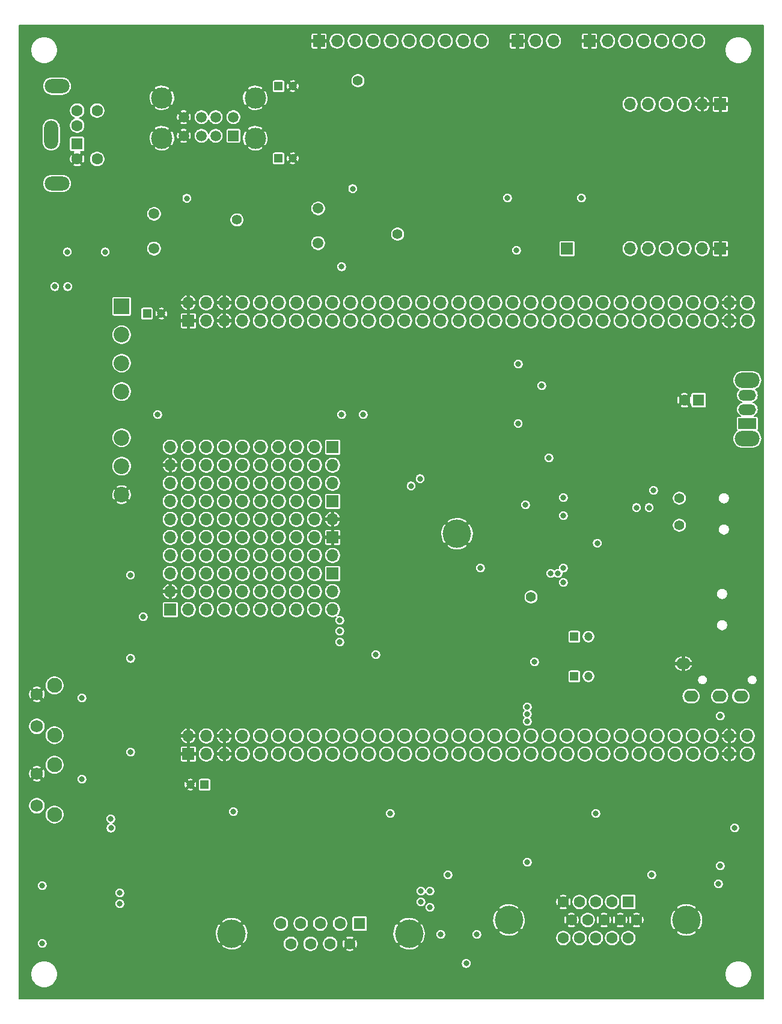
<source format=gbr>
G04 #@! TF.GenerationSoftware,KiCad,Pcbnew,(5.1.6)-1*
G04 #@! TF.CreationDate,2020-10-25T12:14:20+01:00*
G04 #@! TF.ProjectId,FPGC4IOboard,46504743-3449-44f6-926f-6172642e6b69,rev?*
G04 #@! TF.SameCoordinates,Original*
G04 #@! TF.FileFunction,Copper,L2,Inr*
G04 #@! TF.FilePolarity,Positive*
%FSLAX46Y46*%
G04 Gerber Fmt 4.6, Leading zero omitted, Abs format (unit mm)*
G04 Created by KiCad (PCBNEW (5.1.6)-1) date 2020-10-25 12:14:20*
%MOMM*%
%LPD*%
G01*
G04 APERTURE LIST*
G04 #@! TA.AperFunction,ViaPad*
%ADD10R,1.700000X1.700000*%
G04 #@! TD*
G04 #@! TA.AperFunction,ViaPad*
%ADD11O,1.700000X1.700000*%
G04 #@! TD*
G04 #@! TA.AperFunction,ViaPad*
%ADD12C,4.000000*%
G04 #@! TD*
G04 #@! TA.AperFunction,ViaPad*
%ADD13O,2.000000X1.600000*%
G04 #@! TD*
G04 #@! TA.AperFunction,ViaPad*
%ADD14C,2.200000*%
G04 #@! TD*
G04 #@! TA.AperFunction,ViaPad*
%ADD15R,2.200000X2.200000*%
G04 #@! TD*
G04 #@! TA.AperFunction,ViaPad*
%ADD16R,1.600000X1.600000*%
G04 #@! TD*
G04 #@! TA.AperFunction,ViaPad*
%ADD17C,1.600000*%
G04 #@! TD*
G04 #@! TA.AperFunction,ViaPad*
%ADD18R,1.200000X1.200000*%
G04 #@! TD*
G04 #@! TA.AperFunction,ViaPad*
%ADD19C,1.200000*%
G04 #@! TD*
G04 #@! TA.AperFunction,ViaPad*
%ADD20O,3.500000X2.000000*%
G04 #@! TD*
G04 #@! TA.AperFunction,ViaPad*
%ADD21O,2.000000X4.000000*%
G04 #@! TD*
G04 #@! TA.AperFunction,ViaPad*
%ADD22C,1.500000*%
G04 #@! TD*
G04 #@! TA.AperFunction,ViaPad*
%ADD23C,3.000000*%
G04 #@! TD*
G04 #@! TA.AperFunction,ViaPad*
%ADD24R,1.500000X1.500000*%
G04 #@! TD*
G04 #@! TA.AperFunction,ViaPad*
%ADD25C,2.100000*%
G04 #@! TD*
G04 #@! TA.AperFunction,ViaPad*
%ADD26C,1.750000*%
G04 #@! TD*
G04 #@! TA.AperFunction,ViaPad*
%ADD27O,3.500000X2.200000*%
G04 #@! TD*
G04 #@! TA.AperFunction,ViaPad*
%ADD28O,2.500000X1.500000*%
G04 #@! TD*
G04 #@! TA.AperFunction,ViaPad*
%ADD29R,2.500000X1.500000*%
G04 #@! TD*
G04 #@! TA.AperFunction,ViaPad*
%ADD30C,0.800000*%
G04 #@! TD*
G04 #@! TA.AperFunction,ViaPad*
%ADD31C,1.400000*%
G04 #@! TD*
G04 #@! TA.AperFunction,Conductor*
%ADD32C,0.200000*%
G04 #@! TD*
G04 APERTURE END LIST*
D10*
X109220000Y-88900000D03*
D11*
X109220000Y-86360000D03*
X106680000Y-88900000D03*
X106680000Y-86360000D03*
X104140000Y-88900000D03*
X104140000Y-86360000D03*
X101600000Y-88900000D03*
X101600000Y-86360000D03*
X99060000Y-88900000D03*
X99060000Y-86360000D03*
X96520000Y-88900000D03*
X96520000Y-86360000D03*
X93980000Y-88900000D03*
X93980000Y-86360000D03*
X91440000Y-88900000D03*
X91440000Y-86360000D03*
X88900000Y-88900000D03*
X88900000Y-86360000D03*
X86360000Y-88900000D03*
X86360000Y-86360000D03*
D10*
X109220000Y-93980000D03*
D11*
X109220000Y-91440000D03*
X106680000Y-93980000D03*
X106680000Y-91440000D03*
X104140000Y-93980000D03*
X104140000Y-91440000D03*
X101600000Y-93980000D03*
X101600000Y-91440000D03*
X99060000Y-93980000D03*
X99060000Y-91440000D03*
X96520000Y-93980000D03*
X96520000Y-91440000D03*
X93980000Y-93980000D03*
X93980000Y-91440000D03*
X91440000Y-93980000D03*
X91440000Y-91440000D03*
X88900000Y-93980000D03*
X88900000Y-91440000D03*
X86360000Y-93980000D03*
X86360000Y-91440000D03*
D10*
X109220000Y-99060000D03*
D11*
X109220000Y-96520000D03*
X106680000Y-99060000D03*
X106680000Y-96520000D03*
X104140000Y-99060000D03*
X104140000Y-96520000D03*
X101600000Y-99060000D03*
X101600000Y-96520000D03*
X99060000Y-99060000D03*
X99060000Y-96520000D03*
X96520000Y-99060000D03*
X96520000Y-96520000D03*
X93980000Y-99060000D03*
X93980000Y-96520000D03*
X91440000Y-99060000D03*
X91440000Y-96520000D03*
X88900000Y-99060000D03*
X88900000Y-96520000D03*
X86360000Y-99060000D03*
X86360000Y-96520000D03*
D12*
X126748400Y-93472000D03*
D13*
X158626000Y-111746000D03*
X159726000Y-116346000D03*
X166726000Y-116346000D03*
X163726000Y-116346000D03*
D14*
X79502000Y-73468000D03*
X79502000Y-69468000D03*
X79502000Y-65468000D03*
X79502000Y-83968000D03*
X79502000Y-79968000D03*
D15*
X79502000Y-61468000D03*
D14*
X79502000Y-87968000D03*
D16*
X160782000Y-74676000D03*
D17*
X158782000Y-74676000D03*
D18*
X83090000Y-62484000D03*
D19*
X85090000Y-62484000D03*
X89186000Y-128778000D03*
D18*
X91186000Y-128778000D03*
D20*
X70396000Y-30488000D03*
X70396000Y-44188000D03*
D16*
X73246000Y-38638000D03*
D17*
X73246000Y-36038000D03*
X73246000Y-40738000D03*
X73246000Y-33938000D03*
X76046000Y-40738000D03*
X76046000Y-33938000D03*
D21*
X69596000Y-37338000D03*
D22*
X88250000Y-34845000D03*
X90750000Y-34845000D03*
X92750000Y-34845000D03*
X95250000Y-34845000D03*
D23*
X85180000Y-32135000D03*
X98320000Y-32135000D03*
D22*
X88250000Y-37465000D03*
X90750000Y-37465000D03*
X92750000Y-37465000D03*
D24*
X95250000Y-37465000D03*
D23*
X98320000Y-37815000D03*
X85180000Y-37815000D03*
D19*
X103600000Y-40640000D03*
D18*
X101600000Y-40640000D03*
D19*
X103600000Y-30480000D03*
D18*
X101600000Y-30480000D03*
D11*
X109220000Y-101600000D03*
X109220000Y-104140000D03*
X106680000Y-101600000D03*
X106680000Y-104140000D03*
X104140000Y-101600000D03*
X104140000Y-104140000D03*
X101600000Y-101600000D03*
X101600000Y-104140000D03*
X99060000Y-101600000D03*
X99060000Y-104140000D03*
X96520000Y-101600000D03*
X96520000Y-104140000D03*
X93980000Y-101600000D03*
X93980000Y-104140000D03*
X91440000Y-101600000D03*
X91440000Y-104140000D03*
X88900000Y-101600000D03*
X88900000Y-104140000D03*
X86360000Y-101600000D03*
D10*
X86360000Y-104140000D03*
X109220000Y-81280000D03*
D11*
X109220000Y-83820000D03*
X106680000Y-81280000D03*
X106680000Y-83820000D03*
X104140000Y-81280000D03*
X104140000Y-83820000D03*
X101600000Y-81280000D03*
X101600000Y-83820000D03*
X99060000Y-81280000D03*
X99060000Y-83820000D03*
X96520000Y-81280000D03*
X96520000Y-83820000D03*
X93980000Y-81280000D03*
X93980000Y-83820000D03*
X91440000Y-81280000D03*
X91440000Y-83820000D03*
X88900000Y-81280000D03*
X88900000Y-83820000D03*
X86360000Y-81280000D03*
X86360000Y-83820000D03*
D16*
X150876000Y-145288000D03*
D17*
X148586000Y-145288000D03*
X146296000Y-145288000D03*
X144006000Y-145288000D03*
X141716000Y-145288000D03*
X152021000Y-147826800D03*
X149731000Y-147826800D03*
X147441000Y-147826800D03*
X145151000Y-147826800D03*
X142861000Y-147826800D03*
X150876000Y-150365600D03*
X148586000Y-150365600D03*
X146296000Y-150365600D03*
X144006000Y-150365600D03*
X141716000Y-150365600D03*
D12*
X134061000Y-147825600D03*
X159061000Y-147825600D03*
D16*
X113030000Y-148336000D03*
D17*
X110260000Y-148336000D03*
X107490000Y-148336000D03*
X104720000Y-148336000D03*
X101950000Y-148336000D03*
X111645000Y-151176000D03*
X108875000Y-151176000D03*
X106105000Y-151176000D03*
X103335000Y-151176000D03*
D12*
X94990000Y-149756000D03*
X119990000Y-149756000D03*
D11*
X167640000Y-121920000D03*
X167640000Y-124460000D03*
X165100000Y-121920000D03*
X165100000Y-124460000D03*
X162560000Y-121920000D03*
X162560000Y-124460000D03*
X160020000Y-121920000D03*
X160020000Y-124460000D03*
X157480000Y-121920000D03*
X157480000Y-124460000D03*
X154940000Y-121920000D03*
X154940000Y-124460000D03*
X152400000Y-121920000D03*
X152400000Y-124460000D03*
X149860000Y-121920000D03*
X149860000Y-124460000D03*
X147320000Y-121920000D03*
X147320000Y-124460000D03*
X144780000Y-121920000D03*
X144780000Y-124460000D03*
X142240000Y-121920000D03*
X142240000Y-124460000D03*
X139700000Y-121920000D03*
X139700000Y-124460000D03*
X137160000Y-121920000D03*
X137160000Y-124460000D03*
X134620000Y-121920000D03*
X134620000Y-124460000D03*
X132080000Y-121920000D03*
X132080000Y-124460000D03*
X129540000Y-121920000D03*
X129540000Y-124460000D03*
X127000000Y-121920000D03*
X127000000Y-124460000D03*
X124460000Y-121920000D03*
X124460000Y-124460000D03*
X121920000Y-121920000D03*
X121920000Y-124460000D03*
X119380000Y-121920000D03*
X119380000Y-124460000D03*
X116840000Y-121920000D03*
X116840000Y-124460000D03*
X114300000Y-121920000D03*
X114300000Y-124460000D03*
X111760000Y-121920000D03*
X111760000Y-124460000D03*
X109220000Y-121920000D03*
X109220000Y-124460000D03*
X106680000Y-121920000D03*
X106680000Y-124460000D03*
X104140000Y-121920000D03*
X104140000Y-124460000D03*
X101600000Y-121920000D03*
X101600000Y-124460000D03*
X99060000Y-121920000D03*
X99060000Y-124460000D03*
X96520000Y-121920000D03*
X96520000Y-124460000D03*
X93980000Y-121920000D03*
X93980000Y-124460000D03*
X91440000Y-121920000D03*
X91440000Y-124460000D03*
X88900000Y-121920000D03*
D10*
X88900000Y-124460000D03*
X88900000Y-63500000D03*
D11*
X88900000Y-60960000D03*
X91440000Y-63500000D03*
X91440000Y-60960000D03*
X93980000Y-63500000D03*
X93980000Y-60960000D03*
X96520000Y-63500000D03*
X96520000Y-60960000D03*
X99060000Y-63500000D03*
X99060000Y-60960000D03*
X101600000Y-63500000D03*
X101600000Y-60960000D03*
X104140000Y-63500000D03*
X104140000Y-60960000D03*
X106680000Y-63500000D03*
X106680000Y-60960000D03*
X109220000Y-63500000D03*
X109220000Y-60960000D03*
X111760000Y-63500000D03*
X111760000Y-60960000D03*
X114300000Y-63500000D03*
X114300000Y-60960000D03*
X116840000Y-63500000D03*
X116840000Y-60960000D03*
X119380000Y-63500000D03*
X119380000Y-60960000D03*
X121920000Y-63500000D03*
X121920000Y-60960000D03*
X124460000Y-63500000D03*
X124460000Y-60960000D03*
X127000000Y-63500000D03*
X127000000Y-60960000D03*
X129540000Y-63500000D03*
X129540000Y-60960000D03*
X132080000Y-63500000D03*
X132080000Y-60960000D03*
X134620000Y-63500000D03*
X134620000Y-60960000D03*
X137160000Y-63500000D03*
X137160000Y-60960000D03*
X139700000Y-63500000D03*
X139700000Y-60960000D03*
X142240000Y-63500000D03*
X142240000Y-60960000D03*
X144780000Y-63500000D03*
X144780000Y-60960000D03*
X147320000Y-63500000D03*
X147320000Y-60960000D03*
X149860000Y-63500000D03*
X149860000Y-60960000D03*
X152400000Y-63500000D03*
X152400000Y-60960000D03*
X154940000Y-63500000D03*
X154940000Y-60960000D03*
X157480000Y-63500000D03*
X157480000Y-60960000D03*
X160020000Y-63500000D03*
X160020000Y-60960000D03*
X162560000Y-63500000D03*
X162560000Y-60960000D03*
X165100000Y-63500000D03*
X165100000Y-60960000D03*
X167640000Y-63500000D03*
X167640000Y-60960000D03*
D10*
X142240000Y-53340000D03*
D11*
X151130000Y-53340000D03*
X153670000Y-53340000D03*
X156210000Y-53340000D03*
X158750000Y-53340000D03*
X161290000Y-53340000D03*
D10*
X163830000Y-53340000D03*
X163830000Y-33020000D03*
D11*
X161290000Y-33020000D03*
X158750000Y-33020000D03*
X156210000Y-33020000D03*
X153670000Y-33020000D03*
X151130000Y-33020000D03*
D10*
X107315000Y-24130000D03*
D11*
X109855000Y-24130000D03*
X112395000Y-24130000D03*
X114935000Y-24130000D03*
X117475000Y-24130000D03*
X120015000Y-24130000D03*
X122555000Y-24130000D03*
X125095000Y-24130000D03*
X127635000Y-24130000D03*
X130175000Y-24130000D03*
D10*
X135255000Y-24130000D03*
D11*
X137795000Y-24130000D03*
X140335000Y-24130000D03*
D10*
X145415000Y-24130000D03*
D11*
X147955000Y-24130000D03*
X150495000Y-24130000D03*
X153035000Y-24130000D03*
X155575000Y-24130000D03*
X158115000Y-24130000D03*
X160655000Y-24130000D03*
D18*
X143256000Y-107950000D03*
D19*
X145256000Y-107950000D03*
D18*
X143256000Y-113538000D03*
D19*
X145256000Y-113538000D03*
D25*
X70054000Y-114818000D03*
D26*
X67564000Y-116078000D03*
X67564000Y-120578000D03*
D25*
X70054000Y-121828000D03*
X70054000Y-133004000D03*
D26*
X67564000Y-131754000D03*
X67564000Y-127254000D03*
D25*
X70054000Y-125994000D03*
D27*
X167640000Y-71878000D03*
X167640000Y-80078000D03*
D28*
X167640000Y-73978000D03*
X167640000Y-75978000D03*
D29*
X167640000Y-77978000D03*
D22*
X84074000Y-53340000D03*
X84074000Y-48460000D03*
X107188000Y-52578000D03*
X107188000Y-47698000D03*
D30*
X146304000Y-128270000D03*
X151003000Y-140081000D03*
X122174000Y-140081000D03*
X154940000Y-134747000D03*
X154432000Y-132334000D03*
X151384000Y-134239000D03*
X165862000Y-137414000D03*
X136652000Y-142240000D03*
X118981000Y-129395000D03*
X120707000Y-130359000D03*
X125222000Y-136652000D03*
X126594500Y-134771500D03*
X122174000Y-134271500D03*
X125710000Y-132568000D03*
D31*
X167188000Y-88082000D03*
X163698000Y-95128000D03*
X159888000Y-95128000D03*
X163454000Y-86228000D03*
X167188000Y-97084000D03*
X167188000Y-93162000D03*
X167188000Y-84272000D03*
X159898000Y-86228000D03*
X164084000Y-90170000D03*
D30*
X106698000Y-142476000D03*
X103142000Y-142476000D03*
D31*
X105664000Y-35560000D03*
D30*
X86614000Y-40894000D03*
D31*
X97790000Y-55118000D03*
D30*
X91287000Y-46329000D03*
D31*
X117094000Y-56896000D03*
D30*
X79230000Y-55100000D03*
X79230000Y-50274000D03*
X101092000Y-52578000D03*
X101092000Y-47752000D03*
D31*
X110105000Y-40763000D03*
D30*
X112014000Y-35814000D03*
D31*
X87376000Y-46228000D03*
D30*
X147973000Y-139174000D03*
X114655000Y-45111000D03*
X67310000Y-107696000D03*
X67310000Y-105156000D03*
X67310000Y-102616000D03*
D31*
X166934000Y-101798000D03*
X163454000Y-99690000D03*
X159644000Y-99690000D03*
X159380000Y-108590000D03*
X163444000Y-108590000D03*
X166934000Y-106370000D03*
X166934000Y-110688000D03*
X163830000Y-104648000D03*
D30*
X156901000Y-94163000D03*
X149606000Y-91948000D03*
X141986000Y-95250000D03*
X147048000Y-100856000D03*
X149733000Y-103124000D03*
X149733000Y-118491000D03*
X134239000Y-85725000D03*
X134239000Y-99187000D03*
X149789000Y-94813000D03*
X149595000Y-96763000D03*
X134475000Y-105682000D03*
X124135000Y-113721000D03*
X116586000Y-110490000D03*
X122927000Y-106925000D03*
X130302000Y-107442000D03*
X137922000Y-105156000D03*
X132334000Y-112014000D03*
X135636000Y-109220000D03*
X117602000Y-105664000D03*
X118491000Y-98171000D03*
X156210000Y-83566000D03*
X154178000Y-75946000D03*
X142565000Y-75621000D03*
X154178000Y-78740000D03*
X145807000Y-78221000D03*
X145979000Y-76271000D03*
X146050000Y-73406000D03*
X133604000Y-73914000D03*
X93200000Y-132606000D03*
X105200000Y-129076000D03*
X149409000Y-130359000D03*
X77724000Y-31242000D03*
X136398000Y-97536000D03*
X127153000Y-115671000D03*
X153924000Y-136398000D03*
X146304000Y-132842000D03*
X117348000Y-132842000D03*
X125476000Y-141478000D03*
X165862000Y-134874000D03*
X163830000Y-140208000D03*
X163576000Y-142748000D03*
X136652000Y-139700000D03*
X129540000Y-149860000D03*
X124460000Y-149860000D03*
X128034000Y-153942000D03*
X144272000Y-46228000D03*
X133858000Y-46228000D03*
X88687000Y-46269000D03*
D31*
X118364000Y-51308000D03*
D30*
X110481000Y-55889000D03*
D31*
X95740000Y-49294000D03*
D30*
X112055000Y-44917000D03*
X73914000Y-116586000D03*
X73914000Y-128016000D03*
X71850000Y-53816000D03*
X77184000Y-53816000D03*
X70086000Y-58692000D03*
X71900000Y-58692000D03*
X141732000Y-90932000D03*
X141732000Y-88392000D03*
D31*
X137160000Y-102362000D03*
D30*
X115316000Y-110490000D03*
X137668000Y-111506000D03*
X154432000Y-87376000D03*
X138684000Y-72644000D03*
X135382000Y-69596000D03*
X135364000Y-77960000D03*
X95250000Y-132588000D03*
X82550000Y-105156000D03*
X80754000Y-99296000D03*
X80763000Y-111007000D03*
X154178000Y-141478000D03*
X146494500Y-94805500D03*
D31*
X112776000Y-29718000D03*
D30*
X141732000Y-98298000D03*
X130048000Y-98298000D03*
X110236000Y-107188000D03*
X77978000Y-133604000D03*
X110236000Y-105664000D03*
X68326000Y-143002000D03*
X122936000Y-143764000D03*
X122936000Y-146050000D03*
X121666000Y-145288000D03*
X121666000Y-143764000D03*
X136398000Y-89408000D03*
X139700000Y-82804000D03*
X110236000Y-108712000D03*
X77996000Y-134892000D03*
X79248000Y-145542000D03*
X141732000Y-100330000D03*
X136652000Y-119888000D03*
X140970000Y-99060000D03*
X136652000Y-118872000D03*
X79248000Y-144018000D03*
X68326000Y-151130000D03*
X139954000Y-99060000D03*
X136652000Y-117856000D03*
X80772000Y-124206000D03*
X84582000Y-76708000D03*
X110490000Y-76708000D03*
X113538000Y-76708000D03*
X135128000Y-53594000D03*
D31*
X158064000Y-92278000D03*
X158064000Y-88468000D03*
D30*
X153797000Y-89789000D03*
X152019000Y-89789000D03*
X121539000Y-85725000D03*
X120269000Y-86741000D03*
X163830000Y-119126000D03*
D32*
G36*
X169855001Y-158933000D02*
G01*
X65095000Y-158933000D01*
X65095000Y-155260866D01*
X66680000Y-155260866D01*
X66680000Y-155635134D01*
X66753016Y-156002209D01*
X66896242Y-156347987D01*
X67104174Y-156659179D01*
X67368821Y-156923826D01*
X67680013Y-157131758D01*
X68025791Y-157274984D01*
X68392866Y-157348000D01*
X68767134Y-157348000D01*
X69134209Y-157274984D01*
X69479987Y-157131758D01*
X69791179Y-156923826D01*
X70055826Y-156659179D01*
X70263758Y-156347987D01*
X70406984Y-156002209D01*
X70480000Y-155635134D01*
X70480000Y-155260866D01*
X164470000Y-155260866D01*
X164470000Y-155635134D01*
X164543016Y-156002209D01*
X164686242Y-156347987D01*
X164894174Y-156659179D01*
X165158821Y-156923826D01*
X165470013Y-157131758D01*
X165815791Y-157274984D01*
X166182866Y-157348000D01*
X166557134Y-157348000D01*
X166924209Y-157274984D01*
X167269987Y-157131758D01*
X167581179Y-156923826D01*
X167845826Y-156659179D01*
X168053758Y-156347987D01*
X168196984Y-156002209D01*
X168270000Y-155635134D01*
X168270000Y-155260866D01*
X168196984Y-154893791D01*
X168053758Y-154548013D01*
X167845826Y-154236821D01*
X167581179Y-153972174D01*
X167269987Y-153764242D01*
X166924209Y-153621016D01*
X166557134Y-153548000D01*
X166182866Y-153548000D01*
X165815791Y-153621016D01*
X165470013Y-153764242D01*
X165158821Y-153972174D01*
X164894174Y-154236821D01*
X164686242Y-154548013D01*
X164543016Y-154893791D01*
X164470000Y-155260866D01*
X70480000Y-155260866D01*
X70406984Y-154893791D01*
X70263758Y-154548013D01*
X70055826Y-154236821D01*
X69791179Y-153972174D01*
X69642839Y-153873056D01*
X127334000Y-153873056D01*
X127334000Y-154010944D01*
X127360901Y-154146182D01*
X127413668Y-154273574D01*
X127490274Y-154388224D01*
X127587776Y-154485726D01*
X127702426Y-154562332D01*
X127829818Y-154615099D01*
X127965056Y-154642000D01*
X128102944Y-154642000D01*
X128238182Y-154615099D01*
X128365574Y-154562332D01*
X128480224Y-154485726D01*
X128577726Y-154388224D01*
X128654332Y-154273574D01*
X128707099Y-154146182D01*
X128734000Y-154010944D01*
X128734000Y-153873056D01*
X128707099Y-153737818D01*
X128654332Y-153610426D01*
X128577726Y-153495776D01*
X128480224Y-153398274D01*
X128365574Y-153321668D01*
X128238182Y-153268901D01*
X128102944Y-153242000D01*
X127965056Y-153242000D01*
X127829818Y-153268901D01*
X127702426Y-153321668D01*
X127587776Y-153398274D01*
X127490274Y-153495776D01*
X127413668Y-153610426D01*
X127360901Y-153737818D01*
X127334000Y-153873056D01*
X69642839Y-153873056D01*
X69479987Y-153764242D01*
X69134209Y-153621016D01*
X68767134Y-153548000D01*
X68392866Y-153548000D01*
X68025791Y-153621016D01*
X67680013Y-153764242D01*
X67368821Y-153972174D01*
X67104174Y-154236821D01*
X66896242Y-154548013D01*
X66753016Y-154893791D01*
X66680000Y-155260866D01*
X65095000Y-155260866D01*
X65095000Y-151061056D01*
X67626000Y-151061056D01*
X67626000Y-151198944D01*
X67652901Y-151334182D01*
X67705668Y-151461574D01*
X67782274Y-151576224D01*
X67879776Y-151673726D01*
X67994426Y-151750332D01*
X68121818Y-151803099D01*
X68257056Y-151830000D01*
X68394944Y-151830000D01*
X68530182Y-151803099D01*
X68657574Y-151750332D01*
X68772224Y-151673726D01*
X68869726Y-151576224D01*
X68946332Y-151461574D01*
X68954306Y-151442322D01*
X93521466Y-151442322D01*
X93759160Y-151712106D01*
X94164428Y-151914645D01*
X94601422Y-152034229D01*
X95053349Y-152066261D01*
X95502841Y-152009512D01*
X95932626Y-151866161D01*
X96220840Y-151712106D01*
X96458534Y-151442322D01*
X94990000Y-149973789D01*
X93521466Y-151442322D01*
X68954306Y-151442322D01*
X68999099Y-151334182D01*
X69026000Y-151198944D01*
X69026000Y-151061056D01*
X68999099Y-150925818D01*
X68946332Y-150798426D01*
X68869726Y-150683776D01*
X68772224Y-150586274D01*
X68657574Y-150509668D01*
X68530182Y-150456901D01*
X68394944Y-150430000D01*
X68257056Y-150430000D01*
X68121818Y-150456901D01*
X67994426Y-150509668D01*
X67879776Y-150586274D01*
X67782274Y-150683776D01*
X67705668Y-150798426D01*
X67652901Y-150925818D01*
X67626000Y-151061056D01*
X65095000Y-151061056D01*
X65095000Y-149819349D01*
X92679739Y-149819349D01*
X92736488Y-150268841D01*
X92879839Y-150698626D01*
X93033894Y-150986840D01*
X93303678Y-151224534D01*
X94772211Y-149756000D01*
X95207789Y-149756000D01*
X96676322Y-151224534D01*
X96854375Y-151067659D01*
X102235000Y-151067659D01*
X102235000Y-151284341D01*
X102277273Y-151496858D01*
X102360193Y-151697045D01*
X102480575Y-151877209D01*
X102633791Y-152030425D01*
X102813955Y-152150807D01*
X103014142Y-152233727D01*
X103226659Y-152276000D01*
X103443341Y-152276000D01*
X103655858Y-152233727D01*
X103856045Y-152150807D01*
X104036209Y-152030425D01*
X104189425Y-151877209D01*
X104309807Y-151697045D01*
X104392727Y-151496858D01*
X104435000Y-151284341D01*
X104435000Y-151067659D01*
X105005000Y-151067659D01*
X105005000Y-151284341D01*
X105047273Y-151496858D01*
X105130193Y-151697045D01*
X105250575Y-151877209D01*
X105403791Y-152030425D01*
X105583955Y-152150807D01*
X105784142Y-152233727D01*
X105996659Y-152276000D01*
X106213341Y-152276000D01*
X106425858Y-152233727D01*
X106626045Y-152150807D01*
X106806209Y-152030425D01*
X106959425Y-151877209D01*
X107079807Y-151697045D01*
X107162727Y-151496858D01*
X107205000Y-151284341D01*
X107205000Y-151067659D01*
X107775000Y-151067659D01*
X107775000Y-151284341D01*
X107817273Y-151496858D01*
X107900193Y-151697045D01*
X108020575Y-151877209D01*
X108173791Y-152030425D01*
X108353955Y-152150807D01*
X108554142Y-152233727D01*
X108766659Y-152276000D01*
X108983341Y-152276000D01*
X109195858Y-152233727D01*
X109396045Y-152150807D01*
X109576209Y-152030425D01*
X109601376Y-152005258D01*
X111033531Y-152005258D01*
X111126234Y-152152021D01*
X111326615Y-152234473D01*
X111539230Y-152276249D01*
X111755910Y-152275743D01*
X111968328Y-152232974D01*
X112163766Y-152152021D01*
X112256469Y-152005258D01*
X111645000Y-151393789D01*
X111033531Y-152005258D01*
X109601376Y-152005258D01*
X109729425Y-151877209D01*
X109849807Y-151697045D01*
X109932727Y-151496858D01*
X109975000Y-151284341D01*
X109975000Y-151070230D01*
X110544751Y-151070230D01*
X110545257Y-151286910D01*
X110588026Y-151499328D01*
X110668979Y-151694766D01*
X110815742Y-151787469D01*
X111427211Y-151176000D01*
X111862789Y-151176000D01*
X112474258Y-151787469D01*
X112621021Y-151694766D01*
X112703473Y-151494385D01*
X112713702Y-151442322D01*
X118521466Y-151442322D01*
X118759160Y-151712106D01*
X119164428Y-151914645D01*
X119601422Y-152034229D01*
X120053349Y-152066261D01*
X120502841Y-152009512D01*
X120932626Y-151866161D01*
X121220840Y-151712106D01*
X121458534Y-151442322D01*
X119990000Y-149973789D01*
X118521466Y-151442322D01*
X112713702Y-151442322D01*
X112745249Y-151281770D01*
X112744743Y-151065090D01*
X112701974Y-150852672D01*
X112621021Y-150657234D01*
X112474258Y-150564531D01*
X111862789Y-151176000D01*
X111427211Y-151176000D01*
X110815742Y-150564531D01*
X110668979Y-150657234D01*
X110586527Y-150857615D01*
X110544751Y-151070230D01*
X109975000Y-151070230D01*
X109975000Y-151067659D01*
X109932727Y-150855142D01*
X109849807Y-150654955D01*
X109729425Y-150474791D01*
X109601376Y-150346742D01*
X111033531Y-150346742D01*
X111645000Y-150958211D01*
X112256469Y-150346742D01*
X112163766Y-150199979D01*
X111963385Y-150117527D01*
X111750770Y-150075751D01*
X111534090Y-150076257D01*
X111321672Y-150119026D01*
X111126234Y-150199979D01*
X111033531Y-150346742D01*
X109601376Y-150346742D01*
X109576209Y-150321575D01*
X109396045Y-150201193D01*
X109195858Y-150118273D01*
X108983341Y-150076000D01*
X108766659Y-150076000D01*
X108554142Y-150118273D01*
X108353955Y-150201193D01*
X108173791Y-150321575D01*
X108020575Y-150474791D01*
X107900193Y-150654955D01*
X107817273Y-150855142D01*
X107775000Y-151067659D01*
X107205000Y-151067659D01*
X107162727Y-150855142D01*
X107079807Y-150654955D01*
X106959425Y-150474791D01*
X106806209Y-150321575D01*
X106626045Y-150201193D01*
X106425858Y-150118273D01*
X106213341Y-150076000D01*
X105996659Y-150076000D01*
X105784142Y-150118273D01*
X105583955Y-150201193D01*
X105403791Y-150321575D01*
X105250575Y-150474791D01*
X105130193Y-150654955D01*
X105047273Y-150855142D01*
X105005000Y-151067659D01*
X104435000Y-151067659D01*
X104392727Y-150855142D01*
X104309807Y-150654955D01*
X104189425Y-150474791D01*
X104036209Y-150321575D01*
X103856045Y-150201193D01*
X103655858Y-150118273D01*
X103443341Y-150076000D01*
X103226659Y-150076000D01*
X103014142Y-150118273D01*
X102813955Y-150201193D01*
X102633791Y-150321575D01*
X102480575Y-150474791D01*
X102360193Y-150654955D01*
X102277273Y-150855142D01*
X102235000Y-151067659D01*
X96854375Y-151067659D01*
X96946106Y-150986840D01*
X97148645Y-150581572D01*
X97268229Y-150144578D01*
X97291280Y-149819349D01*
X117679739Y-149819349D01*
X117736488Y-150268841D01*
X117879839Y-150698626D01*
X118033894Y-150986840D01*
X118303678Y-151224534D01*
X119772211Y-149756000D01*
X120207789Y-149756000D01*
X121676322Y-151224534D01*
X121946106Y-150986840D01*
X122148645Y-150581572D01*
X122268229Y-150144578D01*
X122293286Y-149791056D01*
X123760000Y-149791056D01*
X123760000Y-149928944D01*
X123786901Y-150064182D01*
X123839668Y-150191574D01*
X123916274Y-150306224D01*
X124013776Y-150403726D01*
X124128426Y-150480332D01*
X124255818Y-150533099D01*
X124391056Y-150560000D01*
X124528944Y-150560000D01*
X124664182Y-150533099D01*
X124791574Y-150480332D01*
X124906224Y-150403726D01*
X125003726Y-150306224D01*
X125080332Y-150191574D01*
X125133099Y-150064182D01*
X125160000Y-149928944D01*
X125160000Y-149791056D01*
X128840000Y-149791056D01*
X128840000Y-149928944D01*
X128866901Y-150064182D01*
X128919668Y-150191574D01*
X128996274Y-150306224D01*
X129093776Y-150403726D01*
X129208426Y-150480332D01*
X129335818Y-150533099D01*
X129471056Y-150560000D01*
X129608944Y-150560000D01*
X129744182Y-150533099D01*
X129871574Y-150480332D01*
X129986224Y-150403726D01*
X130083726Y-150306224D01*
X130116443Y-150257259D01*
X140616000Y-150257259D01*
X140616000Y-150473941D01*
X140658273Y-150686458D01*
X140741193Y-150886645D01*
X140861575Y-151066809D01*
X141014791Y-151220025D01*
X141194955Y-151340407D01*
X141395142Y-151423327D01*
X141607659Y-151465600D01*
X141824341Y-151465600D01*
X142036858Y-151423327D01*
X142237045Y-151340407D01*
X142417209Y-151220025D01*
X142570425Y-151066809D01*
X142690807Y-150886645D01*
X142773727Y-150686458D01*
X142816000Y-150473941D01*
X142816000Y-150257259D01*
X142906000Y-150257259D01*
X142906000Y-150473941D01*
X142948273Y-150686458D01*
X143031193Y-150886645D01*
X143151575Y-151066809D01*
X143304791Y-151220025D01*
X143484955Y-151340407D01*
X143685142Y-151423327D01*
X143897659Y-151465600D01*
X144114341Y-151465600D01*
X144326858Y-151423327D01*
X144527045Y-151340407D01*
X144707209Y-151220025D01*
X144860425Y-151066809D01*
X144980807Y-150886645D01*
X145063727Y-150686458D01*
X145106000Y-150473941D01*
X145106000Y-150257259D01*
X145196000Y-150257259D01*
X145196000Y-150473941D01*
X145238273Y-150686458D01*
X145321193Y-150886645D01*
X145441575Y-151066809D01*
X145594791Y-151220025D01*
X145774955Y-151340407D01*
X145975142Y-151423327D01*
X146187659Y-151465600D01*
X146404341Y-151465600D01*
X146616858Y-151423327D01*
X146817045Y-151340407D01*
X146997209Y-151220025D01*
X147150425Y-151066809D01*
X147270807Y-150886645D01*
X147353727Y-150686458D01*
X147396000Y-150473941D01*
X147396000Y-150257259D01*
X147486000Y-150257259D01*
X147486000Y-150473941D01*
X147528273Y-150686458D01*
X147611193Y-150886645D01*
X147731575Y-151066809D01*
X147884791Y-151220025D01*
X148064955Y-151340407D01*
X148265142Y-151423327D01*
X148477659Y-151465600D01*
X148694341Y-151465600D01*
X148906858Y-151423327D01*
X149107045Y-151340407D01*
X149287209Y-151220025D01*
X149440425Y-151066809D01*
X149560807Y-150886645D01*
X149643727Y-150686458D01*
X149686000Y-150473941D01*
X149686000Y-150257259D01*
X149776000Y-150257259D01*
X149776000Y-150473941D01*
X149818273Y-150686458D01*
X149901193Y-150886645D01*
X150021575Y-151066809D01*
X150174791Y-151220025D01*
X150354955Y-151340407D01*
X150555142Y-151423327D01*
X150767659Y-151465600D01*
X150984341Y-151465600D01*
X151196858Y-151423327D01*
X151397045Y-151340407D01*
X151577209Y-151220025D01*
X151730425Y-151066809D01*
X151850807Y-150886645D01*
X151933727Y-150686458D01*
X151976000Y-150473941D01*
X151976000Y-150257259D01*
X151933727Y-150044742D01*
X151850807Y-149844555D01*
X151730425Y-149664391D01*
X151577956Y-149511922D01*
X157592466Y-149511922D01*
X157830160Y-149781706D01*
X158235428Y-149984245D01*
X158672422Y-150103829D01*
X159124349Y-150135861D01*
X159573841Y-150079112D01*
X160003626Y-149935761D01*
X160291840Y-149781706D01*
X160529534Y-149511922D01*
X159061000Y-148043389D01*
X157592466Y-149511922D01*
X151577956Y-149511922D01*
X151577209Y-149511175D01*
X151397045Y-149390793D01*
X151196858Y-149307873D01*
X150984341Y-149265600D01*
X150767659Y-149265600D01*
X150555142Y-149307873D01*
X150354955Y-149390793D01*
X150174791Y-149511175D01*
X150021575Y-149664391D01*
X149901193Y-149844555D01*
X149818273Y-150044742D01*
X149776000Y-150257259D01*
X149686000Y-150257259D01*
X149643727Y-150044742D01*
X149560807Y-149844555D01*
X149440425Y-149664391D01*
X149287209Y-149511175D01*
X149107045Y-149390793D01*
X148906858Y-149307873D01*
X148694341Y-149265600D01*
X148477659Y-149265600D01*
X148265142Y-149307873D01*
X148064955Y-149390793D01*
X147884791Y-149511175D01*
X147731575Y-149664391D01*
X147611193Y-149844555D01*
X147528273Y-150044742D01*
X147486000Y-150257259D01*
X147396000Y-150257259D01*
X147353727Y-150044742D01*
X147270807Y-149844555D01*
X147150425Y-149664391D01*
X146997209Y-149511175D01*
X146817045Y-149390793D01*
X146616858Y-149307873D01*
X146404341Y-149265600D01*
X146187659Y-149265600D01*
X145975142Y-149307873D01*
X145774955Y-149390793D01*
X145594791Y-149511175D01*
X145441575Y-149664391D01*
X145321193Y-149844555D01*
X145238273Y-150044742D01*
X145196000Y-150257259D01*
X145106000Y-150257259D01*
X145063727Y-150044742D01*
X144980807Y-149844555D01*
X144860425Y-149664391D01*
X144707209Y-149511175D01*
X144527045Y-149390793D01*
X144326858Y-149307873D01*
X144114341Y-149265600D01*
X143897659Y-149265600D01*
X143685142Y-149307873D01*
X143484955Y-149390793D01*
X143304791Y-149511175D01*
X143151575Y-149664391D01*
X143031193Y-149844555D01*
X142948273Y-150044742D01*
X142906000Y-150257259D01*
X142816000Y-150257259D01*
X142773727Y-150044742D01*
X142690807Y-149844555D01*
X142570425Y-149664391D01*
X142417209Y-149511175D01*
X142237045Y-149390793D01*
X142036858Y-149307873D01*
X141824341Y-149265600D01*
X141607659Y-149265600D01*
X141395142Y-149307873D01*
X141194955Y-149390793D01*
X141014791Y-149511175D01*
X140861575Y-149664391D01*
X140741193Y-149844555D01*
X140658273Y-150044742D01*
X140616000Y-150257259D01*
X130116443Y-150257259D01*
X130160332Y-150191574D01*
X130213099Y-150064182D01*
X130240000Y-149928944D01*
X130240000Y-149791056D01*
X130213099Y-149655818D01*
X130160332Y-149528426D01*
X130149305Y-149511922D01*
X132592466Y-149511922D01*
X132830160Y-149781706D01*
X133235428Y-149984245D01*
X133672422Y-150103829D01*
X134124349Y-150135861D01*
X134573841Y-150079112D01*
X135003626Y-149935761D01*
X135291840Y-149781706D01*
X135529534Y-149511922D01*
X134061000Y-148043389D01*
X132592466Y-149511922D01*
X130149305Y-149511922D01*
X130083726Y-149413776D01*
X129986224Y-149316274D01*
X129871574Y-149239668D01*
X129744182Y-149186901D01*
X129608944Y-149160000D01*
X129471056Y-149160000D01*
X129335818Y-149186901D01*
X129208426Y-149239668D01*
X129093776Y-149316274D01*
X128996274Y-149413776D01*
X128919668Y-149528426D01*
X128866901Y-149655818D01*
X128840000Y-149791056D01*
X125160000Y-149791056D01*
X125133099Y-149655818D01*
X125080332Y-149528426D01*
X125003726Y-149413776D01*
X124906224Y-149316274D01*
X124791574Y-149239668D01*
X124664182Y-149186901D01*
X124528944Y-149160000D01*
X124391056Y-149160000D01*
X124255818Y-149186901D01*
X124128426Y-149239668D01*
X124013776Y-149316274D01*
X123916274Y-149413776D01*
X123839668Y-149528426D01*
X123786901Y-149655818D01*
X123760000Y-149791056D01*
X122293286Y-149791056D01*
X122300261Y-149692651D01*
X122243512Y-149243159D01*
X122100161Y-148813374D01*
X121946106Y-148525160D01*
X121676322Y-148287466D01*
X120207789Y-149756000D01*
X119772211Y-149756000D01*
X118303678Y-148287466D01*
X118033894Y-148525160D01*
X117831355Y-148930428D01*
X117711771Y-149367422D01*
X117679739Y-149819349D01*
X97291280Y-149819349D01*
X97300261Y-149692651D01*
X97243512Y-149243159D01*
X97100161Y-148813374D01*
X96946106Y-148525160D01*
X96676322Y-148287466D01*
X95207789Y-149756000D01*
X94772211Y-149756000D01*
X93303678Y-148287466D01*
X93033894Y-148525160D01*
X92831355Y-148930428D01*
X92711771Y-149367422D01*
X92679739Y-149819349D01*
X65095000Y-149819349D01*
X65095000Y-148069678D01*
X93521466Y-148069678D01*
X94990000Y-149538211D01*
X96300552Y-148227659D01*
X100850000Y-148227659D01*
X100850000Y-148444341D01*
X100892273Y-148656858D01*
X100975193Y-148857045D01*
X101095575Y-149037209D01*
X101248791Y-149190425D01*
X101428955Y-149310807D01*
X101629142Y-149393727D01*
X101841659Y-149436000D01*
X102058341Y-149436000D01*
X102270858Y-149393727D01*
X102471045Y-149310807D01*
X102651209Y-149190425D01*
X102804425Y-149037209D01*
X102924807Y-148857045D01*
X103007727Y-148656858D01*
X103050000Y-148444341D01*
X103050000Y-148227659D01*
X103620000Y-148227659D01*
X103620000Y-148444341D01*
X103662273Y-148656858D01*
X103745193Y-148857045D01*
X103865575Y-149037209D01*
X104018791Y-149190425D01*
X104198955Y-149310807D01*
X104399142Y-149393727D01*
X104611659Y-149436000D01*
X104828341Y-149436000D01*
X105040858Y-149393727D01*
X105241045Y-149310807D01*
X105421209Y-149190425D01*
X105574425Y-149037209D01*
X105694807Y-148857045D01*
X105777727Y-148656858D01*
X105820000Y-148444341D01*
X105820000Y-148227659D01*
X106390000Y-148227659D01*
X106390000Y-148444341D01*
X106432273Y-148656858D01*
X106515193Y-148857045D01*
X106635575Y-149037209D01*
X106788791Y-149190425D01*
X106968955Y-149310807D01*
X107169142Y-149393727D01*
X107381659Y-149436000D01*
X107598341Y-149436000D01*
X107810858Y-149393727D01*
X108011045Y-149310807D01*
X108191209Y-149190425D01*
X108344425Y-149037209D01*
X108464807Y-148857045D01*
X108547727Y-148656858D01*
X108590000Y-148444341D01*
X108590000Y-148227659D01*
X109160000Y-148227659D01*
X109160000Y-148444341D01*
X109202273Y-148656858D01*
X109285193Y-148857045D01*
X109405575Y-149037209D01*
X109558791Y-149190425D01*
X109738955Y-149310807D01*
X109939142Y-149393727D01*
X110151659Y-149436000D01*
X110368341Y-149436000D01*
X110580858Y-149393727D01*
X110781045Y-149310807D01*
X110961209Y-149190425D01*
X111114425Y-149037209D01*
X111234807Y-148857045D01*
X111317727Y-148656858D01*
X111360000Y-148444341D01*
X111360000Y-148227659D01*
X111317727Y-148015142D01*
X111234807Y-147814955D01*
X111114425Y-147634791D01*
X111015634Y-147536000D01*
X111928549Y-147536000D01*
X111928549Y-149136000D01*
X111934341Y-149194810D01*
X111951496Y-149251360D01*
X111979353Y-149303477D01*
X112016842Y-149349158D01*
X112062523Y-149386647D01*
X112114640Y-149414504D01*
X112171190Y-149431659D01*
X112230000Y-149437451D01*
X113830000Y-149437451D01*
X113888810Y-149431659D01*
X113945360Y-149414504D01*
X113997477Y-149386647D01*
X114043158Y-149349158D01*
X114080647Y-149303477D01*
X114108504Y-149251360D01*
X114125659Y-149194810D01*
X114131451Y-149136000D01*
X114131451Y-148069678D01*
X118521466Y-148069678D01*
X119990000Y-149538211D01*
X121458534Y-148069678D01*
X121299303Y-147888949D01*
X131750739Y-147888949D01*
X131807488Y-148338441D01*
X131950839Y-148768226D01*
X132104894Y-149056440D01*
X132374678Y-149294134D01*
X133843211Y-147825600D01*
X134278789Y-147825600D01*
X135747322Y-149294134D01*
X136017106Y-149056440D01*
X136217203Y-148656058D01*
X142249531Y-148656058D01*
X142342234Y-148802821D01*
X142542615Y-148885273D01*
X142755230Y-148927049D01*
X142971910Y-148926543D01*
X143184328Y-148883774D01*
X143379766Y-148802821D01*
X143472469Y-148656058D01*
X142861000Y-148044589D01*
X142249531Y-148656058D01*
X136217203Y-148656058D01*
X136219645Y-148651172D01*
X136339229Y-148214178D01*
X136371261Y-147762251D01*
X136366057Y-147721030D01*
X141760751Y-147721030D01*
X141761257Y-147937710D01*
X141804026Y-148150128D01*
X141884979Y-148345566D01*
X142031742Y-148438269D01*
X142643211Y-147826800D01*
X143078789Y-147826800D01*
X143690258Y-148438269D01*
X143837021Y-148345566D01*
X143919473Y-148145185D01*
X143961249Y-147932570D01*
X143960749Y-147718459D01*
X144051000Y-147718459D01*
X144051000Y-147935141D01*
X144093273Y-148147658D01*
X144176193Y-148347845D01*
X144296575Y-148528009D01*
X144449791Y-148681225D01*
X144629955Y-148801607D01*
X144830142Y-148884527D01*
X145042659Y-148926800D01*
X145259341Y-148926800D01*
X145471858Y-148884527D01*
X145672045Y-148801607D01*
X145852209Y-148681225D01*
X145877376Y-148656058D01*
X146829531Y-148656058D01*
X146922234Y-148802821D01*
X147122615Y-148885273D01*
X147335230Y-148927049D01*
X147551910Y-148926543D01*
X147764328Y-148883774D01*
X147959766Y-148802821D01*
X148052469Y-148656058D01*
X149119531Y-148656058D01*
X149212234Y-148802821D01*
X149412615Y-148885273D01*
X149625230Y-148927049D01*
X149841910Y-148926543D01*
X150054328Y-148883774D01*
X150249766Y-148802821D01*
X150342469Y-148656058D01*
X151409531Y-148656058D01*
X151502234Y-148802821D01*
X151702615Y-148885273D01*
X151915230Y-148927049D01*
X152131910Y-148926543D01*
X152344328Y-148883774D01*
X152539766Y-148802821D01*
X152632469Y-148656058D01*
X152021000Y-148044589D01*
X151409531Y-148656058D01*
X150342469Y-148656058D01*
X149731000Y-148044589D01*
X149119531Y-148656058D01*
X148052469Y-148656058D01*
X147441000Y-148044589D01*
X146829531Y-148656058D01*
X145877376Y-148656058D01*
X146005425Y-148528009D01*
X146125807Y-148347845D01*
X146208727Y-148147658D01*
X146251000Y-147935141D01*
X146251000Y-147721030D01*
X146340751Y-147721030D01*
X146341257Y-147937710D01*
X146384026Y-148150128D01*
X146464979Y-148345566D01*
X146611742Y-148438269D01*
X147223211Y-147826800D01*
X147658789Y-147826800D01*
X148270258Y-148438269D01*
X148417021Y-148345566D01*
X148499473Y-148145185D01*
X148541249Y-147932570D01*
X148540756Y-147721030D01*
X148630751Y-147721030D01*
X148631257Y-147937710D01*
X148674026Y-148150128D01*
X148754979Y-148345566D01*
X148901742Y-148438269D01*
X149513211Y-147826800D01*
X149948789Y-147826800D01*
X150560258Y-148438269D01*
X150707021Y-148345566D01*
X150789473Y-148145185D01*
X150831249Y-147932570D01*
X150830756Y-147721030D01*
X150920751Y-147721030D01*
X150921257Y-147937710D01*
X150964026Y-148150128D01*
X151044979Y-148345566D01*
X151191742Y-148438269D01*
X151803211Y-147826800D01*
X152238789Y-147826800D01*
X152850258Y-148438269D01*
X152997021Y-148345566D01*
X153079473Y-148145185D01*
X153121249Y-147932570D01*
X153121148Y-147888949D01*
X156750739Y-147888949D01*
X156807488Y-148338441D01*
X156950839Y-148768226D01*
X157104894Y-149056440D01*
X157374678Y-149294134D01*
X158843211Y-147825600D01*
X159278789Y-147825600D01*
X160747322Y-149294134D01*
X161017106Y-149056440D01*
X161219645Y-148651172D01*
X161339229Y-148214178D01*
X161371261Y-147762251D01*
X161314512Y-147312759D01*
X161171161Y-146882974D01*
X161017106Y-146594760D01*
X160747322Y-146357066D01*
X159278789Y-147825600D01*
X158843211Y-147825600D01*
X157374678Y-146357066D01*
X157104894Y-146594760D01*
X156902355Y-147000028D01*
X156782771Y-147437022D01*
X156750739Y-147888949D01*
X153121148Y-147888949D01*
X153120743Y-147715890D01*
X153077974Y-147503472D01*
X152997021Y-147308034D01*
X152850258Y-147215331D01*
X152238789Y-147826800D01*
X151803211Y-147826800D01*
X151191742Y-147215331D01*
X151044979Y-147308034D01*
X150962527Y-147508415D01*
X150920751Y-147721030D01*
X150830756Y-147721030D01*
X150830743Y-147715890D01*
X150787974Y-147503472D01*
X150707021Y-147308034D01*
X150560258Y-147215331D01*
X149948789Y-147826800D01*
X149513211Y-147826800D01*
X148901742Y-147215331D01*
X148754979Y-147308034D01*
X148672527Y-147508415D01*
X148630751Y-147721030D01*
X148540756Y-147721030D01*
X148540743Y-147715890D01*
X148497974Y-147503472D01*
X148417021Y-147308034D01*
X148270258Y-147215331D01*
X147658789Y-147826800D01*
X147223211Y-147826800D01*
X146611742Y-147215331D01*
X146464979Y-147308034D01*
X146382527Y-147508415D01*
X146340751Y-147721030D01*
X146251000Y-147721030D01*
X146251000Y-147718459D01*
X146208727Y-147505942D01*
X146125807Y-147305755D01*
X146005425Y-147125591D01*
X145877376Y-146997542D01*
X146829531Y-146997542D01*
X147441000Y-147609011D01*
X148052469Y-146997542D01*
X149119531Y-146997542D01*
X149731000Y-147609011D01*
X150342469Y-146997542D01*
X151409531Y-146997542D01*
X152021000Y-147609011D01*
X152632469Y-146997542D01*
X152539766Y-146850779D01*
X152339385Y-146768327D01*
X152126770Y-146726551D01*
X151910090Y-146727057D01*
X151697672Y-146769826D01*
X151502234Y-146850779D01*
X151409531Y-146997542D01*
X150342469Y-146997542D01*
X150249766Y-146850779D01*
X150049385Y-146768327D01*
X149836770Y-146726551D01*
X149620090Y-146727057D01*
X149407672Y-146769826D01*
X149212234Y-146850779D01*
X149119531Y-146997542D01*
X148052469Y-146997542D01*
X147959766Y-146850779D01*
X147759385Y-146768327D01*
X147546770Y-146726551D01*
X147330090Y-146727057D01*
X147117672Y-146769826D01*
X146922234Y-146850779D01*
X146829531Y-146997542D01*
X145877376Y-146997542D01*
X145852209Y-146972375D01*
X145672045Y-146851993D01*
X145471858Y-146769073D01*
X145259341Y-146726800D01*
X145042659Y-146726800D01*
X144830142Y-146769073D01*
X144629955Y-146851993D01*
X144449791Y-146972375D01*
X144296575Y-147125591D01*
X144176193Y-147305755D01*
X144093273Y-147505942D01*
X144051000Y-147718459D01*
X143960749Y-147718459D01*
X143960743Y-147715890D01*
X143917974Y-147503472D01*
X143837021Y-147308034D01*
X143690258Y-147215331D01*
X143078789Y-147826800D01*
X142643211Y-147826800D01*
X142031742Y-147215331D01*
X141884979Y-147308034D01*
X141802527Y-147508415D01*
X141760751Y-147721030D01*
X136366057Y-147721030D01*
X136314512Y-147312759D01*
X136209375Y-146997542D01*
X142249531Y-146997542D01*
X142861000Y-147609011D01*
X143472469Y-146997542D01*
X143379766Y-146850779D01*
X143179385Y-146768327D01*
X142966770Y-146726551D01*
X142750090Y-146727057D01*
X142537672Y-146769826D01*
X142342234Y-146850779D01*
X142249531Y-146997542D01*
X136209375Y-146997542D01*
X136171161Y-146882974D01*
X136017106Y-146594760D01*
X135747322Y-146357066D01*
X134278789Y-147825600D01*
X133843211Y-147825600D01*
X132374678Y-146357066D01*
X132104894Y-146594760D01*
X131902355Y-147000028D01*
X131782771Y-147437022D01*
X131750739Y-147888949D01*
X121299303Y-147888949D01*
X121220840Y-147799894D01*
X120815572Y-147597355D01*
X120378578Y-147477771D01*
X119926651Y-147445739D01*
X119477159Y-147502488D01*
X119047374Y-147645839D01*
X118759160Y-147799894D01*
X118521466Y-148069678D01*
X114131451Y-148069678D01*
X114131451Y-147536000D01*
X114125659Y-147477190D01*
X114108504Y-147420640D01*
X114080647Y-147368523D01*
X114043158Y-147322842D01*
X113997477Y-147285353D01*
X113945360Y-147257496D01*
X113888810Y-147240341D01*
X113830000Y-147234549D01*
X112230000Y-147234549D01*
X112171190Y-147240341D01*
X112114640Y-147257496D01*
X112062523Y-147285353D01*
X112016842Y-147322842D01*
X111979353Y-147368523D01*
X111951496Y-147420640D01*
X111934341Y-147477190D01*
X111928549Y-147536000D01*
X111015634Y-147536000D01*
X110961209Y-147481575D01*
X110781045Y-147361193D01*
X110580858Y-147278273D01*
X110368341Y-147236000D01*
X110151659Y-147236000D01*
X109939142Y-147278273D01*
X109738955Y-147361193D01*
X109558791Y-147481575D01*
X109405575Y-147634791D01*
X109285193Y-147814955D01*
X109202273Y-148015142D01*
X109160000Y-148227659D01*
X108590000Y-148227659D01*
X108547727Y-148015142D01*
X108464807Y-147814955D01*
X108344425Y-147634791D01*
X108191209Y-147481575D01*
X108011045Y-147361193D01*
X107810858Y-147278273D01*
X107598341Y-147236000D01*
X107381659Y-147236000D01*
X107169142Y-147278273D01*
X106968955Y-147361193D01*
X106788791Y-147481575D01*
X106635575Y-147634791D01*
X106515193Y-147814955D01*
X106432273Y-148015142D01*
X106390000Y-148227659D01*
X105820000Y-148227659D01*
X105777727Y-148015142D01*
X105694807Y-147814955D01*
X105574425Y-147634791D01*
X105421209Y-147481575D01*
X105241045Y-147361193D01*
X105040858Y-147278273D01*
X104828341Y-147236000D01*
X104611659Y-147236000D01*
X104399142Y-147278273D01*
X104198955Y-147361193D01*
X104018791Y-147481575D01*
X103865575Y-147634791D01*
X103745193Y-147814955D01*
X103662273Y-148015142D01*
X103620000Y-148227659D01*
X103050000Y-148227659D01*
X103007727Y-148015142D01*
X102924807Y-147814955D01*
X102804425Y-147634791D01*
X102651209Y-147481575D01*
X102471045Y-147361193D01*
X102270858Y-147278273D01*
X102058341Y-147236000D01*
X101841659Y-147236000D01*
X101629142Y-147278273D01*
X101428955Y-147361193D01*
X101248791Y-147481575D01*
X101095575Y-147634791D01*
X100975193Y-147814955D01*
X100892273Y-148015142D01*
X100850000Y-148227659D01*
X96300552Y-148227659D01*
X96458534Y-148069678D01*
X96220840Y-147799894D01*
X95815572Y-147597355D01*
X95378578Y-147477771D01*
X94926651Y-147445739D01*
X94477159Y-147502488D01*
X94047374Y-147645839D01*
X93759160Y-147799894D01*
X93521466Y-148069678D01*
X65095000Y-148069678D01*
X65095000Y-145473056D01*
X78548000Y-145473056D01*
X78548000Y-145610944D01*
X78574901Y-145746182D01*
X78627668Y-145873574D01*
X78704274Y-145988224D01*
X78801776Y-146085726D01*
X78916426Y-146162332D01*
X79043818Y-146215099D01*
X79179056Y-146242000D01*
X79316944Y-146242000D01*
X79452182Y-146215099D01*
X79579574Y-146162332D01*
X79694224Y-146085726D01*
X79791726Y-145988224D01*
X79868332Y-145873574D01*
X79921099Y-145746182D01*
X79948000Y-145610944D01*
X79948000Y-145473056D01*
X79921099Y-145337818D01*
X79871907Y-145219056D01*
X120966000Y-145219056D01*
X120966000Y-145356944D01*
X120992901Y-145492182D01*
X121045668Y-145619574D01*
X121122274Y-145734224D01*
X121219776Y-145831726D01*
X121334426Y-145908332D01*
X121461818Y-145961099D01*
X121597056Y-145988000D01*
X121734944Y-145988000D01*
X121769853Y-145981056D01*
X122236000Y-145981056D01*
X122236000Y-146118944D01*
X122262901Y-146254182D01*
X122315668Y-146381574D01*
X122392274Y-146496224D01*
X122489776Y-146593726D01*
X122604426Y-146670332D01*
X122731818Y-146723099D01*
X122867056Y-146750000D01*
X123004944Y-146750000D01*
X123140182Y-146723099D01*
X123267574Y-146670332D01*
X123382224Y-146593726D01*
X123479726Y-146496224D01*
X123556332Y-146381574D01*
X123609099Y-146254182D01*
X123631955Y-146139278D01*
X132592466Y-146139278D01*
X134061000Y-147607811D01*
X135529534Y-146139278D01*
X135510134Y-146117258D01*
X141104531Y-146117258D01*
X141197234Y-146264021D01*
X141397615Y-146346473D01*
X141610230Y-146388249D01*
X141826910Y-146387743D01*
X142039328Y-146344974D01*
X142234766Y-146264021D01*
X142327469Y-146117258D01*
X141716000Y-145505789D01*
X141104531Y-146117258D01*
X135510134Y-146117258D01*
X135291840Y-145869494D01*
X134886572Y-145666955D01*
X134449578Y-145547371D01*
X133997651Y-145515339D01*
X133548159Y-145572088D01*
X133118374Y-145715439D01*
X132830160Y-145869494D01*
X132592466Y-146139278D01*
X123631955Y-146139278D01*
X123636000Y-146118944D01*
X123636000Y-145981056D01*
X123609099Y-145845818D01*
X123556332Y-145718426D01*
X123479726Y-145603776D01*
X123382224Y-145506274D01*
X123267574Y-145429668D01*
X123140182Y-145376901D01*
X123004944Y-145350000D01*
X122867056Y-145350000D01*
X122731818Y-145376901D01*
X122604426Y-145429668D01*
X122489776Y-145506274D01*
X122392274Y-145603776D01*
X122315668Y-145718426D01*
X122262901Y-145845818D01*
X122236000Y-145981056D01*
X121769853Y-145981056D01*
X121870182Y-145961099D01*
X121997574Y-145908332D01*
X122112224Y-145831726D01*
X122209726Y-145734224D01*
X122286332Y-145619574D01*
X122339099Y-145492182D01*
X122366000Y-145356944D01*
X122366000Y-145219056D01*
X122358675Y-145182230D01*
X140615751Y-145182230D01*
X140616257Y-145398910D01*
X140659026Y-145611328D01*
X140739979Y-145806766D01*
X140886742Y-145899469D01*
X141498211Y-145288000D01*
X141933789Y-145288000D01*
X142545258Y-145899469D01*
X142692021Y-145806766D01*
X142774473Y-145606385D01*
X142816249Y-145393770D01*
X142815749Y-145179659D01*
X142906000Y-145179659D01*
X142906000Y-145396341D01*
X142948273Y-145608858D01*
X143031193Y-145809045D01*
X143151575Y-145989209D01*
X143304791Y-146142425D01*
X143484955Y-146262807D01*
X143685142Y-146345727D01*
X143897659Y-146388000D01*
X144114341Y-146388000D01*
X144326858Y-146345727D01*
X144527045Y-146262807D01*
X144707209Y-146142425D01*
X144860425Y-145989209D01*
X144980807Y-145809045D01*
X145063727Y-145608858D01*
X145106000Y-145396341D01*
X145106000Y-145179659D01*
X145196000Y-145179659D01*
X145196000Y-145396341D01*
X145238273Y-145608858D01*
X145321193Y-145809045D01*
X145441575Y-145989209D01*
X145594791Y-146142425D01*
X145774955Y-146262807D01*
X145975142Y-146345727D01*
X146187659Y-146388000D01*
X146404341Y-146388000D01*
X146616858Y-146345727D01*
X146817045Y-146262807D01*
X146997209Y-146142425D01*
X147150425Y-145989209D01*
X147270807Y-145809045D01*
X147353727Y-145608858D01*
X147396000Y-145396341D01*
X147396000Y-145179659D01*
X147486000Y-145179659D01*
X147486000Y-145396341D01*
X147528273Y-145608858D01*
X147611193Y-145809045D01*
X147731575Y-145989209D01*
X147884791Y-146142425D01*
X148064955Y-146262807D01*
X148265142Y-146345727D01*
X148477659Y-146388000D01*
X148694341Y-146388000D01*
X148906858Y-146345727D01*
X149107045Y-146262807D01*
X149287209Y-146142425D01*
X149440425Y-145989209D01*
X149560807Y-145809045D01*
X149643727Y-145608858D01*
X149686000Y-145396341D01*
X149686000Y-145179659D01*
X149643727Y-144967142D01*
X149560807Y-144766955D01*
X149440425Y-144586791D01*
X149341634Y-144488000D01*
X149774549Y-144488000D01*
X149774549Y-146088000D01*
X149780341Y-146146810D01*
X149797496Y-146203360D01*
X149825353Y-146255477D01*
X149862842Y-146301158D01*
X149908523Y-146338647D01*
X149960640Y-146366504D01*
X150017190Y-146383659D01*
X150076000Y-146389451D01*
X151676000Y-146389451D01*
X151734810Y-146383659D01*
X151791360Y-146366504D01*
X151843477Y-146338647D01*
X151889158Y-146301158D01*
X151926647Y-146255477D01*
X151954504Y-146203360D01*
X151971659Y-146146810D01*
X151972400Y-146139278D01*
X157592466Y-146139278D01*
X159061000Y-147607811D01*
X160529534Y-146139278D01*
X160291840Y-145869494D01*
X159886572Y-145666955D01*
X159449578Y-145547371D01*
X158997651Y-145515339D01*
X158548159Y-145572088D01*
X158118374Y-145715439D01*
X157830160Y-145869494D01*
X157592466Y-146139278D01*
X151972400Y-146139278D01*
X151977451Y-146088000D01*
X151977451Y-144488000D01*
X151971659Y-144429190D01*
X151954504Y-144372640D01*
X151926647Y-144320523D01*
X151889158Y-144274842D01*
X151843477Y-144237353D01*
X151791360Y-144209496D01*
X151734810Y-144192341D01*
X151676000Y-144186549D01*
X150076000Y-144186549D01*
X150017190Y-144192341D01*
X149960640Y-144209496D01*
X149908523Y-144237353D01*
X149862842Y-144274842D01*
X149825353Y-144320523D01*
X149797496Y-144372640D01*
X149780341Y-144429190D01*
X149774549Y-144488000D01*
X149341634Y-144488000D01*
X149287209Y-144433575D01*
X149107045Y-144313193D01*
X148906858Y-144230273D01*
X148694341Y-144188000D01*
X148477659Y-144188000D01*
X148265142Y-144230273D01*
X148064955Y-144313193D01*
X147884791Y-144433575D01*
X147731575Y-144586791D01*
X147611193Y-144766955D01*
X147528273Y-144967142D01*
X147486000Y-145179659D01*
X147396000Y-145179659D01*
X147353727Y-144967142D01*
X147270807Y-144766955D01*
X147150425Y-144586791D01*
X146997209Y-144433575D01*
X146817045Y-144313193D01*
X146616858Y-144230273D01*
X146404341Y-144188000D01*
X146187659Y-144188000D01*
X145975142Y-144230273D01*
X145774955Y-144313193D01*
X145594791Y-144433575D01*
X145441575Y-144586791D01*
X145321193Y-144766955D01*
X145238273Y-144967142D01*
X145196000Y-145179659D01*
X145106000Y-145179659D01*
X145063727Y-144967142D01*
X144980807Y-144766955D01*
X144860425Y-144586791D01*
X144707209Y-144433575D01*
X144527045Y-144313193D01*
X144326858Y-144230273D01*
X144114341Y-144188000D01*
X143897659Y-144188000D01*
X143685142Y-144230273D01*
X143484955Y-144313193D01*
X143304791Y-144433575D01*
X143151575Y-144586791D01*
X143031193Y-144766955D01*
X142948273Y-144967142D01*
X142906000Y-145179659D01*
X142815749Y-145179659D01*
X142815743Y-145177090D01*
X142772974Y-144964672D01*
X142692021Y-144769234D01*
X142545258Y-144676531D01*
X141933789Y-145288000D01*
X141498211Y-145288000D01*
X140886742Y-144676531D01*
X140739979Y-144769234D01*
X140657527Y-144969615D01*
X140615751Y-145182230D01*
X122358675Y-145182230D01*
X122339099Y-145083818D01*
X122286332Y-144956426D01*
X122209726Y-144841776D01*
X122112224Y-144744274D01*
X121997574Y-144667668D01*
X121870182Y-144614901D01*
X121734944Y-144588000D01*
X121597056Y-144588000D01*
X121461818Y-144614901D01*
X121334426Y-144667668D01*
X121219776Y-144744274D01*
X121122274Y-144841776D01*
X121045668Y-144956426D01*
X120992901Y-145083818D01*
X120966000Y-145219056D01*
X79871907Y-145219056D01*
X79868332Y-145210426D01*
X79791726Y-145095776D01*
X79694224Y-144998274D01*
X79579574Y-144921668D01*
X79452182Y-144868901D01*
X79316944Y-144842000D01*
X79179056Y-144842000D01*
X79043818Y-144868901D01*
X78916426Y-144921668D01*
X78801776Y-144998274D01*
X78704274Y-145095776D01*
X78627668Y-145210426D01*
X78574901Y-145337818D01*
X78548000Y-145473056D01*
X65095000Y-145473056D01*
X65095000Y-143949056D01*
X78548000Y-143949056D01*
X78548000Y-144086944D01*
X78574901Y-144222182D01*
X78627668Y-144349574D01*
X78704274Y-144464224D01*
X78801776Y-144561726D01*
X78916426Y-144638332D01*
X79043818Y-144691099D01*
X79179056Y-144718000D01*
X79316944Y-144718000D01*
X79452182Y-144691099D01*
X79579574Y-144638332D01*
X79694224Y-144561726D01*
X79791726Y-144464224D01*
X79868332Y-144349574D01*
X79921099Y-144222182D01*
X79948000Y-144086944D01*
X79948000Y-143949056D01*
X79921099Y-143813818D01*
X79871907Y-143695056D01*
X120966000Y-143695056D01*
X120966000Y-143832944D01*
X120992901Y-143968182D01*
X121045668Y-144095574D01*
X121122274Y-144210224D01*
X121219776Y-144307726D01*
X121334426Y-144384332D01*
X121461818Y-144437099D01*
X121597056Y-144464000D01*
X121734944Y-144464000D01*
X121870182Y-144437099D01*
X121997574Y-144384332D01*
X122112224Y-144307726D01*
X122209726Y-144210224D01*
X122286332Y-144095574D01*
X122301000Y-144060162D01*
X122315668Y-144095574D01*
X122392274Y-144210224D01*
X122489776Y-144307726D01*
X122604426Y-144384332D01*
X122731818Y-144437099D01*
X122867056Y-144464000D01*
X123004944Y-144464000D01*
X123031377Y-144458742D01*
X141104531Y-144458742D01*
X141716000Y-145070211D01*
X142327469Y-144458742D01*
X142234766Y-144311979D01*
X142034385Y-144229527D01*
X141821770Y-144187751D01*
X141605090Y-144188257D01*
X141392672Y-144231026D01*
X141197234Y-144311979D01*
X141104531Y-144458742D01*
X123031377Y-144458742D01*
X123140182Y-144437099D01*
X123267574Y-144384332D01*
X123382224Y-144307726D01*
X123479726Y-144210224D01*
X123556332Y-144095574D01*
X123609099Y-143968182D01*
X123636000Y-143832944D01*
X123636000Y-143695056D01*
X123609099Y-143559818D01*
X123556332Y-143432426D01*
X123479726Y-143317776D01*
X123382224Y-143220274D01*
X123267574Y-143143668D01*
X123140182Y-143090901D01*
X123004944Y-143064000D01*
X122867056Y-143064000D01*
X122731818Y-143090901D01*
X122604426Y-143143668D01*
X122489776Y-143220274D01*
X122392274Y-143317776D01*
X122315668Y-143432426D01*
X122301000Y-143467838D01*
X122286332Y-143432426D01*
X122209726Y-143317776D01*
X122112224Y-143220274D01*
X121997574Y-143143668D01*
X121870182Y-143090901D01*
X121734944Y-143064000D01*
X121597056Y-143064000D01*
X121461818Y-143090901D01*
X121334426Y-143143668D01*
X121219776Y-143220274D01*
X121122274Y-143317776D01*
X121045668Y-143432426D01*
X120992901Y-143559818D01*
X120966000Y-143695056D01*
X79871907Y-143695056D01*
X79868332Y-143686426D01*
X79791726Y-143571776D01*
X79694224Y-143474274D01*
X79579574Y-143397668D01*
X79452182Y-143344901D01*
X79316944Y-143318000D01*
X79179056Y-143318000D01*
X79043818Y-143344901D01*
X78916426Y-143397668D01*
X78801776Y-143474274D01*
X78704274Y-143571776D01*
X78627668Y-143686426D01*
X78574901Y-143813818D01*
X78548000Y-143949056D01*
X65095000Y-143949056D01*
X65095000Y-142933056D01*
X67626000Y-142933056D01*
X67626000Y-143070944D01*
X67652901Y-143206182D01*
X67705668Y-143333574D01*
X67782274Y-143448224D01*
X67879776Y-143545726D01*
X67994426Y-143622332D01*
X68121818Y-143675099D01*
X68257056Y-143702000D01*
X68394944Y-143702000D01*
X68530182Y-143675099D01*
X68657574Y-143622332D01*
X68772224Y-143545726D01*
X68869726Y-143448224D01*
X68946332Y-143333574D01*
X68999099Y-143206182D01*
X69026000Y-143070944D01*
X69026000Y-142933056D01*
X68999099Y-142797818D01*
X68949907Y-142679056D01*
X162876000Y-142679056D01*
X162876000Y-142816944D01*
X162902901Y-142952182D01*
X162955668Y-143079574D01*
X163032274Y-143194224D01*
X163129776Y-143291726D01*
X163244426Y-143368332D01*
X163371818Y-143421099D01*
X163507056Y-143448000D01*
X163644944Y-143448000D01*
X163780182Y-143421099D01*
X163907574Y-143368332D01*
X164022224Y-143291726D01*
X164119726Y-143194224D01*
X164196332Y-143079574D01*
X164249099Y-142952182D01*
X164276000Y-142816944D01*
X164276000Y-142679056D01*
X164249099Y-142543818D01*
X164196332Y-142416426D01*
X164119726Y-142301776D01*
X164022224Y-142204274D01*
X163907574Y-142127668D01*
X163780182Y-142074901D01*
X163644944Y-142048000D01*
X163507056Y-142048000D01*
X163371818Y-142074901D01*
X163244426Y-142127668D01*
X163129776Y-142204274D01*
X163032274Y-142301776D01*
X162955668Y-142416426D01*
X162902901Y-142543818D01*
X162876000Y-142679056D01*
X68949907Y-142679056D01*
X68946332Y-142670426D01*
X68869726Y-142555776D01*
X68772224Y-142458274D01*
X68657574Y-142381668D01*
X68530182Y-142328901D01*
X68394944Y-142302000D01*
X68257056Y-142302000D01*
X68121818Y-142328901D01*
X67994426Y-142381668D01*
X67879776Y-142458274D01*
X67782274Y-142555776D01*
X67705668Y-142670426D01*
X67652901Y-142797818D01*
X67626000Y-142933056D01*
X65095000Y-142933056D01*
X65095000Y-141409056D01*
X124776000Y-141409056D01*
X124776000Y-141546944D01*
X124802901Y-141682182D01*
X124855668Y-141809574D01*
X124932274Y-141924224D01*
X125029776Y-142021726D01*
X125144426Y-142098332D01*
X125271818Y-142151099D01*
X125407056Y-142178000D01*
X125544944Y-142178000D01*
X125680182Y-142151099D01*
X125807574Y-142098332D01*
X125922224Y-142021726D01*
X126019726Y-141924224D01*
X126096332Y-141809574D01*
X126149099Y-141682182D01*
X126176000Y-141546944D01*
X126176000Y-141409056D01*
X153478000Y-141409056D01*
X153478000Y-141546944D01*
X153504901Y-141682182D01*
X153557668Y-141809574D01*
X153634274Y-141924224D01*
X153731776Y-142021726D01*
X153846426Y-142098332D01*
X153973818Y-142151099D01*
X154109056Y-142178000D01*
X154246944Y-142178000D01*
X154382182Y-142151099D01*
X154509574Y-142098332D01*
X154624224Y-142021726D01*
X154721726Y-141924224D01*
X154798332Y-141809574D01*
X154851099Y-141682182D01*
X154878000Y-141546944D01*
X154878000Y-141409056D01*
X154851099Y-141273818D01*
X154798332Y-141146426D01*
X154721726Y-141031776D01*
X154624224Y-140934274D01*
X154509574Y-140857668D01*
X154382182Y-140804901D01*
X154246944Y-140778000D01*
X154109056Y-140778000D01*
X153973818Y-140804901D01*
X153846426Y-140857668D01*
X153731776Y-140934274D01*
X153634274Y-141031776D01*
X153557668Y-141146426D01*
X153504901Y-141273818D01*
X153478000Y-141409056D01*
X126176000Y-141409056D01*
X126149099Y-141273818D01*
X126096332Y-141146426D01*
X126019726Y-141031776D01*
X125922224Y-140934274D01*
X125807574Y-140857668D01*
X125680182Y-140804901D01*
X125544944Y-140778000D01*
X125407056Y-140778000D01*
X125271818Y-140804901D01*
X125144426Y-140857668D01*
X125029776Y-140934274D01*
X124932274Y-141031776D01*
X124855668Y-141146426D01*
X124802901Y-141273818D01*
X124776000Y-141409056D01*
X65095000Y-141409056D01*
X65095000Y-139631056D01*
X135952000Y-139631056D01*
X135952000Y-139768944D01*
X135978901Y-139904182D01*
X136031668Y-140031574D01*
X136108274Y-140146224D01*
X136205776Y-140243726D01*
X136320426Y-140320332D01*
X136447818Y-140373099D01*
X136583056Y-140400000D01*
X136720944Y-140400000D01*
X136856182Y-140373099D01*
X136983574Y-140320332D01*
X137098224Y-140243726D01*
X137195726Y-140146224D01*
X137200515Y-140139056D01*
X163130000Y-140139056D01*
X163130000Y-140276944D01*
X163156901Y-140412182D01*
X163209668Y-140539574D01*
X163286274Y-140654224D01*
X163383776Y-140751726D01*
X163498426Y-140828332D01*
X163625818Y-140881099D01*
X163761056Y-140908000D01*
X163898944Y-140908000D01*
X164034182Y-140881099D01*
X164161574Y-140828332D01*
X164276224Y-140751726D01*
X164373726Y-140654224D01*
X164450332Y-140539574D01*
X164503099Y-140412182D01*
X164530000Y-140276944D01*
X164530000Y-140139056D01*
X164503099Y-140003818D01*
X164450332Y-139876426D01*
X164373726Y-139761776D01*
X164276224Y-139664274D01*
X164161574Y-139587668D01*
X164034182Y-139534901D01*
X163898944Y-139508000D01*
X163761056Y-139508000D01*
X163625818Y-139534901D01*
X163498426Y-139587668D01*
X163383776Y-139664274D01*
X163286274Y-139761776D01*
X163209668Y-139876426D01*
X163156901Y-140003818D01*
X163130000Y-140139056D01*
X137200515Y-140139056D01*
X137272332Y-140031574D01*
X137325099Y-139904182D01*
X137352000Y-139768944D01*
X137352000Y-139631056D01*
X137325099Y-139495818D01*
X137272332Y-139368426D01*
X137195726Y-139253776D01*
X137098224Y-139156274D01*
X136983574Y-139079668D01*
X136856182Y-139026901D01*
X136720944Y-139000000D01*
X136583056Y-139000000D01*
X136447818Y-139026901D01*
X136320426Y-139079668D01*
X136205776Y-139156274D01*
X136108274Y-139253776D01*
X136031668Y-139368426D01*
X135978901Y-139495818D01*
X135952000Y-139631056D01*
X65095000Y-139631056D01*
X65095000Y-131638273D01*
X66389000Y-131638273D01*
X66389000Y-131869727D01*
X66434155Y-132096735D01*
X66522729Y-132310571D01*
X66651318Y-132503019D01*
X66814981Y-132666682D01*
X67007429Y-132795271D01*
X67221265Y-132883845D01*
X67448273Y-132929000D01*
X67679727Y-132929000D01*
X67906735Y-132883845D01*
X67937656Y-132871037D01*
X68704000Y-132871037D01*
X68704000Y-133136963D01*
X68755880Y-133397780D01*
X68857646Y-133643465D01*
X69005387Y-133864575D01*
X69193425Y-134052613D01*
X69414535Y-134200354D01*
X69660220Y-134302120D01*
X69921037Y-134354000D01*
X70186963Y-134354000D01*
X70447780Y-134302120D01*
X70693465Y-134200354D01*
X70914575Y-134052613D01*
X71102613Y-133864575D01*
X71250354Y-133643465D01*
X71295258Y-133535056D01*
X77278000Y-133535056D01*
X77278000Y-133672944D01*
X77304901Y-133808182D01*
X77357668Y-133935574D01*
X77434274Y-134050224D01*
X77531776Y-134147726D01*
X77646426Y-134224332D01*
X77712566Y-134251728D01*
X77664426Y-134271668D01*
X77549776Y-134348274D01*
X77452274Y-134445776D01*
X77375668Y-134560426D01*
X77322901Y-134687818D01*
X77296000Y-134823056D01*
X77296000Y-134960944D01*
X77322901Y-135096182D01*
X77375668Y-135223574D01*
X77452274Y-135338224D01*
X77549776Y-135435726D01*
X77664426Y-135512332D01*
X77791818Y-135565099D01*
X77927056Y-135592000D01*
X78064944Y-135592000D01*
X78200182Y-135565099D01*
X78327574Y-135512332D01*
X78442224Y-135435726D01*
X78539726Y-135338224D01*
X78616332Y-135223574D01*
X78669099Y-135096182D01*
X78696000Y-134960944D01*
X78696000Y-134823056D01*
X78692420Y-134805056D01*
X165162000Y-134805056D01*
X165162000Y-134942944D01*
X165188901Y-135078182D01*
X165241668Y-135205574D01*
X165318274Y-135320224D01*
X165415776Y-135417726D01*
X165530426Y-135494332D01*
X165657818Y-135547099D01*
X165793056Y-135574000D01*
X165930944Y-135574000D01*
X166066182Y-135547099D01*
X166193574Y-135494332D01*
X166308224Y-135417726D01*
X166405726Y-135320224D01*
X166482332Y-135205574D01*
X166535099Y-135078182D01*
X166562000Y-134942944D01*
X166562000Y-134805056D01*
X166535099Y-134669818D01*
X166482332Y-134542426D01*
X166405726Y-134427776D01*
X166308224Y-134330274D01*
X166193574Y-134253668D01*
X166066182Y-134200901D01*
X165930944Y-134174000D01*
X165793056Y-134174000D01*
X165657818Y-134200901D01*
X165530426Y-134253668D01*
X165415776Y-134330274D01*
X165318274Y-134427776D01*
X165241668Y-134542426D01*
X165188901Y-134669818D01*
X165162000Y-134805056D01*
X78692420Y-134805056D01*
X78669099Y-134687818D01*
X78616332Y-134560426D01*
X78539726Y-134445776D01*
X78442224Y-134348274D01*
X78327574Y-134271668D01*
X78261434Y-134244272D01*
X78309574Y-134224332D01*
X78424224Y-134147726D01*
X78521726Y-134050224D01*
X78598332Y-133935574D01*
X78651099Y-133808182D01*
X78678000Y-133672944D01*
X78678000Y-133535056D01*
X78651099Y-133399818D01*
X78598332Y-133272426D01*
X78521726Y-133157776D01*
X78424224Y-133060274D01*
X78309574Y-132983668D01*
X78182182Y-132930901D01*
X78046944Y-132904000D01*
X77909056Y-132904000D01*
X77773818Y-132930901D01*
X77646426Y-132983668D01*
X77531776Y-133060274D01*
X77434274Y-133157776D01*
X77357668Y-133272426D01*
X77304901Y-133399818D01*
X77278000Y-133535056D01*
X71295258Y-133535056D01*
X71352120Y-133397780D01*
X71404000Y-133136963D01*
X71404000Y-132871037D01*
X71352120Y-132610220D01*
X71314359Y-132519056D01*
X94550000Y-132519056D01*
X94550000Y-132656944D01*
X94576901Y-132792182D01*
X94629668Y-132919574D01*
X94706274Y-133034224D01*
X94803776Y-133131726D01*
X94918426Y-133208332D01*
X95045818Y-133261099D01*
X95181056Y-133288000D01*
X95318944Y-133288000D01*
X95454182Y-133261099D01*
X95581574Y-133208332D01*
X95696224Y-133131726D01*
X95793726Y-133034224D01*
X95870332Y-132919574D01*
X95923099Y-132792182D01*
X95926903Y-132773056D01*
X116648000Y-132773056D01*
X116648000Y-132910944D01*
X116674901Y-133046182D01*
X116727668Y-133173574D01*
X116804274Y-133288224D01*
X116901776Y-133385726D01*
X117016426Y-133462332D01*
X117143818Y-133515099D01*
X117279056Y-133542000D01*
X117416944Y-133542000D01*
X117552182Y-133515099D01*
X117679574Y-133462332D01*
X117794224Y-133385726D01*
X117891726Y-133288224D01*
X117968332Y-133173574D01*
X118021099Y-133046182D01*
X118048000Y-132910944D01*
X118048000Y-132773056D01*
X145604000Y-132773056D01*
X145604000Y-132910944D01*
X145630901Y-133046182D01*
X145683668Y-133173574D01*
X145760274Y-133288224D01*
X145857776Y-133385726D01*
X145972426Y-133462332D01*
X146099818Y-133515099D01*
X146235056Y-133542000D01*
X146372944Y-133542000D01*
X146508182Y-133515099D01*
X146635574Y-133462332D01*
X146750224Y-133385726D01*
X146847726Y-133288224D01*
X146924332Y-133173574D01*
X146977099Y-133046182D01*
X147004000Y-132910944D01*
X147004000Y-132773056D01*
X146977099Y-132637818D01*
X146924332Y-132510426D01*
X146847726Y-132395776D01*
X146750224Y-132298274D01*
X146635574Y-132221668D01*
X146508182Y-132168901D01*
X146372944Y-132142000D01*
X146235056Y-132142000D01*
X146099818Y-132168901D01*
X145972426Y-132221668D01*
X145857776Y-132298274D01*
X145760274Y-132395776D01*
X145683668Y-132510426D01*
X145630901Y-132637818D01*
X145604000Y-132773056D01*
X118048000Y-132773056D01*
X118021099Y-132637818D01*
X117968332Y-132510426D01*
X117891726Y-132395776D01*
X117794224Y-132298274D01*
X117679574Y-132221668D01*
X117552182Y-132168901D01*
X117416944Y-132142000D01*
X117279056Y-132142000D01*
X117143818Y-132168901D01*
X117016426Y-132221668D01*
X116901776Y-132298274D01*
X116804274Y-132395776D01*
X116727668Y-132510426D01*
X116674901Y-132637818D01*
X116648000Y-132773056D01*
X95926903Y-132773056D01*
X95950000Y-132656944D01*
X95950000Y-132519056D01*
X95923099Y-132383818D01*
X95870332Y-132256426D01*
X95793726Y-132141776D01*
X95696224Y-132044274D01*
X95581574Y-131967668D01*
X95454182Y-131914901D01*
X95318944Y-131888000D01*
X95181056Y-131888000D01*
X95045818Y-131914901D01*
X94918426Y-131967668D01*
X94803776Y-132044274D01*
X94706274Y-132141776D01*
X94629668Y-132256426D01*
X94576901Y-132383818D01*
X94550000Y-132519056D01*
X71314359Y-132519056D01*
X71250354Y-132364535D01*
X71102613Y-132143425D01*
X70914575Y-131955387D01*
X70693465Y-131807646D01*
X70447780Y-131705880D01*
X70186963Y-131654000D01*
X69921037Y-131654000D01*
X69660220Y-131705880D01*
X69414535Y-131807646D01*
X69193425Y-131955387D01*
X69005387Y-132143425D01*
X68857646Y-132364535D01*
X68755880Y-132610220D01*
X68704000Y-132871037D01*
X67937656Y-132871037D01*
X68120571Y-132795271D01*
X68313019Y-132666682D01*
X68476682Y-132503019D01*
X68605271Y-132310571D01*
X68693845Y-132096735D01*
X68739000Y-131869727D01*
X68739000Y-131638273D01*
X68693845Y-131411265D01*
X68605271Y-131197429D01*
X68476682Y-131004981D01*
X68313019Y-130841318D01*
X68120571Y-130712729D01*
X67906735Y-130624155D01*
X67679727Y-130579000D01*
X67448273Y-130579000D01*
X67221265Y-130624155D01*
X67007429Y-130712729D01*
X66814981Y-130841318D01*
X66651318Y-131004981D01*
X66522729Y-131197429D01*
X66434155Y-131411265D01*
X66389000Y-131638273D01*
X65095000Y-131638273D01*
X65095000Y-129463138D01*
X88718651Y-129463138D01*
X88786786Y-129589471D01*
X88952766Y-129651762D01*
X89127710Y-129680475D01*
X89304894Y-129674505D01*
X89477509Y-129634084D01*
X89585214Y-129589471D01*
X89653349Y-129463138D01*
X89186000Y-128995789D01*
X88718651Y-129463138D01*
X65095000Y-129463138D01*
X65095000Y-128719710D01*
X88283525Y-128719710D01*
X88289495Y-128896894D01*
X88329916Y-129069509D01*
X88374529Y-129177214D01*
X88500862Y-129245349D01*
X88968211Y-128778000D01*
X89403789Y-128778000D01*
X89871138Y-129245349D01*
X89997471Y-129177214D01*
X90059762Y-129011234D01*
X90088475Y-128836290D01*
X90082505Y-128659106D01*
X90042084Y-128486491D01*
X89997471Y-128378786D01*
X89871138Y-128310651D01*
X89403789Y-128778000D01*
X88968211Y-128778000D01*
X88500862Y-128310651D01*
X88374529Y-128378786D01*
X88312238Y-128544766D01*
X88283525Y-128719710D01*
X65095000Y-128719710D01*
X65095000Y-128137111D01*
X66898678Y-128137111D01*
X67000528Y-128291553D01*
X67213771Y-128381545D01*
X67440474Y-128428206D01*
X67671924Y-128429743D01*
X67899226Y-128386096D01*
X68113646Y-128298943D01*
X68127472Y-128291553D01*
X68229322Y-128137111D01*
X68039267Y-127947056D01*
X73214000Y-127947056D01*
X73214000Y-128084944D01*
X73240901Y-128220182D01*
X73293668Y-128347574D01*
X73370274Y-128462224D01*
X73467776Y-128559726D01*
X73582426Y-128636332D01*
X73709818Y-128689099D01*
X73845056Y-128716000D01*
X73982944Y-128716000D01*
X74118182Y-128689099D01*
X74245574Y-128636332D01*
X74360224Y-128559726D01*
X74457726Y-128462224D01*
X74534332Y-128347574D01*
X74587099Y-128220182D01*
X74612424Y-128092862D01*
X88718651Y-128092862D01*
X89186000Y-128560211D01*
X89568211Y-128178000D01*
X90284549Y-128178000D01*
X90284549Y-129378000D01*
X90290341Y-129436810D01*
X90307496Y-129493360D01*
X90335353Y-129545477D01*
X90372842Y-129591158D01*
X90418523Y-129628647D01*
X90470640Y-129656504D01*
X90527190Y-129673659D01*
X90586000Y-129679451D01*
X91786000Y-129679451D01*
X91844810Y-129673659D01*
X91901360Y-129656504D01*
X91953477Y-129628647D01*
X91999158Y-129591158D01*
X92036647Y-129545477D01*
X92064504Y-129493360D01*
X92081659Y-129436810D01*
X92087451Y-129378000D01*
X92087451Y-128178000D01*
X92081659Y-128119190D01*
X92064504Y-128062640D01*
X92036647Y-128010523D01*
X91999158Y-127964842D01*
X91953477Y-127927353D01*
X91901360Y-127899496D01*
X91844810Y-127882341D01*
X91786000Y-127876549D01*
X90586000Y-127876549D01*
X90527190Y-127882341D01*
X90470640Y-127899496D01*
X90418523Y-127927353D01*
X90372842Y-127964842D01*
X90335353Y-128010523D01*
X90307496Y-128062640D01*
X90290341Y-128119190D01*
X90284549Y-128178000D01*
X89568211Y-128178000D01*
X89653349Y-128092862D01*
X89585214Y-127966529D01*
X89419234Y-127904238D01*
X89244290Y-127875525D01*
X89067106Y-127881495D01*
X88894491Y-127921916D01*
X88786786Y-127966529D01*
X88718651Y-128092862D01*
X74612424Y-128092862D01*
X74614000Y-128084944D01*
X74614000Y-127947056D01*
X74587099Y-127811818D01*
X74534332Y-127684426D01*
X74457726Y-127569776D01*
X74360224Y-127472274D01*
X74245574Y-127395668D01*
X74118182Y-127342901D01*
X73982944Y-127316000D01*
X73845056Y-127316000D01*
X73709818Y-127342901D01*
X73582426Y-127395668D01*
X73467776Y-127472274D01*
X73370274Y-127569776D01*
X73293668Y-127684426D01*
X73240901Y-127811818D01*
X73214000Y-127947056D01*
X68039267Y-127947056D01*
X67564000Y-127471789D01*
X66898678Y-128137111D01*
X65095000Y-128137111D01*
X65095000Y-127361924D01*
X66388257Y-127361924D01*
X66431904Y-127589226D01*
X66519057Y-127803646D01*
X66526447Y-127817472D01*
X66680889Y-127919322D01*
X67346211Y-127254000D01*
X67781789Y-127254000D01*
X68447111Y-127919322D01*
X68601553Y-127817472D01*
X68691545Y-127604229D01*
X68738206Y-127377526D01*
X68739743Y-127146076D01*
X68696096Y-126918774D01*
X68608943Y-126704354D01*
X68601553Y-126690528D01*
X68447111Y-126588678D01*
X67781789Y-127254000D01*
X67346211Y-127254000D01*
X66680889Y-126588678D01*
X66526447Y-126690528D01*
X66436455Y-126903771D01*
X66389794Y-127130474D01*
X66388257Y-127361924D01*
X65095000Y-127361924D01*
X65095000Y-126370889D01*
X66898678Y-126370889D01*
X67564000Y-127036211D01*
X68229322Y-126370889D01*
X68127472Y-126216447D01*
X67914229Y-126126455D01*
X67687526Y-126079794D01*
X67456076Y-126078257D01*
X67228774Y-126121904D01*
X67014354Y-126209057D01*
X67000528Y-126216447D01*
X66898678Y-126370889D01*
X65095000Y-126370889D01*
X65095000Y-125861037D01*
X68704000Y-125861037D01*
X68704000Y-126126963D01*
X68755880Y-126387780D01*
X68857646Y-126633465D01*
X69005387Y-126854575D01*
X69193425Y-127042613D01*
X69414535Y-127190354D01*
X69660220Y-127292120D01*
X69921037Y-127344000D01*
X70186963Y-127344000D01*
X70447780Y-127292120D01*
X70693465Y-127190354D01*
X70914575Y-127042613D01*
X71102613Y-126854575D01*
X71250354Y-126633465D01*
X71352120Y-126387780D01*
X71404000Y-126126963D01*
X71404000Y-125861037D01*
X71352120Y-125600220D01*
X71250354Y-125354535D01*
X71220597Y-125310000D01*
X87748548Y-125310000D01*
X87754340Y-125368810D01*
X87771495Y-125425361D01*
X87799352Y-125477478D01*
X87836841Y-125523159D01*
X87882522Y-125560648D01*
X87934639Y-125588505D01*
X87991190Y-125605660D01*
X88050000Y-125611452D01*
X88671000Y-125610000D01*
X88746000Y-125535000D01*
X88746000Y-124614000D01*
X89054000Y-124614000D01*
X89054000Y-125535000D01*
X89129000Y-125610000D01*
X89750000Y-125611452D01*
X89808810Y-125605660D01*
X89865361Y-125588505D01*
X89917478Y-125560648D01*
X89963159Y-125523159D01*
X90000648Y-125477478D01*
X90028505Y-125425361D01*
X90045660Y-125368810D01*
X90051452Y-125310000D01*
X90050000Y-124689000D01*
X89975000Y-124614000D01*
X89054000Y-124614000D01*
X88746000Y-124614000D01*
X87825000Y-124614000D01*
X87750000Y-124689000D01*
X87748548Y-125310000D01*
X71220597Y-125310000D01*
X71102613Y-125133425D01*
X70914575Y-124945387D01*
X70693465Y-124797646D01*
X70447780Y-124695880D01*
X70186963Y-124644000D01*
X69921037Y-124644000D01*
X69660220Y-124695880D01*
X69414535Y-124797646D01*
X69193425Y-124945387D01*
X69005387Y-125133425D01*
X68857646Y-125354535D01*
X68755880Y-125600220D01*
X68704000Y-125861037D01*
X65095000Y-125861037D01*
X65095000Y-124137056D01*
X80072000Y-124137056D01*
X80072000Y-124274944D01*
X80098901Y-124410182D01*
X80151668Y-124537574D01*
X80228274Y-124652224D01*
X80325776Y-124749726D01*
X80440426Y-124826332D01*
X80567818Y-124879099D01*
X80703056Y-124906000D01*
X80840944Y-124906000D01*
X80976182Y-124879099D01*
X81103574Y-124826332D01*
X81218224Y-124749726D01*
X81315726Y-124652224D01*
X81392332Y-124537574D01*
X81445099Y-124410182D01*
X81457719Y-124346735D01*
X90290000Y-124346735D01*
X90290000Y-124573265D01*
X90334194Y-124795443D01*
X90420884Y-125004729D01*
X90546737Y-125193082D01*
X90706918Y-125353263D01*
X90895271Y-125479116D01*
X91104557Y-125565806D01*
X91326735Y-125610000D01*
X91553265Y-125610000D01*
X91775443Y-125565806D01*
X91984729Y-125479116D01*
X92173082Y-125353263D01*
X92333263Y-125193082D01*
X92459116Y-125004729D01*
X92545806Y-124795443D01*
X92546812Y-124790385D01*
X92878472Y-124790385D01*
X92964092Y-124998934D01*
X93088753Y-125186772D01*
X93247664Y-125346681D01*
X93434719Y-125472515D01*
X93642728Y-125559439D01*
X93649617Y-125561520D01*
X93826000Y-125523912D01*
X93826000Y-124614000D01*
X94134000Y-124614000D01*
X94134000Y-125523912D01*
X94310383Y-125561520D01*
X94317272Y-125559439D01*
X94525281Y-125472515D01*
X94712336Y-125346681D01*
X94871247Y-125186772D01*
X94995908Y-124998934D01*
X95081528Y-124790385D01*
X95044650Y-124614000D01*
X94134000Y-124614000D01*
X93826000Y-124614000D01*
X92915350Y-124614000D01*
X92878472Y-124790385D01*
X92546812Y-124790385D01*
X92590000Y-124573265D01*
X92590000Y-124346735D01*
X95370000Y-124346735D01*
X95370000Y-124573265D01*
X95414194Y-124795443D01*
X95500884Y-125004729D01*
X95626737Y-125193082D01*
X95786918Y-125353263D01*
X95975271Y-125479116D01*
X96184557Y-125565806D01*
X96406735Y-125610000D01*
X96633265Y-125610000D01*
X96855443Y-125565806D01*
X97064729Y-125479116D01*
X97253082Y-125353263D01*
X97413263Y-125193082D01*
X97539116Y-125004729D01*
X97625806Y-124795443D01*
X97670000Y-124573265D01*
X97670000Y-124346735D01*
X97910000Y-124346735D01*
X97910000Y-124573265D01*
X97954194Y-124795443D01*
X98040884Y-125004729D01*
X98166737Y-125193082D01*
X98326918Y-125353263D01*
X98515271Y-125479116D01*
X98724557Y-125565806D01*
X98946735Y-125610000D01*
X99173265Y-125610000D01*
X99395443Y-125565806D01*
X99604729Y-125479116D01*
X99793082Y-125353263D01*
X99953263Y-125193082D01*
X100079116Y-125004729D01*
X100165806Y-124795443D01*
X100210000Y-124573265D01*
X100210000Y-124346735D01*
X100450000Y-124346735D01*
X100450000Y-124573265D01*
X100494194Y-124795443D01*
X100580884Y-125004729D01*
X100706737Y-125193082D01*
X100866918Y-125353263D01*
X101055271Y-125479116D01*
X101264557Y-125565806D01*
X101486735Y-125610000D01*
X101713265Y-125610000D01*
X101935443Y-125565806D01*
X102144729Y-125479116D01*
X102333082Y-125353263D01*
X102493263Y-125193082D01*
X102619116Y-125004729D01*
X102705806Y-124795443D01*
X102750000Y-124573265D01*
X102750000Y-124346735D01*
X102990000Y-124346735D01*
X102990000Y-124573265D01*
X103034194Y-124795443D01*
X103120884Y-125004729D01*
X103246737Y-125193082D01*
X103406918Y-125353263D01*
X103595271Y-125479116D01*
X103804557Y-125565806D01*
X104026735Y-125610000D01*
X104253265Y-125610000D01*
X104475443Y-125565806D01*
X104684729Y-125479116D01*
X104873082Y-125353263D01*
X105033263Y-125193082D01*
X105159116Y-125004729D01*
X105245806Y-124795443D01*
X105290000Y-124573265D01*
X105290000Y-124346735D01*
X105530000Y-124346735D01*
X105530000Y-124573265D01*
X105574194Y-124795443D01*
X105660884Y-125004729D01*
X105786737Y-125193082D01*
X105946918Y-125353263D01*
X106135271Y-125479116D01*
X106344557Y-125565806D01*
X106566735Y-125610000D01*
X106793265Y-125610000D01*
X107015443Y-125565806D01*
X107224729Y-125479116D01*
X107413082Y-125353263D01*
X107573263Y-125193082D01*
X107699116Y-125004729D01*
X107785806Y-124795443D01*
X107830000Y-124573265D01*
X107830000Y-124346735D01*
X108070000Y-124346735D01*
X108070000Y-124573265D01*
X108114194Y-124795443D01*
X108200884Y-125004729D01*
X108326737Y-125193082D01*
X108486918Y-125353263D01*
X108675271Y-125479116D01*
X108884557Y-125565806D01*
X109106735Y-125610000D01*
X109333265Y-125610000D01*
X109555443Y-125565806D01*
X109764729Y-125479116D01*
X109953082Y-125353263D01*
X110113263Y-125193082D01*
X110239116Y-125004729D01*
X110325806Y-124795443D01*
X110370000Y-124573265D01*
X110370000Y-124346735D01*
X110610000Y-124346735D01*
X110610000Y-124573265D01*
X110654194Y-124795443D01*
X110740884Y-125004729D01*
X110866737Y-125193082D01*
X111026918Y-125353263D01*
X111215271Y-125479116D01*
X111424557Y-125565806D01*
X111646735Y-125610000D01*
X111873265Y-125610000D01*
X112095443Y-125565806D01*
X112304729Y-125479116D01*
X112493082Y-125353263D01*
X112653263Y-125193082D01*
X112779116Y-125004729D01*
X112865806Y-124795443D01*
X112910000Y-124573265D01*
X112910000Y-124346735D01*
X113150000Y-124346735D01*
X113150000Y-124573265D01*
X113194194Y-124795443D01*
X113280884Y-125004729D01*
X113406737Y-125193082D01*
X113566918Y-125353263D01*
X113755271Y-125479116D01*
X113964557Y-125565806D01*
X114186735Y-125610000D01*
X114413265Y-125610000D01*
X114635443Y-125565806D01*
X114844729Y-125479116D01*
X115033082Y-125353263D01*
X115193263Y-125193082D01*
X115319116Y-125004729D01*
X115405806Y-124795443D01*
X115450000Y-124573265D01*
X115450000Y-124346735D01*
X115690000Y-124346735D01*
X115690000Y-124573265D01*
X115734194Y-124795443D01*
X115820884Y-125004729D01*
X115946737Y-125193082D01*
X116106918Y-125353263D01*
X116295271Y-125479116D01*
X116504557Y-125565806D01*
X116726735Y-125610000D01*
X116953265Y-125610000D01*
X117175443Y-125565806D01*
X117384729Y-125479116D01*
X117573082Y-125353263D01*
X117733263Y-125193082D01*
X117859116Y-125004729D01*
X117945806Y-124795443D01*
X117990000Y-124573265D01*
X117990000Y-124346735D01*
X118230000Y-124346735D01*
X118230000Y-124573265D01*
X118274194Y-124795443D01*
X118360884Y-125004729D01*
X118486737Y-125193082D01*
X118646918Y-125353263D01*
X118835271Y-125479116D01*
X119044557Y-125565806D01*
X119266735Y-125610000D01*
X119493265Y-125610000D01*
X119715443Y-125565806D01*
X119924729Y-125479116D01*
X120113082Y-125353263D01*
X120273263Y-125193082D01*
X120399116Y-125004729D01*
X120485806Y-124795443D01*
X120530000Y-124573265D01*
X120530000Y-124346735D01*
X120770000Y-124346735D01*
X120770000Y-124573265D01*
X120814194Y-124795443D01*
X120900884Y-125004729D01*
X121026737Y-125193082D01*
X121186918Y-125353263D01*
X121375271Y-125479116D01*
X121584557Y-125565806D01*
X121806735Y-125610000D01*
X122033265Y-125610000D01*
X122255443Y-125565806D01*
X122464729Y-125479116D01*
X122653082Y-125353263D01*
X122813263Y-125193082D01*
X122939116Y-125004729D01*
X123025806Y-124795443D01*
X123070000Y-124573265D01*
X123070000Y-124346735D01*
X123310000Y-124346735D01*
X123310000Y-124573265D01*
X123354194Y-124795443D01*
X123440884Y-125004729D01*
X123566737Y-125193082D01*
X123726918Y-125353263D01*
X123915271Y-125479116D01*
X124124557Y-125565806D01*
X124346735Y-125610000D01*
X124573265Y-125610000D01*
X124795443Y-125565806D01*
X125004729Y-125479116D01*
X125193082Y-125353263D01*
X125353263Y-125193082D01*
X125479116Y-125004729D01*
X125565806Y-124795443D01*
X125610000Y-124573265D01*
X125610000Y-124346735D01*
X125850000Y-124346735D01*
X125850000Y-124573265D01*
X125894194Y-124795443D01*
X125980884Y-125004729D01*
X126106737Y-125193082D01*
X126266918Y-125353263D01*
X126455271Y-125479116D01*
X126664557Y-125565806D01*
X126886735Y-125610000D01*
X127113265Y-125610000D01*
X127335443Y-125565806D01*
X127544729Y-125479116D01*
X127733082Y-125353263D01*
X127893263Y-125193082D01*
X128019116Y-125004729D01*
X128105806Y-124795443D01*
X128150000Y-124573265D01*
X128150000Y-124346735D01*
X128390000Y-124346735D01*
X128390000Y-124573265D01*
X128434194Y-124795443D01*
X128520884Y-125004729D01*
X128646737Y-125193082D01*
X128806918Y-125353263D01*
X128995271Y-125479116D01*
X129204557Y-125565806D01*
X129426735Y-125610000D01*
X129653265Y-125610000D01*
X129875443Y-125565806D01*
X130084729Y-125479116D01*
X130273082Y-125353263D01*
X130433263Y-125193082D01*
X130559116Y-125004729D01*
X130645806Y-124795443D01*
X130690000Y-124573265D01*
X130690000Y-124346735D01*
X130930000Y-124346735D01*
X130930000Y-124573265D01*
X130974194Y-124795443D01*
X131060884Y-125004729D01*
X131186737Y-125193082D01*
X131346918Y-125353263D01*
X131535271Y-125479116D01*
X131744557Y-125565806D01*
X131966735Y-125610000D01*
X132193265Y-125610000D01*
X132415443Y-125565806D01*
X132624729Y-125479116D01*
X132813082Y-125353263D01*
X132973263Y-125193082D01*
X133099116Y-125004729D01*
X133185806Y-124795443D01*
X133230000Y-124573265D01*
X133230000Y-124346735D01*
X133470000Y-124346735D01*
X133470000Y-124573265D01*
X133514194Y-124795443D01*
X133600884Y-125004729D01*
X133726737Y-125193082D01*
X133886918Y-125353263D01*
X134075271Y-125479116D01*
X134284557Y-125565806D01*
X134506735Y-125610000D01*
X134733265Y-125610000D01*
X134955443Y-125565806D01*
X135164729Y-125479116D01*
X135353082Y-125353263D01*
X135513263Y-125193082D01*
X135639116Y-125004729D01*
X135725806Y-124795443D01*
X135770000Y-124573265D01*
X135770000Y-124346735D01*
X136010000Y-124346735D01*
X136010000Y-124573265D01*
X136054194Y-124795443D01*
X136140884Y-125004729D01*
X136266737Y-125193082D01*
X136426918Y-125353263D01*
X136615271Y-125479116D01*
X136824557Y-125565806D01*
X137046735Y-125610000D01*
X137273265Y-125610000D01*
X137495443Y-125565806D01*
X137704729Y-125479116D01*
X137893082Y-125353263D01*
X138053263Y-125193082D01*
X138179116Y-125004729D01*
X138265806Y-124795443D01*
X138310000Y-124573265D01*
X138310000Y-124346735D01*
X138550000Y-124346735D01*
X138550000Y-124573265D01*
X138594194Y-124795443D01*
X138680884Y-125004729D01*
X138806737Y-125193082D01*
X138966918Y-125353263D01*
X139155271Y-125479116D01*
X139364557Y-125565806D01*
X139586735Y-125610000D01*
X139813265Y-125610000D01*
X140035443Y-125565806D01*
X140244729Y-125479116D01*
X140433082Y-125353263D01*
X140593263Y-125193082D01*
X140719116Y-125004729D01*
X140805806Y-124795443D01*
X140850000Y-124573265D01*
X140850000Y-124346735D01*
X141090000Y-124346735D01*
X141090000Y-124573265D01*
X141134194Y-124795443D01*
X141220884Y-125004729D01*
X141346737Y-125193082D01*
X141506918Y-125353263D01*
X141695271Y-125479116D01*
X141904557Y-125565806D01*
X142126735Y-125610000D01*
X142353265Y-125610000D01*
X142575443Y-125565806D01*
X142784729Y-125479116D01*
X142973082Y-125353263D01*
X143133263Y-125193082D01*
X143259116Y-125004729D01*
X143345806Y-124795443D01*
X143390000Y-124573265D01*
X143390000Y-124346735D01*
X143630000Y-124346735D01*
X143630000Y-124573265D01*
X143674194Y-124795443D01*
X143760884Y-125004729D01*
X143886737Y-125193082D01*
X144046918Y-125353263D01*
X144235271Y-125479116D01*
X144444557Y-125565806D01*
X144666735Y-125610000D01*
X144893265Y-125610000D01*
X145115443Y-125565806D01*
X145324729Y-125479116D01*
X145513082Y-125353263D01*
X145673263Y-125193082D01*
X145799116Y-125004729D01*
X145885806Y-124795443D01*
X145930000Y-124573265D01*
X145930000Y-124346735D01*
X146170000Y-124346735D01*
X146170000Y-124573265D01*
X146214194Y-124795443D01*
X146300884Y-125004729D01*
X146426737Y-125193082D01*
X146586918Y-125353263D01*
X146775271Y-125479116D01*
X146984557Y-125565806D01*
X147206735Y-125610000D01*
X147433265Y-125610000D01*
X147655443Y-125565806D01*
X147864729Y-125479116D01*
X148053082Y-125353263D01*
X148213263Y-125193082D01*
X148339116Y-125004729D01*
X148425806Y-124795443D01*
X148470000Y-124573265D01*
X148470000Y-124346735D01*
X148710000Y-124346735D01*
X148710000Y-124573265D01*
X148754194Y-124795443D01*
X148840884Y-125004729D01*
X148966737Y-125193082D01*
X149126918Y-125353263D01*
X149315271Y-125479116D01*
X149524557Y-125565806D01*
X149746735Y-125610000D01*
X149973265Y-125610000D01*
X150195443Y-125565806D01*
X150404729Y-125479116D01*
X150593082Y-125353263D01*
X150753263Y-125193082D01*
X150879116Y-125004729D01*
X150965806Y-124795443D01*
X151010000Y-124573265D01*
X151010000Y-124346735D01*
X151250000Y-124346735D01*
X151250000Y-124573265D01*
X151294194Y-124795443D01*
X151380884Y-125004729D01*
X151506737Y-125193082D01*
X151666918Y-125353263D01*
X151855271Y-125479116D01*
X152064557Y-125565806D01*
X152286735Y-125610000D01*
X152513265Y-125610000D01*
X152735443Y-125565806D01*
X152944729Y-125479116D01*
X153133082Y-125353263D01*
X153293263Y-125193082D01*
X153419116Y-125004729D01*
X153505806Y-124795443D01*
X153550000Y-124573265D01*
X153550000Y-124346735D01*
X153790000Y-124346735D01*
X153790000Y-124573265D01*
X153834194Y-124795443D01*
X153920884Y-125004729D01*
X154046737Y-125193082D01*
X154206918Y-125353263D01*
X154395271Y-125479116D01*
X154604557Y-125565806D01*
X154826735Y-125610000D01*
X155053265Y-125610000D01*
X155275443Y-125565806D01*
X155484729Y-125479116D01*
X155673082Y-125353263D01*
X155833263Y-125193082D01*
X155959116Y-125004729D01*
X156045806Y-124795443D01*
X156090000Y-124573265D01*
X156090000Y-124346735D01*
X156330000Y-124346735D01*
X156330000Y-124573265D01*
X156374194Y-124795443D01*
X156460884Y-125004729D01*
X156586737Y-125193082D01*
X156746918Y-125353263D01*
X156935271Y-125479116D01*
X157144557Y-125565806D01*
X157366735Y-125610000D01*
X157593265Y-125610000D01*
X157815443Y-125565806D01*
X158024729Y-125479116D01*
X158213082Y-125353263D01*
X158373263Y-125193082D01*
X158499116Y-125004729D01*
X158585806Y-124795443D01*
X158630000Y-124573265D01*
X158630000Y-124346735D01*
X158870000Y-124346735D01*
X158870000Y-124573265D01*
X158914194Y-124795443D01*
X159000884Y-125004729D01*
X159126737Y-125193082D01*
X159286918Y-125353263D01*
X159475271Y-125479116D01*
X159684557Y-125565806D01*
X159906735Y-125610000D01*
X160133265Y-125610000D01*
X160355443Y-125565806D01*
X160564729Y-125479116D01*
X160753082Y-125353263D01*
X160913263Y-125193082D01*
X161039116Y-125004729D01*
X161125806Y-124795443D01*
X161170000Y-124573265D01*
X161170000Y-124346735D01*
X161410000Y-124346735D01*
X161410000Y-124573265D01*
X161454194Y-124795443D01*
X161540884Y-125004729D01*
X161666737Y-125193082D01*
X161826918Y-125353263D01*
X162015271Y-125479116D01*
X162224557Y-125565806D01*
X162446735Y-125610000D01*
X162673265Y-125610000D01*
X162895443Y-125565806D01*
X163104729Y-125479116D01*
X163293082Y-125353263D01*
X163453263Y-125193082D01*
X163579116Y-125004729D01*
X163665806Y-124795443D01*
X163666812Y-124790385D01*
X163998472Y-124790385D01*
X164084092Y-124998934D01*
X164208753Y-125186772D01*
X164367664Y-125346681D01*
X164554719Y-125472515D01*
X164762728Y-125559439D01*
X164769617Y-125561520D01*
X164946000Y-125523912D01*
X164946000Y-124614000D01*
X165254000Y-124614000D01*
X165254000Y-125523912D01*
X165430383Y-125561520D01*
X165437272Y-125559439D01*
X165645281Y-125472515D01*
X165832336Y-125346681D01*
X165991247Y-125186772D01*
X166115908Y-124998934D01*
X166201528Y-124790385D01*
X166164650Y-124614000D01*
X165254000Y-124614000D01*
X164946000Y-124614000D01*
X164035350Y-124614000D01*
X163998472Y-124790385D01*
X163666812Y-124790385D01*
X163710000Y-124573265D01*
X163710000Y-124346735D01*
X166490000Y-124346735D01*
X166490000Y-124573265D01*
X166534194Y-124795443D01*
X166620884Y-125004729D01*
X166746737Y-125193082D01*
X166906918Y-125353263D01*
X167095271Y-125479116D01*
X167304557Y-125565806D01*
X167526735Y-125610000D01*
X167753265Y-125610000D01*
X167975443Y-125565806D01*
X168184729Y-125479116D01*
X168373082Y-125353263D01*
X168533263Y-125193082D01*
X168659116Y-125004729D01*
X168745806Y-124795443D01*
X168790000Y-124573265D01*
X168790000Y-124346735D01*
X168745806Y-124124557D01*
X168659116Y-123915271D01*
X168533263Y-123726918D01*
X168373082Y-123566737D01*
X168184729Y-123440884D01*
X167975443Y-123354194D01*
X167753265Y-123310000D01*
X167526735Y-123310000D01*
X167304557Y-123354194D01*
X167095271Y-123440884D01*
X166906918Y-123566737D01*
X166746737Y-123726918D01*
X166620884Y-123915271D01*
X166534194Y-124124557D01*
X166490000Y-124346735D01*
X163710000Y-124346735D01*
X163666813Y-124129615D01*
X163998472Y-124129615D01*
X164035350Y-124306000D01*
X164946000Y-124306000D01*
X164946000Y-123396088D01*
X165254000Y-123396088D01*
X165254000Y-124306000D01*
X166164650Y-124306000D01*
X166201528Y-124129615D01*
X166115908Y-123921066D01*
X165991247Y-123733228D01*
X165832336Y-123573319D01*
X165645281Y-123447485D01*
X165437272Y-123360561D01*
X165430383Y-123358480D01*
X165254000Y-123396088D01*
X164946000Y-123396088D01*
X164769617Y-123358480D01*
X164762728Y-123360561D01*
X164554719Y-123447485D01*
X164367664Y-123573319D01*
X164208753Y-123733228D01*
X164084092Y-123921066D01*
X163998472Y-124129615D01*
X163666813Y-124129615D01*
X163665806Y-124124557D01*
X163579116Y-123915271D01*
X163453263Y-123726918D01*
X163293082Y-123566737D01*
X163104729Y-123440884D01*
X162895443Y-123354194D01*
X162673265Y-123310000D01*
X162446735Y-123310000D01*
X162224557Y-123354194D01*
X162015271Y-123440884D01*
X161826918Y-123566737D01*
X161666737Y-123726918D01*
X161540884Y-123915271D01*
X161454194Y-124124557D01*
X161410000Y-124346735D01*
X161170000Y-124346735D01*
X161125806Y-124124557D01*
X161039116Y-123915271D01*
X160913263Y-123726918D01*
X160753082Y-123566737D01*
X160564729Y-123440884D01*
X160355443Y-123354194D01*
X160133265Y-123310000D01*
X159906735Y-123310000D01*
X159684557Y-123354194D01*
X159475271Y-123440884D01*
X159286918Y-123566737D01*
X159126737Y-123726918D01*
X159000884Y-123915271D01*
X158914194Y-124124557D01*
X158870000Y-124346735D01*
X158630000Y-124346735D01*
X158585806Y-124124557D01*
X158499116Y-123915271D01*
X158373263Y-123726918D01*
X158213082Y-123566737D01*
X158024729Y-123440884D01*
X157815443Y-123354194D01*
X157593265Y-123310000D01*
X157366735Y-123310000D01*
X157144557Y-123354194D01*
X156935271Y-123440884D01*
X156746918Y-123566737D01*
X156586737Y-123726918D01*
X156460884Y-123915271D01*
X156374194Y-124124557D01*
X156330000Y-124346735D01*
X156090000Y-124346735D01*
X156045806Y-124124557D01*
X155959116Y-123915271D01*
X155833263Y-123726918D01*
X155673082Y-123566737D01*
X155484729Y-123440884D01*
X155275443Y-123354194D01*
X155053265Y-123310000D01*
X154826735Y-123310000D01*
X154604557Y-123354194D01*
X154395271Y-123440884D01*
X154206918Y-123566737D01*
X154046737Y-123726918D01*
X153920884Y-123915271D01*
X153834194Y-124124557D01*
X153790000Y-124346735D01*
X153550000Y-124346735D01*
X153505806Y-124124557D01*
X153419116Y-123915271D01*
X153293263Y-123726918D01*
X153133082Y-123566737D01*
X152944729Y-123440884D01*
X152735443Y-123354194D01*
X152513265Y-123310000D01*
X152286735Y-123310000D01*
X152064557Y-123354194D01*
X151855271Y-123440884D01*
X151666918Y-123566737D01*
X151506737Y-123726918D01*
X151380884Y-123915271D01*
X151294194Y-124124557D01*
X151250000Y-124346735D01*
X151010000Y-124346735D01*
X150965806Y-124124557D01*
X150879116Y-123915271D01*
X150753263Y-123726918D01*
X150593082Y-123566737D01*
X150404729Y-123440884D01*
X150195443Y-123354194D01*
X149973265Y-123310000D01*
X149746735Y-123310000D01*
X149524557Y-123354194D01*
X149315271Y-123440884D01*
X149126918Y-123566737D01*
X148966737Y-123726918D01*
X148840884Y-123915271D01*
X148754194Y-124124557D01*
X148710000Y-124346735D01*
X148470000Y-124346735D01*
X148425806Y-124124557D01*
X148339116Y-123915271D01*
X148213263Y-123726918D01*
X148053082Y-123566737D01*
X147864729Y-123440884D01*
X147655443Y-123354194D01*
X147433265Y-123310000D01*
X147206735Y-123310000D01*
X146984557Y-123354194D01*
X146775271Y-123440884D01*
X146586918Y-123566737D01*
X146426737Y-123726918D01*
X146300884Y-123915271D01*
X146214194Y-124124557D01*
X146170000Y-124346735D01*
X145930000Y-124346735D01*
X145885806Y-124124557D01*
X145799116Y-123915271D01*
X145673263Y-123726918D01*
X145513082Y-123566737D01*
X145324729Y-123440884D01*
X145115443Y-123354194D01*
X144893265Y-123310000D01*
X144666735Y-123310000D01*
X144444557Y-123354194D01*
X144235271Y-123440884D01*
X144046918Y-123566737D01*
X143886737Y-123726918D01*
X143760884Y-123915271D01*
X143674194Y-124124557D01*
X143630000Y-124346735D01*
X143390000Y-124346735D01*
X143345806Y-124124557D01*
X143259116Y-123915271D01*
X143133263Y-123726918D01*
X142973082Y-123566737D01*
X142784729Y-123440884D01*
X142575443Y-123354194D01*
X142353265Y-123310000D01*
X142126735Y-123310000D01*
X141904557Y-123354194D01*
X141695271Y-123440884D01*
X141506918Y-123566737D01*
X141346737Y-123726918D01*
X141220884Y-123915271D01*
X141134194Y-124124557D01*
X141090000Y-124346735D01*
X140850000Y-124346735D01*
X140805806Y-124124557D01*
X140719116Y-123915271D01*
X140593263Y-123726918D01*
X140433082Y-123566737D01*
X140244729Y-123440884D01*
X140035443Y-123354194D01*
X139813265Y-123310000D01*
X139586735Y-123310000D01*
X139364557Y-123354194D01*
X139155271Y-123440884D01*
X138966918Y-123566737D01*
X138806737Y-123726918D01*
X138680884Y-123915271D01*
X138594194Y-124124557D01*
X138550000Y-124346735D01*
X138310000Y-124346735D01*
X138265806Y-124124557D01*
X138179116Y-123915271D01*
X138053263Y-123726918D01*
X137893082Y-123566737D01*
X137704729Y-123440884D01*
X137495443Y-123354194D01*
X137273265Y-123310000D01*
X137046735Y-123310000D01*
X136824557Y-123354194D01*
X136615271Y-123440884D01*
X136426918Y-123566737D01*
X136266737Y-123726918D01*
X136140884Y-123915271D01*
X136054194Y-124124557D01*
X136010000Y-124346735D01*
X135770000Y-124346735D01*
X135725806Y-124124557D01*
X135639116Y-123915271D01*
X135513263Y-123726918D01*
X135353082Y-123566737D01*
X135164729Y-123440884D01*
X134955443Y-123354194D01*
X134733265Y-123310000D01*
X134506735Y-123310000D01*
X134284557Y-123354194D01*
X134075271Y-123440884D01*
X133886918Y-123566737D01*
X133726737Y-123726918D01*
X133600884Y-123915271D01*
X133514194Y-124124557D01*
X133470000Y-124346735D01*
X133230000Y-124346735D01*
X133185806Y-124124557D01*
X133099116Y-123915271D01*
X132973263Y-123726918D01*
X132813082Y-123566737D01*
X132624729Y-123440884D01*
X132415443Y-123354194D01*
X132193265Y-123310000D01*
X131966735Y-123310000D01*
X131744557Y-123354194D01*
X131535271Y-123440884D01*
X131346918Y-123566737D01*
X131186737Y-123726918D01*
X131060884Y-123915271D01*
X130974194Y-124124557D01*
X130930000Y-124346735D01*
X130690000Y-124346735D01*
X130645806Y-124124557D01*
X130559116Y-123915271D01*
X130433263Y-123726918D01*
X130273082Y-123566737D01*
X130084729Y-123440884D01*
X129875443Y-123354194D01*
X129653265Y-123310000D01*
X129426735Y-123310000D01*
X129204557Y-123354194D01*
X128995271Y-123440884D01*
X128806918Y-123566737D01*
X128646737Y-123726918D01*
X128520884Y-123915271D01*
X128434194Y-124124557D01*
X128390000Y-124346735D01*
X128150000Y-124346735D01*
X128105806Y-124124557D01*
X128019116Y-123915271D01*
X127893263Y-123726918D01*
X127733082Y-123566737D01*
X127544729Y-123440884D01*
X127335443Y-123354194D01*
X127113265Y-123310000D01*
X126886735Y-123310000D01*
X126664557Y-123354194D01*
X126455271Y-123440884D01*
X126266918Y-123566737D01*
X126106737Y-123726918D01*
X125980884Y-123915271D01*
X125894194Y-124124557D01*
X125850000Y-124346735D01*
X125610000Y-124346735D01*
X125565806Y-124124557D01*
X125479116Y-123915271D01*
X125353263Y-123726918D01*
X125193082Y-123566737D01*
X125004729Y-123440884D01*
X124795443Y-123354194D01*
X124573265Y-123310000D01*
X124346735Y-123310000D01*
X124124557Y-123354194D01*
X123915271Y-123440884D01*
X123726918Y-123566737D01*
X123566737Y-123726918D01*
X123440884Y-123915271D01*
X123354194Y-124124557D01*
X123310000Y-124346735D01*
X123070000Y-124346735D01*
X123025806Y-124124557D01*
X122939116Y-123915271D01*
X122813263Y-123726918D01*
X122653082Y-123566737D01*
X122464729Y-123440884D01*
X122255443Y-123354194D01*
X122033265Y-123310000D01*
X121806735Y-123310000D01*
X121584557Y-123354194D01*
X121375271Y-123440884D01*
X121186918Y-123566737D01*
X121026737Y-123726918D01*
X120900884Y-123915271D01*
X120814194Y-124124557D01*
X120770000Y-124346735D01*
X120530000Y-124346735D01*
X120485806Y-124124557D01*
X120399116Y-123915271D01*
X120273263Y-123726918D01*
X120113082Y-123566737D01*
X119924729Y-123440884D01*
X119715443Y-123354194D01*
X119493265Y-123310000D01*
X119266735Y-123310000D01*
X119044557Y-123354194D01*
X118835271Y-123440884D01*
X118646918Y-123566737D01*
X118486737Y-123726918D01*
X118360884Y-123915271D01*
X118274194Y-124124557D01*
X118230000Y-124346735D01*
X117990000Y-124346735D01*
X117945806Y-124124557D01*
X117859116Y-123915271D01*
X117733263Y-123726918D01*
X117573082Y-123566737D01*
X117384729Y-123440884D01*
X117175443Y-123354194D01*
X116953265Y-123310000D01*
X116726735Y-123310000D01*
X116504557Y-123354194D01*
X116295271Y-123440884D01*
X116106918Y-123566737D01*
X115946737Y-123726918D01*
X115820884Y-123915271D01*
X115734194Y-124124557D01*
X115690000Y-124346735D01*
X115450000Y-124346735D01*
X115405806Y-124124557D01*
X115319116Y-123915271D01*
X115193263Y-123726918D01*
X115033082Y-123566737D01*
X114844729Y-123440884D01*
X114635443Y-123354194D01*
X114413265Y-123310000D01*
X114186735Y-123310000D01*
X113964557Y-123354194D01*
X113755271Y-123440884D01*
X113566918Y-123566737D01*
X113406737Y-123726918D01*
X113280884Y-123915271D01*
X113194194Y-124124557D01*
X113150000Y-124346735D01*
X112910000Y-124346735D01*
X112865806Y-124124557D01*
X112779116Y-123915271D01*
X112653263Y-123726918D01*
X112493082Y-123566737D01*
X112304729Y-123440884D01*
X112095443Y-123354194D01*
X111873265Y-123310000D01*
X111646735Y-123310000D01*
X111424557Y-123354194D01*
X111215271Y-123440884D01*
X111026918Y-123566737D01*
X110866737Y-123726918D01*
X110740884Y-123915271D01*
X110654194Y-124124557D01*
X110610000Y-124346735D01*
X110370000Y-124346735D01*
X110325806Y-124124557D01*
X110239116Y-123915271D01*
X110113263Y-123726918D01*
X109953082Y-123566737D01*
X109764729Y-123440884D01*
X109555443Y-123354194D01*
X109333265Y-123310000D01*
X109106735Y-123310000D01*
X108884557Y-123354194D01*
X108675271Y-123440884D01*
X108486918Y-123566737D01*
X108326737Y-123726918D01*
X108200884Y-123915271D01*
X108114194Y-124124557D01*
X108070000Y-124346735D01*
X107830000Y-124346735D01*
X107785806Y-124124557D01*
X107699116Y-123915271D01*
X107573263Y-123726918D01*
X107413082Y-123566737D01*
X107224729Y-123440884D01*
X107015443Y-123354194D01*
X106793265Y-123310000D01*
X106566735Y-123310000D01*
X106344557Y-123354194D01*
X106135271Y-123440884D01*
X105946918Y-123566737D01*
X105786737Y-123726918D01*
X105660884Y-123915271D01*
X105574194Y-124124557D01*
X105530000Y-124346735D01*
X105290000Y-124346735D01*
X105245806Y-124124557D01*
X105159116Y-123915271D01*
X105033263Y-123726918D01*
X104873082Y-123566737D01*
X104684729Y-123440884D01*
X104475443Y-123354194D01*
X104253265Y-123310000D01*
X104026735Y-123310000D01*
X103804557Y-123354194D01*
X103595271Y-123440884D01*
X103406918Y-123566737D01*
X103246737Y-123726918D01*
X103120884Y-123915271D01*
X103034194Y-124124557D01*
X102990000Y-124346735D01*
X102750000Y-124346735D01*
X102705806Y-124124557D01*
X102619116Y-123915271D01*
X102493263Y-123726918D01*
X102333082Y-123566737D01*
X102144729Y-123440884D01*
X101935443Y-123354194D01*
X101713265Y-123310000D01*
X101486735Y-123310000D01*
X101264557Y-123354194D01*
X101055271Y-123440884D01*
X100866918Y-123566737D01*
X100706737Y-123726918D01*
X100580884Y-123915271D01*
X100494194Y-124124557D01*
X100450000Y-124346735D01*
X100210000Y-124346735D01*
X100165806Y-124124557D01*
X100079116Y-123915271D01*
X99953263Y-123726918D01*
X99793082Y-123566737D01*
X99604729Y-123440884D01*
X99395443Y-123354194D01*
X99173265Y-123310000D01*
X98946735Y-123310000D01*
X98724557Y-123354194D01*
X98515271Y-123440884D01*
X98326918Y-123566737D01*
X98166737Y-123726918D01*
X98040884Y-123915271D01*
X97954194Y-124124557D01*
X97910000Y-124346735D01*
X97670000Y-124346735D01*
X97625806Y-124124557D01*
X97539116Y-123915271D01*
X97413263Y-123726918D01*
X97253082Y-123566737D01*
X97064729Y-123440884D01*
X96855443Y-123354194D01*
X96633265Y-123310000D01*
X96406735Y-123310000D01*
X96184557Y-123354194D01*
X95975271Y-123440884D01*
X95786918Y-123566737D01*
X95626737Y-123726918D01*
X95500884Y-123915271D01*
X95414194Y-124124557D01*
X95370000Y-124346735D01*
X92590000Y-124346735D01*
X92546813Y-124129615D01*
X92878472Y-124129615D01*
X92915350Y-124306000D01*
X93826000Y-124306000D01*
X93826000Y-123396088D01*
X94134000Y-123396088D01*
X94134000Y-124306000D01*
X95044650Y-124306000D01*
X95081528Y-124129615D01*
X94995908Y-123921066D01*
X94871247Y-123733228D01*
X94712336Y-123573319D01*
X94525281Y-123447485D01*
X94317272Y-123360561D01*
X94310383Y-123358480D01*
X94134000Y-123396088D01*
X93826000Y-123396088D01*
X93649617Y-123358480D01*
X93642728Y-123360561D01*
X93434719Y-123447485D01*
X93247664Y-123573319D01*
X93088753Y-123733228D01*
X92964092Y-123921066D01*
X92878472Y-124129615D01*
X92546813Y-124129615D01*
X92545806Y-124124557D01*
X92459116Y-123915271D01*
X92333263Y-123726918D01*
X92173082Y-123566737D01*
X91984729Y-123440884D01*
X91775443Y-123354194D01*
X91553265Y-123310000D01*
X91326735Y-123310000D01*
X91104557Y-123354194D01*
X90895271Y-123440884D01*
X90706918Y-123566737D01*
X90546737Y-123726918D01*
X90420884Y-123915271D01*
X90334194Y-124124557D01*
X90290000Y-124346735D01*
X81457719Y-124346735D01*
X81472000Y-124274944D01*
X81472000Y-124137056D01*
X81445099Y-124001818D01*
X81392332Y-123874426D01*
X81315726Y-123759776D01*
X81218224Y-123662274D01*
X81139990Y-123610000D01*
X87748548Y-123610000D01*
X87750000Y-124231000D01*
X87825000Y-124306000D01*
X88746000Y-124306000D01*
X88746000Y-123385000D01*
X89054000Y-123385000D01*
X89054000Y-124306000D01*
X89975000Y-124306000D01*
X90050000Y-124231000D01*
X90051452Y-123610000D01*
X90045660Y-123551190D01*
X90028505Y-123494639D01*
X90000648Y-123442522D01*
X89963159Y-123396841D01*
X89917478Y-123359352D01*
X89865361Y-123331495D01*
X89808810Y-123314340D01*
X89750000Y-123308548D01*
X89129000Y-123310000D01*
X89054000Y-123385000D01*
X88746000Y-123385000D01*
X88671000Y-123310000D01*
X88050000Y-123308548D01*
X87991190Y-123314340D01*
X87934639Y-123331495D01*
X87882522Y-123359352D01*
X87836841Y-123396841D01*
X87799352Y-123442522D01*
X87771495Y-123494639D01*
X87754340Y-123551190D01*
X87748548Y-123610000D01*
X81139990Y-123610000D01*
X81103574Y-123585668D01*
X80976182Y-123532901D01*
X80840944Y-123506000D01*
X80703056Y-123506000D01*
X80567818Y-123532901D01*
X80440426Y-123585668D01*
X80325776Y-123662274D01*
X80228274Y-123759776D01*
X80151668Y-123874426D01*
X80098901Y-124001818D01*
X80072000Y-124137056D01*
X65095000Y-124137056D01*
X65095000Y-120462273D01*
X66389000Y-120462273D01*
X66389000Y-120693727D01*
X66434155Y-120920735D01*
X66522729Y-121134571D01*
X66651318Y-121327019D01*
X66814981Y-121490682D01*
X67007429Y-121619271D01*
X67221265Y-121707845D01*
X67448273Y-121753000D01*
X67679727Y-121753000D01*
X67906735Y-121707845D01*
X67937656Y-121695037D01*
X68704000Y-121695037D01*
X68704000Y-121960963D01*
X68755880Y-122221780D01*
X68857646Y-122467465D01*
X69005387Y-122688575D01*
X69193425Y-122876613D01*
X69414535Y-123024354D01*
X69660220Y-123126120D01*
X69921037Y-123178000D01*
X70186963Y-123178000D01*
X70447780Y-123126120D01*
X70693465Y-123024354D01*
X70914575Y-122876613D01*
X71102613Y-122688575D01*
X71250354Y-122467465D01*
X71340271Y-122250385D01*
X87798472Y-122250385D01*
X87884092Y-122458934D01*
X88008753Y-122646772D01*
X88167664Y-122806681D01*
X88354719Y-122932515D01*
X88562728Y-123019439D01*
X88569617Y-123021520D01*
X88746000Y-122983912D01*
X88746000Y-122074000D01*
X89054000Y-122074000D01*
X89054000Y-122983912D01*
X89230383Y-123021520D01*
X89237272Y-123019439D01*
X89445281Y-122932515D01*
X89632336Y-122806681D01*
X89791247Y-122646772D01*
X89915908Y-122458934D01*
X90001528Y-122250385D01*
X89964650Y-122074000D01*
X89054000Y-122074000D01*
X88746000Y-122074000D01*
X87835350Y-122074000D01*
X87798472Y-122250385D01*
X71340271Y-122250385D01*
X71352120Y-122221780D01*
X71404000Y-121960963D01*
X71404000Y-121806735D01*
X90290000Y-121806735D01*
X90290000Y-122033265D01*
X90334194Y-122255443D01*
X90420884Y-122464729D01*
X90546737Y-122653082D01*
X90706918Y-122813263D01*
X90895271Y-122939116D01*
X91104557Y-123025806D01*
X91326735Y-123070000D01*
X91553265Y-123070000D01*
X91775443Y-123025806D01*
X91984729Y-122939116D01*
X92173082Y-122813263D01*
X92333263Y-122653082D01*
X92459116Y-122464729D01*
X92545806Y-122255443D01*
X92546812Y-122250385D01*
X92878472Y-122250385D01*
X92964092Y-122458934D01*
X93088753Y-122646772D01*
X93247664Y-122806681D01*
X93434719Y-122932515D01*
X93642728Y-123019439D01*
X93649617Y-123021520D01*
X93826000Y-122983912D01*
X93826000Y-122074000D01*
X94134000Y-122074000D01*
X94134000Y-122983912D01*
X94310383Y-123021520D01*
X94317272Y-123019439D01*
X94525281Y-122932515D01*
X94712336Y-122806681D01*
X94871247Y-122646772D01*
X94995908Y-122458934D01*
X95081528Y-122250385D01*
X95044650Y-122074000D01*
X94134000Y-122074000D01*
X93826000Y-122074000D01*
X92915350Y-122074000D01*
X92878472Y-122250385D01*
X92546812Y-122250385D01*
X92590000Y-122033265D01*
X92590000Y-121806735D01*
X95370000Y-121806735D01*
X95370000Y-122033265D01*
X95414194Y-122255443D01*
X95500884Y-122464729D01*
X95626737Y-122653082D01*
X95786918Y-122813263D01*
X95975271Y-122939116D01*
X96184557Y-123025806D01*
X96406735Y-123070000D01*
X96633265Y-123070000D01*
X96855443Y-123025806D01*
X97064729Y-122939116D01*
X97253082Y-122813263D01*
X97413263Y-122653082D01*
X97539116Y-122464729D01*
X97625806Y-122255443D01*
X97670000Y-122033265D01*
X97670000Y-121806735D01*
X97910000Y-121806735D01*
X97910000Y-122033265D01*
X97954194Y-122255443D01*
X98040884Y-122464729D01*
X98166737Y-122653082D01*
X98326918Y-122813263D01*
X98515271Y-122939116D01*
X98724557Y-123025806D01*
X98946735Y-123070000D01*
X99173265Y-123070000D01*
X99395443Y-123025806D01*
X99604729Y-122939116D01*
X99793082Y-122813263D01*
X99953263Y-122653082D01*
X100079116Y-122464729D01*
X100165806Y-122255443D01*
X100210000Y-122033265D01*
X100210000Y-121806735D01*
X100450000Y-121806735D01*
X100450000Y-122033265D01*
X100494194Y-122255443D01*
X100580884Y-122464729D01*
X100706737Y-122653082D01*
X100866918Y-122813263D01*
X101055271Y-122939116D01*
X101264557Y-123025806D01*
X101486735Y-123070000D01*
X101713265Y-123070000D01*
X101935443Y-123025806D01*
X102144729Y-122939116D01*
X102333082Y-122813263D01*
X102493263Y-122653082D01*
X102619116Y-122464729D01*
X102705806Y-122255443D01*
X102750000Y-122033265D01*
X102750000Y-121806735D01*
X102990000Y-121806735D01*
X102990000Y-122033265D01*
X103034194Y-122255443D01*
X103120884Y-122464729D01*
X103246737Y-122653082D01*
X103406918Y-122813263D01*
X103595271Y-122939116D01*
X103804557Y-123025806D01*
X104026735Y-123070000D01*
X104253265Y-123070000D01*
X104475443Y-123025806D01*
X104684729Y-122939116D01*
X104873082Y-122813263D01*
X105033263Y-122653082D01*
X105159116Y-122464729D01*
X105245806Y-122255443D01*
X105290000Y-122033265D01*
X105290000Y-121806735D01*
X105530000Y-121806735D01*
X105530000Y-122033265D01*
X105574194Y-122255443D01*
X105660884Y-122464729D01*
X105786737Y-122653082D01*
X105946918Y-122813263D01*
X106135271Y-122939116D01*
X106344557Y-123025806D01*
X106566735Y-123070000D01*
X106793265Y-123070000D01*
X107015443Y-123025806D01*
X107224729Y-122939116D01*
X107413082Y-122813263D01*
X107573263Y-122653082D01*
X107699116Y-122464729D01*
X107785806Y-122255443D01*
X107830000Y-122033265D01*
X107830000Y-121806735D01*
X108070000Y-121806735D01*
X108070000Y-122033265D01*
X108114194Y-122255443D01*
X108200884Y-122464729D01*
X108326737Y-122653082D01*
X108486918Y-122813263D01*
X108675271Y-122939116D01*
X108884557Y-123025806D01*
X109106735Y-123070000D01*
X109333265Y-123070000D01*
X109555443Y-123025806D01*
X109764729Y-122939116D01*
X109953082Y-122813263D01*
X110113263Y-122653082D01*
X110239116Y-122464729D01*
X110325806Y-122255443D01*
X110370000Y-122033265D01*
X110370000Y-121806735D01*
X110610000Y-121806735D01*
X110610000Y-122033265D01*
X110654194Y-122255443D01*
X110740884Y-122464729D01*
X110866737Y-122653082D01*
X111026918Y-122813263D01*
X111215271Y-122939116D01*
X111424557Y-123025806D01*
X111646735Y-123070000D01*
X111873265Y-123070000D01*
X112095443Y-123025806D01*
X112304729Y-122939116D01*
X112493082Y-122813263D01*
X112653263Y-122653082D01*
X112779116Y-122464729D01*
X112865806Y-122255443D01*
X112910000Y-122033265D01*
X112910000Y-121806735D01*
X113150000Y-121806735D01*
X113150000Y-122033265D01*
X113194194Y-122255443D01*
X113280884Y-122464729D01*
X113406737Y-122653082D01*
X113566918Y-122813263D01*
X113755271Y-122939116D01*
X113964557Y-123025806D01*
X114186735Y-123070000D01*
X114413265Y-123070000D01*
X114635443Y-123025806D01*
X114844729Y-122939116D01*
X115033082Y-122813263D01*
X115193263Y-122653082D01*
X115319116Y-122464729D01*
X115405806Y-122255443D01*
X115450000Y-122033265D01*
X115450000Y-121806735D01*
X115690000Y-121806735D01*
X115690000Y-122033265D01*
X115734194Y-122255443D01*
X115820884Y-122464729D01*
X115946737Y-122653082D01*
X116106918Y-122813263D01*
X116295271Y-122939116D01*
X116504557Y-123025806D01*
X116726735Y-123070000D01*
X116953265Y-123070000D01*
X117175443Y-123025806D01*
X117384729Y-122939116D01*
X117573082Y-122813263D01*
X117733263Y-122653082D01*
X117859116Y-122464729D01*
X117945806Y-122255443D01*
X117990000Y-122033265D01*
X117990000Y-121806735D01*
X118230000Y-121806735D01*
X118230000Y-122033265D01*
X118274194Y-122255443D01*
X118360884Y-122464729D01*
X118486737Y-122653082D01*
X118646918Y-122813263D01*
X118835271Y-122939116D01*
X119044557Y-123025806D01*
X119266735Y-123070000D01*
X119493265Y-123070000D01*
X119715443Y-123025806D01*
X119924729Y-122939116D01*
X120113082Y-122813263D01*
X120273263Y-122653082D01*
X120399116Y-122464729D01*
X120485806Y-122255443D01*
X120530000Y-122033265D01*
X120530000Y-121806735D01*
X120770000Y-121806735D01*
X120770000Y-122033265D01*
X120814194Y-122255443D01*
X120900884Y-122464729D01*
X121026737Y-122653082D01*
X121186918Y-122813263D01*
X121375271Y-122939116D01*
X121584557Y-123025806D01*
X121806735Y-123070000D01*
X122033265Y-123070000D01*
X122255443Y-123025806D01*
X122464729Y-122939116D01*
X122653082Y-122813263D01*
X122813263Y-122653082D01*
X122939116Y-122464729D01*
X123025806Y-122255443D01*
X123070000Y-122033265D01*
X123070000Y-121806735D01*
X123310000Y-121806735D01*
X123310000Y-122033265D01*
X123354194Y-122255443D01*
X123440884Y-122464729D01*
X123566737Y-122653082D01*
X123726918Y-122813263D01*
X123915271Y-122939116D01*
X124124557Y-123025806D01*
X124346735Y-123070000D01*
X124573265Y-123070000D01*
X124795443Y-123025806D01*
X125004729Y-122939116D01*
X125193082Y-122813263D01*
X125353263Y-122653082D01*
X125479116Y-122464729D01*
X125565806Y-122255443D01*
X125610000Y-122033265D01*
X125610000Y-121806735D01*
X125850000Y-121806735D01*
X125850000Y-122033265D01*
X125894194Y-122255443D01*
X125980884Y-122464729D01*
X126106737Y-122653082D01*
X126266918Y-122813263D01*
X126455271Y-122939116D01*
X126664557Y-123025806D01*
X126886735Y-123070000D01*
X127113265Y-123070000D01*
X127335443Y-123025806D01*
X127544729Y-122939116D01*
X127733082Y-122813263D01*
X127893263Y-122653082D01*
X128019116Y-122464729D01*
X128105806Y-122255443D01*
X128150000Y-122033265D01*
X128150000Y-121806735D01*
X128390000Y-121806735D01*
X128390000Y-122033265D01*
X128434194Y-122255443D01*
X128520884Y-122464729D01*
X128646737Y-122653082D01*
X128806918Y-122813263D01*
X128995271Y-122939116D01*
X129204557Y-123025806D01*
X129426735Y-123070000D01*
X129653265Y-123070000D01*
X129875443Y-123025806D01*
X130084729Y-122939116D01*
X130273082Y-122813263D01*
X130433263Y-122653082D01*
X130559116Y-122464729D01*
X130645806Y-122255443D01*
X130690000Y-122033265D01*
X130690000Y-121806735D01*
X130930000Y-121806735D01*
X130930000Y-122033265D01*
X130974194Y-122255443D01*
X131060884Y-122464729D01*
X131186737Y-122653082D01*
X131346918Y-122813263D01*
X131535271Y-122939116D01*
X131744557Y-123025806D01*
X131966735Y-123070000D01*
X132193265Y-123070000D01*
X132415443Y-123025806D01*
X132624729Y-122939116D01*
X132813082Y-122813263D01*
X132973263Y-122653082D01*
X133099116Y-122464729D01*
X133185806Y-122255443D01*
X133230000Y-122033265D01*
X133230000Y-121806735D01*
X133470000Y-121806735D01*
X133470000Y-122033265D01*
X133514194Y-122255443D01*
X133600884Y-122464729D01*
X133726737Y-122653082D01*
X133886918Y-122813263D01*
X134075271Y-122939116D01*
X134284557Y-123025806D01*
X134506735Y-123070000D01*
X134733265Y-123070000D01*
X134955443Y-123025806D01*
X135164729Y-122939116D01*
X135353082Y-122813263D01*
X135513263Y-122653082D01*
X135639116Y-122464729D01*
X135725806Y-122255443D01*
X135770000Y-122033265D01*
X135770000Y-121806735D01*
X136010000Y-121806735D01*
X136010000Y-122033265D01*
X136054194Y-122255443D01*
X136140884Y-122464729D01*
X136266737Y-122653082D01*
X136426918Y-122813263D01*
X136615271Y-122939116D01*
X136824557Y-123025806D01*
X137046735Y-123070000D01*
X137273265Y-123070000D01*
X137495443Y-123025806D01*
X137704729Y-122939116D01*
X137893082Y-122813263D01*
X138053263Y-122653082D01*
X138179116Y-122464729D01*
X138265806Y-122255443D01*
X138310000Y-122033265D01*
X138310000Y-121806735D01*
X138550000Y-121806735D01*
X138550000Y-122033265D01*
X138594194Y-122255443D01*
X138680884Y-122464729D01*
X138806737Y-122653082D01*
X138966918Y-122813263D01*
X139155271Y-122939116D01*
X139364557Y-123025806D01*
X139586735Y-123070000D01*
X139813265Y-123070000D01*
X140035443Y-123025806D01*
X140244729Y-122939116D01*
X140433082Y-122813263D01*
X140593263Y-122653082D01*
X140719116Y-122464729D01*
X140805806Y-122255443D01*
X140850000Y-122033265D01*
X140850000Y-121806735D01*
X141090000Y-121806735D01*
X141090000Y-122033265D01*
X141134194Y-122255443D01*
X141220884Y-122464729D01*
X141346737Y-122653082D01*
X141506918Y-122813263D01*
X141695271Y-122939116D01*
X141904557Y-123025806D01*
X142126735Y-123070000D01*
X142353265Y-123070000D01*
X142575443Y-123025806D01*
X142784729Y-122939116D01*
X142973082Y-122813263D01*
X143133263Y-122653082D01*
X143259116Y-122464729D01*
X143345806Y-122255443D01*
X143390000Y-122033265D01*
X143390000Y-121806735D01*
X143630000Y-121806735D01*
X143630000Y-122033265D01*
X143674194Y-122255443D01*
X143760884Y-122464729D01*
X143886737Y-122653082D01*
X144046918Y-122813263D01*
X144235271Y-122939116D01*
X144444557Y-123025806D01*
X144666735Y-123070000D01*
X144893265Y-123070000D01*
X145115443Y-123025806D01*
X145324729Y-122939116D01*
X145513082Y-122813263D01*
X145673263Y-122653082D01*
X145799116Y-122464729D01*
X145885806Y-122255443D01*
X145930000Y-122033265D01*
X145930000Y-121806735D01*
X146170000Y-121806735D01*
X146170000Y-122033265D01*
X146214194Y-122255443D01*
X146300884Y-122464729D01*
X146426737Y-122653082D01*
X146586918Y-122813263D01*
X146775271Y-122939116D01*
X146984557Y-123025806D01*
X147206735Y-123070000D01*
X147433265Y-123070000D01*
X147655443Y-123025806D01*
X147864729Y-122939116D01*
X148053082Y-122813263D01*
X148213263Y-122653082D01*
X148339116Y-122464729D01*
X148425806Y-122255443D01*
X148470000Y-122033265D01*
X148470000Y-121806735D01*
X148710000Y-121806735D01*
X148710000Y-122033265D01*
X148754194Y-122255443D01*
X148840884Y-122464729D01*
X148966737Y-122653082D01*
X149126918Y-122813263D01*
X149315271Y-122939116D01*
X149524557Y-123025806D01*
X149746735Y-123070000D01*
X149973265Y-123070000D01*
X150195443Y-123025806D01*
X150404729Y-122939116D01*
X150593082Y-122813263D01*
X150753263Y-122653082D01*
X150879116Y-122464729D01*
X150965806Y-122255443D01*
X151010000Y-122033265D01*
X151010000Y-121806735D01*
X151250000Y-121806735D01*
X151250000Y-122033265D01*
X151294194Y-122255443D01*
X151380884Y-122464729D01*
X151506737Y-122653082D01*
X151666918Y-122813263D01*
X151855271Y-122939116D01*
X152064557Y-123025806D01*
X152286735Y-123070000D01*
X152513265Y-123070000D01*
X152735443Y-123025806D01*
X152944729Y-122939116D01*
X153133082Y-122813263D01*
X153293263Y-122653082D01*
X153419116Y-122464729D01*
X153505806Y-122255443D01*
X153550000Y-122033265D01*
X153550000Y-121806735D01*
X153790000Y-121806735D01*
X153790000Y-122033265D01*
X153834194Y-122255443D01*
X153920884Y-122464729D01*
X154046737Y-122653082D01*
X154206918Y-122813263D01*
X154395271Y-122939116D01*
X154604557Y-123025806D01*
X154826735Y-123070000D01*
X155053265Y-123070000D01*
X155275443Y-123025806D01*
X155484729Y-122939116D01*
X155673082Y-122813263D01*
X155833263Y-122653082D01*
X155959116Y-122464729D01*
X156045806Y-122255443D01*
X156090000Y-122033265D01*
X156090000Y-121806735D01*
X156330000Y-121806735D01*
X156330000Y-122033265D01*
X156374194Y-122255443D01*
X156460884Y-122464729D01*
X156586737Y-122653082D01*
X156746918Y-122813263D01*
X156935271Y-122939116D01*
X157144557Y-123025806D01*
X157366735Y-123070000D01*
X157593265Y-123070000D01*
X157815443Y-123025806D01*
X158024729Y-122939116D01*
X158213082Y-122813263D01*
X158373263Y-122653082D01*
X158499116Y-122464729D01*
X158585806Y-122255443D01*
X158630000Y-122033265D01*
X158630000Y-121806735D01*
X158870000Y-121806735D01*
X158870000Y-122033265D01*
X158914194Y-122255443D01*
X159000884Y-122464729D01*
X159126737Y-122653082D01*
X159286918Y-122813263D01*
X159475271Y-122939116D01*
X159684557Y-123025806D01*
X159906735Y-123070000D01*
X160133265Y-123070000D01*
X160355443Y-123025806D01*
X160564729Y-122939116D01*
X160753082Y-122813263D01*
X160913263Y-122653082D01*
X161039116Y-122464729D01*
X161125806Y-122255443D01*
X161170000Y-122033265D01*
X161170000Y-121806735D01*
X161410000Y-121806735D01*
X161410000Y-122033265D01*
X161454194Y-122255443D01*
X161540884Y-122464729D01*
X161666737Y-122653082D01*
X161826918Y-122813263D01*
X162015271Y-122939116D01*
X162224557Y-123025806D01*
X162446735Y-123070000D01*
X162673265Y-123070000D01*
X162895443Y-123025806D01*
X163104729Y-122939116D01*
X163293082Y-122813263D01*
X163453263Y-122653082D01*
X163579116Y-122464729D01*
X163665806Y-122255443D01*
X163666812Y-122250385D01*
X163998472Y-122250385D01*
X164084092Y-122458934D01*
X164208753Y-122646772D01*
X164367664Y-122806681D01*
X164554719Y-122932515D01*
X164762728Y-123019439D01*
X164769617Y-123021520D01*
X164946000Y-122983912D01*
X164946000Y-122074000D01*
X165254000Y-122074000D01*
X165254000Y-122983912D01*
X165430383Y-123021520D01*
X165437272Y-123019439D01*
X165645281Y-122932515D01*
X165832336Y-122806681D01*
X165991247Y-122646772D01*
X166115908Y-122458934D01*
X166201528Y-122250385D01*
X166164650Y-122074000D01*
X165254000Y-122074000D01*
X164946000Y-122074000D01*
X164035350Y-122074000D01*
X163998472Y-122250385D01*
X163666812Y-122250385D01*
X163710000Y-122033265D01*
X163710000Y-121806735D01*
X166490000Y-121806735D01*
X166490000Y-122033265D01*
X166534194Y-122255443D01*
X166620884Y-122464729D01*
X166746737Y-122653082D01*
X166906918Y-122813263D01*
X167095271Y-122939116D01*
X167304557Y-123025806D01*
X167526735Y-123070000D01*
X167753265Y-123070000D01*
X167975443Y-123025806D01*
X168184729Y-122939116D01*
X168373082Y-122813263D01*
X168533263Y-122653082D01*
X168659116Y-122464729D01*
X168745806Y-122255443D01*
X168790000Y-122033265D01*
X168790000Y-121806735D01*
X168745806Y-121584557D01*
X168659116Y-121375271D01*
X168533263Y-121186918D01*
X168373082Y-121026737D01*
X168184729Y-120900884D01*
X167975443Y-120814194D01*
X167753265Y-120770000D01*
X167526735Y-120770000D01*
X167304557Y-120814194D01*
X167095271Y-120900884D01*
X166906918Y-121026737D01*
X166746737Y-121186918D01*
X166620884Y-121375271D01*
X166534194Y-121584557D01*
X166490000Y-121806735D01*
X163710000Y-121806735D01*
X163666813Y-121589615D01*
X163998472Y-121589615D01*
X164035350Y-121766000D01*
X164946000Y-121766000D01*
X164946000Y-120856088D01*
X165254000Y-120856088D01*
X165254000Y-121766000D01*
X166164650Y-121766000D01*
X166201528Y-121589615D01*
X166115908Y-121381066D01*
X165991247Y-121193228D01*
X165832336Y-121033319D01*
X165645281Y-120907485D01*
X165437272Y-120820561D01*
X165430383Y-120818480D01*
X165254000Y-120856088D01*
X164946000Y-120856088D01*
X164769617Y-120818480D01*
X164762728Y-120820561D01*
X164554719Y-120907485D01*
X164367664Y-121033319D01*
X164208753Y-121193228D01*
X164084092Y-121381066D01*
X163998472Y-121589615D01*
X163666813Y-121589615D01*
X163665806Y-121584557D01*
X163579116Y-121375271D01*
X163453263Y-121186918D01*
X163293082Y-121026737D01*
X163104729Y-120900884D01*
X162895443Y-120814194D01*
X162673265Y-120770000D01*
X162446735Y-120770000D01*
X162224557Y-120814194D01*
X162015271Y-120900884D01*
X161826918Y-121026737D01*
X161666737Y-121186918D01*
X161540884Y-121375271D01*
X161454194Y-121584557D01*
X161410000Y-121806735D01*
X161170000Y-121806735D01*
X161125806Y-121584557D01*
X161039116Y-121375271D01*
X160913263Y-121186918D01*
X160753082Y-121026737D01*
X160564729Y-120900884D01*
X160355443Y-120814194D01*
X160133265Y-120770000D01*
X159906735Y-120770000D01*
X159684557Y-120814194D01*
X159475271Y-120900884D01*
X159286918Y-121026737D01*
X159126737Y-121186918D01*
X159000884Y-121375271D01*
X158914194Y-121584557D01*
X158870000Y-121806735D01*
X158630000Y-121806735D01*
X158585806Y-121584557D01*
X158499116Y-121375271D01*
X158373263Y-121186918D01*
X158213082Y-121026737D01*
X158024729Y-120900884D01*
X157815443Y-120814194D01*
X157593265Y-120770000D01*
X157366735Y-120770000D01*
X157144557Y-120814194D01*
X156935271Y-120900884D01*
X156746918Y-121026737D01*
X156586737Y-121186918D01*
X156460884Y-121375271D01*
X156374194Y-121584557D01*
X156330000Y-121806735D01*
X156090000Y-121806735D01*
X156045806Y-121584557D01*
X155959116Y-121375271D01*
X155833263Y-121186918D01*
X155673082Y-121026737D01*
X155484729Y-120900884D01*
X155275443Y-120814194D01*
X155053265Y-120770000D01*
X154826735Y-120770000D01*
X154604557Y-120814194D01*
X154395271Y-120900884D01*
X154206918Y-121026737D01*
X154046737Y-121186918D01*
X153920884Y-121375271D01*
X153834194Y-121584557D01*
X153790000Y-121806735D01*
X153550000Y-121806735D01*
X153505806Y-121584557D01*
X153419116Y-121375271D01*
X153293263Y-121186918D01*
X153133082Y-121026737D01*
X152944729Y-120900884D01*
X152735443Y-120814194D01*
X152513265Y-120770000D01*
X152286735Y-120770000D01*
X152064557Y-120814194D01*
X151855271Y-120900884D01*
X151666918Y-121026737D01*
X151506737Y-121186918D01*
X151380884Y-121375271D01*
X151294194Y-121584557D01*
X151250000Y-121806735D01*
X151010000Y-121806735D01*
X150965806Y-121584557D01*
X150879116Y-121375271D01*
X150753263Y-121186918D01*
X150593082Y-121026737D01*
X150404729Y-120900884D01*
X150195443Y-120814194D01*
X149973265Y-120770000D01*
X149746735Y-120770000D01*
X149524557Y-120814194D01*
X149315271Y-120900884D01*
X149126918Y-121026737D01*
X148966737Y-121186918D01*
X148840884Y-121375271D01*
X148754194Y-121584557D01*
X148710000Y-121806735D01*
X148470000Y-121806735D01*
X148425806Y-121584557D01*
X148339116Y-121375271D01*
X148213263Y-121186918D01*
X148053082Y-121026737D01*
X147864729Y-120900884D01*
X147655443Y-120814194D01*
X147433265Y-120770000D01*
X147206735Y-120770000D01*
X146984557Y-120814194D01*
X146775271Y-120900884D01*
X146586918Y-121026737D01*
X146426737Y-121186918D01*
X146300884Y-121375271D01*
X146214194Y-121584557D01*
X146170000Y-121806735D01*
X145930000Y-121806735D01*
X145885806Y-121584557D01*
X145799116Y-121375271D01*
X145673263Y-121186918D01*
X145513082Y-121026737D01*
X145324729Y-120900884D01*
X145115443Y-120814194D01*
X144893265Y-120770000D01*
X144666735Y-120770000D01*
X144444557Y-120814194D01*
X144235271Y-120900884D01*
X144046918Y-121026737D01*
X143886737Y-121186918D01*
X143760884Y-121375271D01*
X143674194Y-121584557D01*
X143630000Y-121806735D01*
X143390000Y-121806735D01*
X143345806Y-121584557D01*
X143259116Y-121375271D01*
X143133263Y-121186918D01*
X142973082Y-121026737D01*
X142784729Y-120900884D01*
X142575443Y-120814194D01*
X142353265Y-120770000D01*
X142126735Y-120770000D01*
X141904557Y-120814194D01*
X141695271Y-120900884D01*
X141506918Y-121026737D01*
X141346737Y-121186918D01*
X141220884Y-121375271D01*
X141134194Y-121584557D01*
X141090000Y-121806735D01*
X140850000Y-121806735D01*
X140805806Y-121584557D01*
X140719116Y-121375271D01*
X140593263Y-121186918D01*
X140433082Y-121026737D01*
X140244729Y-120900884D01*
X140035443Y-120814194D01*
X139813265Y-120770000D01*
X139586735Y-120770000D01*
X139364557Y-120814194D01*
X139155271Y-120900884D01*
X138966918Y-121026737D01*
X138806737Y-121186918D01*
X138680884Y-121375271D01*
X138594194Y-121584557D01*
X138550000Y-121806735D01*
X138310000Y-121806735D01*
X138265806Y-121584557D01*
X138179116Y-121375271D01*
X138053263Y-121186918D01*
X137893082Y-121026737D01*
X137704729Y-120900884D01*
X137495443Y-120814194D01*
X137273265Y-120770000D01*
X137046735Y-120770000D01*
X136824557Y-120814194D01*
X136615271Y-120900884D01*
X136426918Y-121026737D01*
X136266737Y-121186918D01*
X136140884Y-121375271D01*
X136054194Y-121584557D01*
X136010000Y-121806735D01*
X135770000Y-121806735D01*
X135725806Y-121584557D01*
X135639116Y-121375271D01*
X135513263Y-121186918D01*
X135353082Y-121026737D01*
X135164729Y-120900884D01*
X134955443Y-120814194D01*
X134733265Y-120770000D01*
X134506735Y-120770000D01*
X134284557Y-120814194D01*
X134075271Y-120900884D01*
X133886918Y-121026737D01*
X133726737Y-121186918D01*
X133600884Y-121375271D01*
X133514194Y-121584557D01*
X133470000Y-121806735D01*
X133230000Y-121806735D01*
X133185806Y-121584557D01*
X133099116Y-121375271D01*
X132973263Y-121186918D01*
X132813082Y-121026737D01*
X132624729Y-120900884D01*
X132415443Y-120814194D01*
X132193265Y-120770000D01*
X131966735Y-120770000D01*
X131744557Y-120814194D01*
X131535271Y-120900884D01*
X131346918Y-121026737D01*
X131186737Y-121186918D01*
X131060884Y-121375271D01*
X130974194Y-121584557D01*
X130930000Y-121806735D01*
X130690000Y-121806735D01*
X130645806Y-121584557D01*
X130559116Y-121375271D01*
X130433263Y-121186918D01*
X130273082Y-121026737D01*
X130084729Y-120900884D01*
X129875443Y-120814194D01*
X129653265Y-120770000D01*
X129426735Y-120770000D01*
X129204557Y-120814194D01*
X128995271Y-120900884D01*
X128806918Y-121026737D01*
X128646737Y-121186918D01*
X128520884Y-121375271D01*
X128434194Y-121584557D01*
X128390000Y-121806735D01*
X128150000Y-121806735D01*
X128105806Y-121584557D01*
X128019116Y-121375271D01*
X127893263Y-121186918D01*
X127733082Y-121026737D01*
X127544729Y-120900884D01*
X127335443Y-120814194D01*
X127113265Y-120770000D01*
X126886735Y-120770000D01*
X126664557Y-120814194D01*
X126455271Y-120900884D01*
X126266918Y-121026737D01*
X126106737Y-121186918D01*
X125980884Y-121375271D01*
X125894194Y-121584557D01*
X125850000Y-121806735D01*
X125610000Y-121806735D01*
X125565806Y-121584557D01*
X125479116Y-121375271D01*
X125353263Y-121186918D01*
X125193082Y-121026737D01*
X125004729Y-120900884D01*
X124795443Y-120814194D01*
X124573265Y-120770000D01*
X124346735Y-120770000D01*
X124124557Y-120814194D01*
X123915271Y-120900884D01*
X123726918Y-121026737D01*
X123566737Y-121186918D01*
X123440884Y-121375271D01*
X123354194Y-121584557D01*
X123310000Y-121806735D01*
X123070000Y-121806735D01*
X123025806Y-121584557D01*
X122939116Y-121375271D01*
X122813263Y-121186918D01*
X122653082Y-121026737D01*
X122464729Y-120900884D01*
X122255443Y-120814194D01*
X122033265Y-120770000D01*
X121806735Y-120770000D01*
X121584557Y-120814194D01*
X121375271Y-120900884D01*
X121186918Y-121026737D01*
X121026737Y-121186918D01*
X120900884Y-121375271D01*
X120814194Y-121584557D01*
X120770000Y-121806735D01*
X120530000Y-121806735D01*
X120485806Y-121584557D01*
X120399116Y-121375271D01*
X120273263Y-121186918D01*
X120113082Y-121026737D01*
X119924729Y-120900884D01*
X119715443Y-120814194D01*
X119493265Y-120770000D01*
X119266735Y-120770000D01*
X119044557Y-120814194D01*
X118835271Y-120900884D01*
X118646918Y-121026737D01*
X118486737Y-121186918D01*
X118360884Y-121375271D01*
X118274194Y-121584557D01*
X118230000Y-121806735D01*
X117990000Y-121806735D01*
X117945806Y-121584557D01*
X117859116Y-121375271D01*
X117733263Y-121186918D01*
X117573082Y-121026737D01*
X117384729Y-120900884D01*
X117175443Y-120814194D01*
X116953265Y-120770000D01*
X116726735Y-120770000D01*
X116504557Y-120814194D01*
X116295271Y-120900884D01*
X116106918Y-121026737D01*
X115946737Y-121186918D01*
X115820884Y-121375271D01*
X115734194Y-121584557D01*
X115690000Y-121806735D01*
X115450000Y-121806735D01*
X115405806Y-121584557D01*
X115319116Y-121375271D01*
X115193263Y-121186918D01*
X115033082Y-121026737D01*
X114844729Y-120900884D01*
X114635443Y-120814194D01*
X114413265Y-120770000D01*
X114186735Y-120770000D01*
X113964557Y-120814194D01*
X113755271Y-120900884D01*
X113566918Y-121026737D01*
X113406737Y-121186918D01*
X113280884Y-121375271D01*
X113194194Y-121584557D01*
X113150000Y-121806735D01*
X112910000Y-121806735D01*
X112865806Y-121584557D01*
X112779116Y-121375271D01*
X112653263Y-121186918D01*
X112493082Y-121026737D01*
X112304729Y-120900884D01*
X112095443Y-120814194D01*
X111873265Y-120770000D01*
X111646735Y-120770000D01*
X111424557Y-120814194D01*
X111215271Y-120900884D01*
X111026918Y-121026737D01*
X110866737Y-121186918D01*
X110740884Y-121375271D01*
X110654194Y-121584557D01*
X110610000Y-121806735D01*
X110370000Y-121806735D01*
X110325806Y-121584557D01*
X110239116Y-121375271D01*
X110113263Y-121186918D01*
X109953082Y-121026737D01*
X109764729Y-120900884D01*
X109555443Y-120814194D01*
X109333265Y-120770000D01*
X109106735Y-120770000D01*
X108884557Y-120814194D01*
X108675271Y-120900884D01*
X108486918Y-121026737D01*
X108326737Y-121186918D01*
X108200884Y-121375271D01*
X108114194Y-121584557D01*
X108070000Y-121806735D01*
X107830000Y-121806735D01*
X107785806Y-121584557D01*
X107699116Y-121375271D01*
X107573263Y-121186918D01*
X107413082Y-121026737D01*
X107224729Y-120900884D01*
X107015443Y-120814194D01*
X106793265Y-120770000D01*
X106566735Y-120770000D01*
X106344557Y-120814194D01*
X106135271Y-120900884D01*
X105946918Y-121026737D01*
X105786737Y-121186918D01*
X105660884Y-121375271D01*
X105574194Y-121584557D01*
X105530000Y-121806735D01*
X105290000Y-121806735D01*
X105245806Y-121584557D01*
X105159116Y-121375271D01*
X105033263Y-121186918D01*
X104873082Y-121026737D01*
X104684729Y-120900884D01*
X104475443Y-120814194D01*
X104253265Y-120770000D01*
X104026735Y-120770000D01*
X103804557Y-120814194D01*
X103595271Y-120900884D01*
X103406918Y-121026737D01*
X103246737Y-121186918D01*
X103120884Y-121375271D01*
X103034194Y-121584557D01*
X102990000Y-121806735D01*
X102750000Y-121806735D01*
X102705806Y-121584557D01*
X102619116Y-121375271D01*
X102493263Y-121186918D01*
X102333082Y-121026737D01*
X102144729Y-120900884D01*
X101935443Y-120814194D01*
X101713265Y-120770000D01*
X101486735Y-120770000D01*
X101264557Y-120814194D01*
X101055271Y-120900884D01*
X100866918Y-121026737D01*
X100706737Y-121186918D01*
X100580884Y-121375271D01*
X100494194Y-121584557D01*
X100450000Y-121806735D01*
X100210000Y-121806735D01*
X100165806Y-121584557D01*
X100079116Y-121375271D01*
X99953263Y-121186918D01*
X99793082Y-121026737D01*
X99604729Y-120900884D01*
X99395443Y-120814194D01*
X99173265Y-120770000D01*
X98946735Y-120770000D01*
X98724557Y-120814194D01*
X98515271Y-120900884D01*
X98326918Y-121026737D01*
X98166737Y-121186918D01*
X98040884Y-121375271D01*
X97954194Y-121584557D01*
X97910000Y-121806735D01*
X97670000Y-121806735D01*
X97625806Y-121584557D01*
X97539116Y-121375271D01*
X97413263Y-121186918D01*
X97253082Y-121026737D01*
X97064729Y-120900884D01*
X96855443Y-120814194D01*
X96633265Y-120770000D01*
X96406735Y-120770000D01*
X96184557Y-120814194D01*
X95975271Y-120900884D01*
X95786918Y-121026737D01*
X95626737Y-121186918D01*
X95500884Y-121375271D01*
X95414194Y-121584557D01*
X95370000Y-121806735D01*
X92590000Y-121806735D01*
X92546813Y-121589615D01*
X92878472Y-121589615D01*
X92915350Y-121766000D01*
X93826000Y-121766000D01*
X93826000Y-120856088D01*
X94134000Y-120856088D01*
X94134000Y-121766000D01*
X95044650Y-121766000D01*
X95081528Y-121589615D01*
X94995908Y-121381066D01*
X94871247Y-121193228D01*
X94712336Y-121033319D01*
X94525281Y-120907485D01*
X94317272Y-120820561D01*
X94310383Y-120818480D01*
X94134000Y-120856088D01*
X93826000Y-120856088D01*
X93649617Y-120818480D01*
X93642728Y-120820561D01*
X93434719Y-120907485D01*
X93247664Y-121033319D01*
X93088753Y-121193228D01*
X92964092Y-121381066D01*
X92878472Y-121589615D01*
X92546813Y-121589615D01*
X92545806Y-121584557D01*
X92459116Y-121375271D01*
X92333263Y-121186918D01*
X92173082Y-121026737D01*
X91984729Y-120900884D01*
X91775443Y-120814194D01*
X91553265Y-120770000D01*
X91326735Y-120770000D01*
X91104557Y-120814194D01*
X90895271Y-120900884D01*
X90706918Y-121026737D01*
X90546737Y-121186918D01*
X90420884Y-121375271D01*
X90334194Y-121584557D01*
X90290000Y-121806735D01*
X71404000Y-121806735D01*
X71404000Y-121695037D01*
X71383031Y-121589615D01*
X87798472Y-121589615D01*
X87835350Y-121766000D01*
X88746000Y-121766000D01*
X88746000Y-120856088D01*
X89054000Y-120856088D01*
X89054000Y-121766000D01*
X89964650Y-121766000D01*
X90001528Y-121589615D01*
X89915908Y-121381066D01*
X89791247Y-121193228D01*
X89632336Y-121033319D01*
X89445281Y-120907485D01*
X89237272Y-120820561D01*
X89230383Y-120818480D01*
X89054000Y-120856088D01*
X88746000Y-120856088D01*
X88569617Y-120818480D01*
X88562728Y-120820561D01*
X88354719Y-120907485D01*
X88167664Y-121033319D01*
X88008753Y-121193228D01*
X87884092Y-121381066D01*
X87798472Y-121589615D01*
X71383031Y-121589615D01*
X71352120Y-121434220D01*
X71250354Y-121188535D01*
X71102613Y-120967425D01*
X70914575Y-120779387D01*
X70693465Y-120631646D01*
X70447780Y-120529880D01*
X70186963Y-120478000D01*
X69921037Y-120478000D01*
X69660220Y-120529880D01*
X69414535Y-120631646D01*
X69193425Y-120779387D01*
X69005387Y-120967425D01*
X68857646Y-121188535D01*
X68755880Y-121434220D01*
X68704000Y-121695037D01*
X67937656Y-121695037D01*
X68120571Y-121619271D01*
X68313019Y-121490682D01*
X68476682Y-121327019D01*
X68605271Y-121134571D01*
X68693845Y-120920735D01*
X68739000Y-120693727D01*
X68739000Y-120462273D01*
X68693845Y-120235265D01*
X68605271Y-120021429D01*
X68476682Y-119828981D01*
X68313019Y-119665318D01*
X68120571Y-119536729D01*
X67906735Y-119448155D01*
X67679727Y-119403000D01*
X67448273Y-119403000D01*
X67221265Y-119448155D01*
X67007429Y-119536729D01*
X66814981Y-119665318D01*
X66651318Y-119828981D01*
X66522729Y-120021429D01*
X66434155Y-120235265D01*
X66389000Y-120462273D01*
X65095000Y-120462273D01*
X65095000Y-117787056D01*
X135952000Y-117787056D01*
X135952000Y-117924944D01*
X135978901Y-118060182D01*
X136031668Y-118187574D01*
X136108274Y-118302224D01*
X136170050Y-118364000D01*
X136108274Y-118425776D01*
X136031668Y-118540426D01*
X135978901Y-118667818D01*
X135952000Y-118803056D01*
X135952000Y-118940944D01*
X135978901Y-119076182D01*
X136031668Y-119203574D01*
X136108274Y-119318224D01*
X136170050Y-119380000D01*
X136108274Y-119441776D01*
X136031668Y-119556426D01*
X135978901Y-119683818D01*
X135952000Y-119819056D01*
X135952000Y-119956944D01*
X135978901Y-120092182D01*
X136031668Y-120219574D01*
X136108274Y-120334224D01*
X136205776Y-120431726D01*
X136320426Y-120508332D01*
X136447818Y-120561099D01*
X136583056Y-120588000D01*
X136720944Y-120588000D01*
X136856182Y-120561099D01*
X136983574Y-120508332D01*
X137098224Y-120431726D01*
X137195726Y-120334224D01*
X137272332Y-120219574D01*
X137325099Y-120092182D01*
X137352000Y-119956944D01*
X137352000Y-119819056D01*
X137325099Y-119683818D01*
X137272332Y-119556426D01*
X137195726Y-119441776D01*
X137133950Y-119380000D01*
X137195726Y-119318224D01*
X137272332Y-119203574D01*
X137325099Y-119076182D01*
X137328903Y-119057056D01*
X163130000Y-119057056D01*
X163130000Y-119194944D01*
X163156901Y-119330182D01*
X163209668Y-119457574D01*
X163286274Y-119572224D01*
X163383776Y-119669726D01*
X163498426Y-119746332D01*
X163625818Y-119799099D01*
X163761056Y-119826000D01*
X163898944Y-119826000D01*
X164034182Y-119799099D01*
X164161574Y-119746332D01*
X164276224Y-119669726D01*
X164373726Y-119572224D01*
X164450332Y-119457574D01*
X164503099Y-119330182D01*
X164530000Y-119194944D01*
X164530000Y-119057056D01*
X164503099Y-118921818D01*
X164450332Y-118794426D01*
X164373726Y-118679776D01*
X164276224Y-118582274D01*
X164161574Y-118505668D01*
X164034182Y-118452901D01*
X163898944Y-118426000D01*
X163761056Y-118426000D01*
X163625818Y-118452901D01*
X163498426Y-118505668D01*
X163383776Y-118582274D01*
X163286274Y-118679776D01*
X163209668Y-118794426D01*
X163156901Y-118921818D01*
X163130000Y-119057056D01*
X137328903Y-119057056D01*
X137352000Y-118940944D01*
X137352000Y-118803056D01*
X137325099Y-118667818D01*
X137272332Y-118540426D01*
X137195726Y-118425776D01*
X137133950Y-118364000D01*
X137195726Y-118302224D01*
X137272332Y-118187574D01*
X137325099Y-118060182D01*
X137352000Y-117924944D01*
X137352000Y-117787056D01*
X137325099Y-117651818D01*
X137272332Y-117524426D01*
X137195726Y-117409776D01*
X137098224Y-117312274D01*
X136983574Y-117235668D01*
X136856182Y-117182901D01*
X136720944Y-117156000D01*
X136583056Y-117156000D01*
X136447818Y-117182901D01*
X136320426Y-117235668D01*
X136205776Y-117312274D01*
X136108274Y-117409776D01*
X136031668Y-117524426D01*
X135978901Y-117651818D01*
X135952000Y-117787056D01*
X65095000Y-117787056D01*
X65095000Y-116961111D01*
X66898678Y-116961111D01*
X67000528Y-117115553D01*
X67213771Y-117205545D01*
X67440474Y-117252206D01*
X67671924Y-117253743D01*
X67899226Y-117210096D01*
X68113646Y-117122943D01*
X68127472Y-117115553D01*
X68229322Y-116961111D01*
X67564000Y-116295789D01*
X66898678Y-116961111D01*
X65095000Y-116961111D01*
X65095000Y-116185924D01*
X66388257Y-116185924D01*
X66431904Y-116413226D01*
X66519057Y-116627646D01*
X66526447Y-116641472D01*
X66680889Y-116743322D01*
X67346211Y-116078000D01*
X67781789Y-116078000D01*
X68447111Y-116743322D01*
X68601553Y-116641472D01*
X68654058Y-116517056D01*
X73214000Y-116517056D01*
X73214000Y-116654944D01*
X73240901Y-116790182D01*
X73293668Y-116917574D01*
X73370274Y-117032224D01*
X73467776Y-117129726D01*
X73582426Y-117206332D01*
X73709818Y-117259099D01*
X73845056Y-117286000D01*
X73982944Y-117286000D01*
X74118182Y-117259099D01*
X74245574Y-117206332D01*
X74360224Y-117129726D01*
X74457726Y-117032224D01*
X74534332Y-116917574D01*
X74587099Y-116790182D01*
X74614000Y-116654944D01*
X74614000Y-116517056D01*
X74587099Y-116381818D01*
X74572263Y-116346000D01*
X158420678Y-116346000D01*
X158441916Y-116561638D01*
X158504816Y-116768988D01*
X158606958Y-116960084D01*
X158744419Y-117127581D01*
X158911916Y-117265042D01*
X159103012Y-117367184D01*
X159310362Y-117430084D01*
X159471964Y-117446000D01*
X159980036Y-117446000D01*
X160141638Y-117430084D01*
X160348988Y-117367184D01*
X160540084Y-117265042D01*
X160707581Y-117127581D01*
X160845042Y-116960084D01*
X160947184Y-116768988D01*
X161010084Y-116561638D01*
X161031322Y-116346000D01*
X162420678Y-116346000D01*
X162441916Y-116561638D01*
X162504816Y-116768988D01*
X162606958Y-116960084D01*
X162744419Y-117127581D01*
X162911916Y-117265042D01*
X163103012Y-117367184D01*
X163310362Y-117430084D01*
X163471964Y-117446000D01*
X163980036Y-117446000D01*
X164141638Y-117430084D01*
X164348988Y-117367184D01*
X164540084Y-117265042D01*
X164707581Y-117127581D01*
X164845042Y-116960084D01*
X164947184Y-116768988D01*
X165010084Y-116561638D01*
X165031322Y-116346000D01*
X165420678Y-116346000D01*
X165441916Y-116561638D01*
X165504816Y-116768988D01*
X165606958Y-116960084D01*
X165744419Y-117127581D01*
X165911916Y-117265042D01*
X166103012Y-117367184D01*
X166310362Y-117430084D01*
X166471964Y-117446000D01*
X166980036Y-117446000D01*
X167141638Y-117430084D01*
X167348988Y-117367184D01*
X167540084Y-117265042D01*
X167707581Y-117127581D01*
X167845042Y-116960084D01*
X167947184Y-116768988D01*
X168010084Y-116561638D01*
X168031322Y-116346000D01*
X168010084Y-116130362D01*
X167947184Y-115923012D01*
X167845042Y-115731916D01*
X167707581Y-115564419D01*
X167540084Y-115426958D01*
X167348988Y-115324816D01*
X167141638Y-115261916D01*
X166980036Y-115246000D01*
X166471964Y-115246000D01*
X166310362Y-115261916D01*
X166103012Y-115324816D01*
X165911916Y-115426958D01*
X165744419Y-115564419D01*
X165606958Y-115731916D01*
X165504816Y-115923012D01*
X165441916Y-116130362D01*
X165420678Y-116346000D01*
X165031322Y-116346000D01*
X165010084Y-116130362D01*
X164947184Y-115923012D01*
X164845042Y-115731916D01*
X164707581Y-115564419D01*
X164540084Y-115426958D01*
X164348988Y-115324816D01*
X164141638Y-115261916D01*
X163980036Y-115246000D01*
X163471964Y-115246000D01*
X163310362Y-115261916D01*
X163103012Y-115324816D01*
X162911916Y-115426958D01*
X162744419Y-115564419D01*
X162606958Y-115731916D01*
X162504816Y-115923012D01*
X162441916Y-116130362D01*
X162420678Y-116346000D01*
X161031322Y-116346000D01*
X161010084Y-116130362D01*
X160947184Y-115923012D01*
X160845042Y-115731916D01*
X160707581Y-115564419D01*
X160540084Y-115426958D01*
X160348988Y-115324816D01*
X160141638Y-115261916D01*
X159980036Y-115246000D01*
X159471964Y-115246000D01*
X159310362Y-115261916D01*
X159103012Y-115324816D01*
X158911916Y-115426958D01*
X158744419Y-115564419D01*
X158606958Y-115731916D01*
X158504816Y-115923012D01*
X158441916Y-116130362D01*
X158420678Y-116346000D01*
X74572263Y-116346000D01*
X74534332Y-116254426D01*
X74457726Y-116139776D01*
X74360224Y-116042274D01*
X74245574Y-115965668D01*
X74118182Y-115912901D01*
X73982944Y-115886000D01*
X73845056Y-115886000D01*
X73709818Y-115912901D01*
X73582426Y-115965668D01*
X73467776Y-116042274D01*
X73370274Y-116139776D01*
X73293668Y-116254426D01*
X73240901Y-116381818D01*
X73214000Y-116517056D01*
X68654058Y-116517056D01*
X68691545Y-116428229D01*
X68738206Y-116201526D01*
X68739743Y-115970076D01*
X68696096Y-115742774D01*
X68608943Y-115528354D01*
X68601553Y-115514528D01*
X68447111Y-115412678D01*
X67781789Y-116078000D01*
X67346211Y-116078000D01*
X66680889Y-115412678D01*
X66526447Y-115514528D01*
X66436455Y-115727771D01*
X66389794Y-115954474D01*
X66388257Y-116185924D01*
X65095000Y-116185924D01*
X65095000Y-115194889D01*
X66898678Y-115194889D01*
X67564000Y-115860211D01*
X68229322Y-115194889D01*
X68127472Y-115040447D01*
X67914229Y-114950455D01*
X67687526Y-114903794D01*
X67456076Y-114902257D01*
X67228774Y-114945904D01*
X67014354Y-115033057D01*
X67000528Y-115040447D01*
X66898678Y-115194889D01*
X65095000Y-115194889D01*
X65095000Y-114685037D01*
X68704000Y-114685037D01*
X68704000Y-114950963D01*
X68755880Y-115211780D01*
X68857646Y-115457465D01*
X69005387Y-115678575D01*
X69193425Y-115866613D01*
X69414535Y-116014354D01*
X69660220Y-116116120D01*
X69921037Y-116168000D01*
X70186963Y-116168000D01*
X70447780Y-116116120D01*
X70693465Y-116014354D01*
X70914575Y-115866613D01*
X71102613Y-115678575D01*
X71250354Y-115457465D01*
X71352120Y-115211780D01*
X71404000Y-114950963D01*
X71404000Y-114685037D01*
X71352120Y-114424220D01*
X71250354Y-114178535D01*
X71102613Y-113957425D01*
X70914575Y-113769387D01*
X70693465Y-113621646D01*
X70447780Y-113519880D01*
X70186963Y-113468000D01*
X69921037Y-113468000D01*
X69660220Y-113519880D01*
X69414535Y-113621646D01*
X69193425Y-113769387D01*
X69005387Y-113957425D01*
X68857646Y-114178535D01*
X68755880Y-114424220D01*
X68704000Y-114685037D01*
X65095000Y-114685037D01*
X65095000Y-112938000D01*
X142354549Y-112938000D01*
X142354549Y-114138000D01*
X142360341Y-114196810D01*
X142377496Y-114253360D01*
X142405353Y-114305477D01*
X142442842Y-114351158D01*
X142488523Y-114388647D01*
X142540640Y-114416504D01*
X142597190Y-114433659D01*
X142656000Y-114439451D01*
X143856000Y-114439451D01*
X143914810Y-114433659D01*
X143971360Y-114416504D01*
X144023477Y-114388647D01*
X144069158Y-114351158D01*
X144106647Y-114305477D01*
X144134504Y-114253360D01*
X144151659Y-114196810D01*
X144157451Y-114138000D01*
X144157451Y-113449358D01*
X144356000Y-113449358D01*
X144356000Y-113626642D01*
X144390586Y-113800520D01*
X144458430Y-113964310D01*
X144556924Y-114111717D01*
X144682283Y-114237076D01*
X144829690Y-114335570D01*
X144993480Y-114403414D01*
X145167358Y-114438000D01*
X145344642Y-114438000D01*
X145518520Y-114403414D01*
X145682310Y-114335570D01*
X145829717Y-114237076D01*
X145955076Y-114111717D01*
X146045053Y-113977056D01*
X160626000Y-113977056D01*
X160626000Y-114114944D01*
X160652901Y-114250182D01*
X160705668Y-114377574D01*
X160782274Y-114492224D01*
X160879776Y-114589726D01*
X160994426Y-114666332D01*
X161121818Y-114719099D01*
X161257056Y-114746000D01*
X161394944Y-114746000D01*
X161530182Y-114719099D01*
X161657574Y-114666332D01*
X161772224Y-114589726D01*
X161869726Y-114492224D01*
X161946332Y-114377574D01*
X161999099Y-114250182D01*
X162026000Y-114114944D01*
X162026000Y-113977056D01*
X167626000Y-113977056D01*
X167626000Y-114114944D01*
X167652901Y-114250182D01*
X167705668Y-114377574D01*
X167782274Y-114492224D01*
X167879776Y-114589726D01*
X167994426Y-114666332D01*
X168121818Y-114719099D01*
X168257056Y-114746000D01*
X168394944Y-114746000D01*
X168530182Y-114719099D01*
X168657574Y-114666332D01*
X168772224Y-114589726D01*
X168869726Y-114492224D01*
X168946332Y-114377574D01*
X168999099Y-114250182D01*
X169026000Y-114114944D01*
X169026000Y-113977056D01*
X168999099Y-113841818D01*
X168946332Y-113714426D01*
X168869726Y-113599776D01*
X168772224Y-113502274D01*
X168657574Y-113425668D01*
X168530182Y-113372901D01*
X168394944Y-113346000D01*
X168257056Y-113346000D01*
X168121818Y-113372901D01*
X167994426Y-113425668D01*
X167879776Y-113502274D01*
X167782274Y-113599776D01*
X167705668Y-113714426D01*
X167652901Y-113841818D01*
X167626000Y-113977056D01*
X162026000Y-113977056D01*
X161999099Y-113841818D01*
X161946332Y-113714426D01*
X161869726Y-113599776D01*
X161772224Y-113502274D01*
X161657574Y-113425668D01*
X161530182Y-113372901D01*
X161394944Y-113346000D01*
X161257056Y-113346000D01*
X161121818Y-113372901D01*
X160994426Y-113425668D01*
X160879776Y-113502274D01*
X160782274Y-113599776D01*
X160705668Y-113714426D01*
X160652901Y-113841818D01*
X160626000Y-113977056D01*
X146045053Y-113977056D01*
X146053570Y-113964310D01*
X146121414Y-113800520D01*
X146156000Y-113626642D01*
X146156000Y-113449358D01*
X146121414Y-113275480D01*
X146053570Y-113111690D01*
X145955076Y-112964283D01*
X145829717Y-112838924D01*
X145682310Y-112740430D01*
X145518520Y-112672586D01*
X145344642Y-112638000D01*
X145167358Y-112638000D01*
X144993480Y-112672586D01*
X144829690Y-112740430D01*
X144682283Y-112838924D01*
X144556924Y-112964283D01*
X144458430Y-113111690D01*
X144390586Y-113275480D01*
X144356000Y-113449358D01*
X144157451Y-113449358D01*
X144157451Y-112938000D01*
X144151659Y-112879190D01*
X144134504Y-112822640D01*
X144106647Y-112770523D01*
X144069158Y-112724842D01*
X144023477Y-112687353D01*
X143971360Y-112659496D01*
X143914810Y-112642341D01*
X143856000Y-112636549D01*
X142656000Y-112636549D01*
X142597190Y-112642341D01*
X142540640Y-112659496D01*
X142488523Y-112687353D01*
X142442842Y-112724842D01*
X142405353Y-112770523D01*
X142377496Y-112822640D01*
X142360341Y-112879190D01*
X142354549Y-112938000D01*
X65095000Y-112938000D01*
X65095000Y-110938056D01*
X80063000Y-110938056D01*
X80063000Y-111075944D01*
X80089901Y-111211182D01*
X80142668Y-111338574D01*
X80219274Y-111453224D01*
X80316776Y-111550726D01*
X80431426Y-111627332D01*
X80558818Y-111680099D01*
X80694056Y-111707000D01*
X80831944Y-111707000D01*
X80967182Y-111680099D01*
X81094574Y-111627332D01*
X81209224Y-111550726D01*
X81306726Y-111453224D01*
X81317529Y-111437056D01*
X136968000Y-111437056D01*
X136968000Y-111574944D01*
X136994901Y-111710182D01*
X137047668Y-111837574D01*
X137124274Y-111952224D01*
X137221776Y-112049726D01*
X137336426Y-112126332D01*
X137463818Y-112179099D01*
X137599056Y-112206000D01*
X137736944Y-112206000D01*
X137872182Y-112179099D01*
X137999574Y-112126332D01*
X138086145Y-112068487D01*
X157374333Y-112068487D01*
X157443383Y-112249645D01*
X157560520Y-112431667D01*
X157710917Y-112587339D01*
X157888794Y-112710679D01*
X158087316Y-112796947D01*
X158298853Y-112842827D01*
X158472000Y-112774213D01*
X158472000Y-111900000D01*
X158780000Y-111900000D01*
X158780000Y-112774213D01*
X158953147Y-112842827D01*
X159164684Y-112796947D01*
X159363206Y-112710679D01*
X159541083Y-112587339D01*
X159691480Y-112431667D01*
X159808617Y-112249645D01*
X159877667Y-112068487D01*
X159839365Y-111900000D01*
X158780000Y-111900000D01*
X158472000Y-111900000D01*
X157412635Y-111900000D01*
X157374333Y-112068487D01*
X138086145Y-112068487D01*
X138114224Y-112049726D01*
X138211726Y-111952224D01*
X138288332Y-111837574D01*
X138341099Y-111710182D01*
X138368000Y-111574944D01*
X138368000Y-111437056D01*
X138365307Y-111423513D01*
X157374333Y-111423513D01*
X157412635Y-111592000D01*
X158472000Y-111592000D01*
X158472000Y-110717787D01*
X158780000Y-110717787D01*
X158780000Y-111592000D01*
X159839365Y-111592000D01*
X159877667Y-111423513D01*
X159808617Y-111242355D01*
X159691480Y-111060333D01*
X159541083Y-110904661D01*
X159363206Y-110781321D01*
X159164684Y-110695053D01*
X158953147Y-110649173D01*
X158780000Y-110717787D01*
X158472000Y-110717787D01*
X158298853Y-110649173D01*
X158087316Y-110695053D01*
X157888794Y-110781321D01*
X157710917Y-110904661D01*
X157560520Y-111060333D01*
X157443383Y-111242355D01*
X157374333Y-111423513D01*
X138365307Y-111423513D01*
X138341099Y-111301818D01*
X138288332Y-111174426D01*
X138211726Y-111059776D01*
X138114224Y-110962274D01*
X137999574Y-110885668D01*
X137872182Y-110832901D01*
X137736944Y-110806000D01*
X137599056Y-110806000D01*
X137463818Y-110832901D01*
X137336426Y-110885668D01*
X137221776Y-110962274D01*
X137124274Y-111059776D01*
X137047668Y-111174426D01*
X136994901Y-111301818D01*
X136968000Y-111437056D01*
X81317529Y-111437056D01*
X81383332Y-111338574D01*
X81436099Y-111211182D01*
X81463000Y-111075944D01*
X81463000Y-110938056D01*
X81436099Y-110802818D01*
X81383332Y-110675426D01*
X81306726Y-110560776D01*
X81209224Y-110463274D01*
X81146040Y-110421056D01*
X114616000Y-110421056D01*
X114616000Y-110558944D01*
X114642901Y-110694182D01*
X114695668Y-110821574D01*
X114772274Y-110936224D01*
X114869776Y-111033726D01*
X114984426Y-111110332D01*
X115111818Y-111163099D01*
X115247056Y-111190000D01*
X115384944Y-111190000D01*
X115520182Y-111163099D01*
X115647574Y-111110332D01*
X115762224Y-111033726D01*
X115859726Y-110936224D01*
X115936332Y-110821574D01*
X115989099Y-110694182D01*
X116016000Y-110558944D01*
X116016000Y-110421056D01*
X115989099Y-110285818D01*
X115936332Y-110158426D01*
X115859726Y-110043776D01*
X115762224Y-109946274D01*
X115647574Y-109869668D01*
X115520182Y-109816901D01*
X115384944Y-109790000D01*
X115247056Y-109790000D01*
X115111818Y-109816901D01*
X114984426Y-109869668D01*
X114869776Y-109946274D01*
X114772274Y-110043776D01*
X114695668Y-110158426D01*
X114642901Y-110285818D01*
X114616000Y-110421056D01*
X81146040Y-110421056D01*
X81094574Y-110386668D01*
X80967182Y-110333901D01*
X80831944Y-110307000D01*
X80694056Y-110307000D01*
X80558818Y-110333901D01*
X80431426Y-110386668D01*
X80316776Y-110463274D01*
X80219274Y-110560776D01*
X80142668Y-110675426D01*
X80089901Y-110802818D01*
X80063000Y-110938056D01*
X65095000Y-110938056D01*
X65095000Y-108643056D01*
X109536000Y-108643056D01*
X109536000Y-108780944D01*
X109562901Y-108916182D01*
X109615668Y-109043574D01*
X109692274Y-109158224D01*
X109789776Y-109255726D01*
X109904426Y-109332332D01*
X110031818Y-109385099D01*
X110167056Y-109412000D01*
X110304944Y-109412000D01*
X110440182Y-109385099D01*
X110567574Y-109332332D01*
X110682224Y-109255726D01*
X110779726Y-109158224D01*
X110856332Y-109043574D01*
X110909099Y-108916182D01*
X110936000Y-108780944D01*
X110936000Y-108643056D01*
X110909099Y-108507818D01*
X110856332Y-108380426D01*
X110779726Y-108265776D01*
X110682224Y-108168274D01*
X110567574Y-108091668D01*
X110440182Y-108038901D01*
X110304944Y-108012000D01*
X110167056Y-108012000D01*
X110031818Y-108038901D01*
X109904426Y-108091668D01*
X109789776Y-108168274D01*
X109692274Y-108265776D01*
X109615668Y-108380426D01*
X109562901Y-108507818D01*
X109536000Y-108643056D01*
X65095000Y-108643056D01*
X65095000Y-107119056D01*
X109536000Y-107119056D01*
X109536000Y-107256944D01*
X109562901Y-107392182D01*
X109615668Y-107519574D01*
X109692274Y-107634224D01*
X109789776Y-107731726D01*
X109904426Y-107808332D01*
X110031818Y-107861099D01*
X110167056Y-107888000D01*
X110304944Y-107888000D01*
X110440182Y-107861099D01*
X110567574Y-107808332D01*
X110682224Y-107731726D01*
X110779726Y-107634224D01*
X110856332Y-107519574D01*
X110909099Y-107392182D01*
X110917489Y-107350000D01*
X142354549Y-107350000D01*
X142354549Y-108550000D01*
X142360341Y-108608810D01*
X142377496Y-108665360D01*
X142405353Y-108717477D01*
X142442842Y-108763158D01*
X142488523Y-108800647D01*
X142540640Y-108828504D01*
X142597190Y-108845659D01*
X142656000Y-108851451D01*
X143856000Y-108851451D01*
X143914810Y-108845659D01*
X143971360Y-108828504D01*
X144023477Y-108800647D01*
X144069158Y-108763158D01*
X144106647Y-108717477D01*
X144134504Y-108665360D01*
X144151659Y-108608810D01*
X144157451Y-108550000D01*
X144157451Y-107861358D01*
X144356000Y-107861358D01*
X144356000Y-108038642D01*
X144390586Y-108212520D01*
X144458430Y-108376310D01*
X144556924Y-108523717D01*
X144682283Y-108649076D01*
X144829690Y-108747570D01*
X144993480Y-108815414D01*
X145167358Y-108850000D01*
X145344642Y-108850000D01*
X145518520Y-108815414D01*
X145682310Y-108747570D01*
X145829717Y-108649076D01*
X145955076Y-108523717D01*
X146053570Y-108376310D01*
X146121414Y-108212520D01*
X146156000Y-108038642D01*
X146156000Y-107861358D01*
X146121414Y-107687480D01*
X146053570Y-107523690D01*
X145955076Y-107376283D01*
X145829717Y-107250924D01*
X145682310Y-107152430D01*
X145518520Y-107084586D01*
X145344642Y-107050000D01*
X145167358Y-107050000D01*
X144993480Y-107084586D01*
X144829690Y-107152430D01*
X144682283Y-107250924D01*
X144556924Y-107376283D01*
X144458430Y-107523690D01*
X144390586Y-107687480D01*
X144356000Y-107861358D01*
X144157451Y-107861358D01*
X144157451Y-107350000D01*
X144151659Y-107291190D01*
X144134504Y-107234640D01*
X144106647Y-107182523D01*
X144069158Y-107136842D01*
X144023477Y-107099353D01*
X143971360Y-107071496D01*
X143914810Y-107054341D01*
X143856000Y-107048549D01*
X142656000Y-107048549D01*
X142597190Y-107054341D01*
X142540640Y-107071496D01*
X142488523Y-107099353D01*
X142442842Y-107136842D01*
X142405353Y-107182523D01*
X142377496Y-107234640D01*
X142360341Y-107291190D01*
X142354549Y-107350000D01*
X110917489Y-107350000D01*
X110936000Y-107256944D01*
X110936000Y-107119056D01*
X110909099Y-106983818D01*
X110856332Y-106856426D01*
X110779726Y-106741776D01*
X110682224Y-106644274D01*
X110567574Y-106567668D01*
X110440182Y-106514901D01*
X110304944Y-106488000D01*
X110167056Y-106488000D01*
X110031818Y-106514901D01*
X109904426Y-106567668D01*
X109789776Y-106644274D01*
X109692274Y-106741776D01*
X109615668Y-106856426D01*
X109562901Y-106983818D01*
X109536000Y-107119056D01*
X65095000Y-107119056D01*
X65095000Y-105087056D01*
X81850000Y-105087056D01*
X81850000Y-105224944D01*
X81876901Y-105360182D01*
X81929668Y-105487574D01*
X82006274Y-105602224D01*
X82103776Y-105699726D01*
X82218426Y-105776332D01*
X82345818Y-105829099D01*
X82481056Y-105856000D01*
X82618944Y-105856000D01*
X82754182Y-105829099D01*
X82881574Y-105776332D01*
X82996224Y-105699726D01*
X83093726Y-105602224D01*
X83170332Y-105487574D01*
X83223099Y-105360182D01*
X83250000Y-105224944D01*
X83250000Y-105087056D01*
X83223099Y-104951818D01*
X83170332Y-104824426D01*
X83093726Y-104709776D01*
X82996224Y-104612274D01*
X82881574Y-104535668D01*
X82754182Y-104482901D01*
X82618944Y-104456000D01*
X82481056Y-104456000D01*
X82345818Y-104482901D01*
X82218426Y-104535668D01*
X82103776Y-104612274D01*
X82006274Y-104709776D01*
X81929668Y-104824426D01*
X81876901Y-104951818D01*
X81850000Y-105087056D01*
X65095000Y-105087056D01*
X65095000Y-103290000D01*
X85208549Y-103290000D01*
X85208549Y-104990000D01*
X85214341Y-105048810D01*
X85231496Y-105105360D01*
X85259353Y-105157477D01*
X85296842Y-105203158D01*
X85342523Y-105240647D01*
X85394640Y-105268504D01*
X85451190Y-105285659D01*
X85510000Y-105291451D01*
X87210000Y-105291451D01*
X87268810Y-105285659D01*
X87325360Y-105268504D01*
X87377477Y-105240647D01*
X87423158Y-105203158D01*
X87460647Y-105157477D01*
X87488504Y-105105360D01*
X87505659Y-105048810D01*
X87511451Y-104990000D01*
X87511451Y-104026735D01*
X87750000Y-104026735D01*
X87750000Y-104253265D01*
X87794194Y-104475443D01*
X87880884Y-104684729D01*
X88006737Y-104873082D01*
X88166918Y-105033263D01*
X88355271Y-105159116D01*
X88564557Y-105245806D01*
X88786735Y-105290000D01*
X89013265Y-105290000D01*
X89235443Y-105245806D01*
X89444729Y-105159116D01*
X89633082Y-105033263D01*
X89793263Y-104873082D01*
X89919116Y-104684729D01*
X90005806Y-104475443D01*
X90050000Y-104253265D01*
X90050000Y-104026735D01*
X90290000Y-104026735D01*
X90290000Y-104253265D01*
X90334194Y-104475443D01*
X90420884Y-104684729D01*
X90546737Y-104873082D01*
X90706918Y-105033263D01*
X90895271Y-105159116D01*
X91104557Y-105245806D01*
X91326735Y-105290000D01*
X91553265Y-105290000D01*
X91775443Y-105245806D01*
X91984729Y-105159116D01*
X92173082Y-105033263D01*
X92333263Y-104873082D01*
X92459116Y-104684729D01*
X92545806Y-104475443D01*
X92590000Y-104253265D01*
X92590000Y-104026735D01*
X92830000Y-104026735D01*
X92830000Y-104253265D01*
X92874194Y-104475443D01*
X92960884Y-104684729D01*
X93086737Y-104873082D01*
X93246918Y-105033263D01*
X93435271Y-105159116D01*
X93644557Y-105245806D01*
X93866735Y-105290000D01*
X94093265Y-105290000D01*
X94315443Y-105245806D01*
X94524729Y-105159116D01*
X94713082Y-105033263D01*
X94873263Y-104873082D01*
X94999116Y-104684729D01*
X95085806Y-104475443D01*
X95130000Y-104253265D01*
X95130000Y-104026735D01*
X95370000Y-104026735D01*
X95370000Y-104253265D01*
X95414194Y-104475443D01*
X95500884Y-104684729D01*
X95626737Y-104873082D01*
X95786918Y-105033263D01*
X95975271Y-105159116D01*
X96184557Y-105245806D01*
X96406735Y-105290000D01*
X96633265Y-105290000D01*
X96855443Y-105245806D01*
X97064729Y-105159116D01*
X97253082Y-105033263D01*
X97413263Y-104873082D01*
X97539116Y-104684729D01*
X97625806Y-104475443D01*
X97670000Y-104253265D01*
X97670000Y-104026735D01*
X97910000Y-104026735D01*
X97910000Y-104253265D01*
X97954194Y-104475443D01*
X98040884Y-104684729D01*
X98166737Y-104873082D01*
X98326918Y-105033263D01*
X98515271Y-105159116D01*
X98724557Y-105245806D01*
X98946735Y-105290000D01*
X99173265Y-105290000D01*
X99395443Y-105245806D01*
X99604729Y-105159116D01*
X99793082Y-105033263D01*
X99953263Y-104873082D01*
X100079116Y-104684729D01*
X100165806Y-104475443D01*
X100210000Y-104253265D01*
X100210000Y-104026735D01*
X100450000Y-104026735D01*
X100450000Y-104253265D01*
X100494194Y-104475443D01*
X100580884Y-104684729D01*
X100706737Y-104873082D01*
X100866918Y-105033263D01*
X101055271Y-105159116D01*
X101264557Y-105245806D01*
X101486735Y-105290000D01*
X101713265Y-105290000D01*
X101935443Y-105245806D01*
X102144729Y-105159116D01*
X102333082Y-105033263D01*
X102493263Y-104873082D01*
X102619116Y-104684729D01*
X102705806Y-104475443D01*
X102750000Y-104253265D01*
X102750000Y-104026735D01*
X102990000Y-104026735D01*
X102990000Y-104253265D01*
X103034194Y-104475443D01*
X103120884Y-104684729D01*
X103246737Y-104873082D01*
X103406918Y-105033263D01*
X103595271Y-105159116D01*
X103804557Y-105245806D01*
X104026735Y-105290000D01*
X104253265Y-105290000D01*
X104475443Y-105245806D01*
X104684729Y-105159116D01*
X104873082Y-105033263D01*
X105033263Y-104873082D01*
X105159116Y-104684729D01*
X105245806Y-104475443D01*
X105290000Y-104253265D01*
X105290000Y-104026735D01*
X105530000Y-104026735D01*
X105530000Y-104253265D01*
X105574194Y-104475443D01*
X105660884Y-104684729D01*
X105786737Y-104873082D01*
X105946918Y-105033263D01*
X106135271Y-105159116D01*
X106344557Y-105245806D01*
X106566735Y-105290000D01*
X106793265Y-105290000D01*
X107015443Y-105245806D01*
X107224729Y-105159116D01*
X107413082Y-105033263D01*
X107573263Y-104873082D01*
X107699116Y-104684729D01*
X107785806Y-104475443D01*
X107830000Y-104253265D01*
X107830000Y-104026735D01*
X108070000Y-104026735D01*
X108070000Y-104253265D01*
X108114194Y-104475443D01*
X108200884Y-104684729D01*
X108326737Y-104873082D01*
X108486918Y-105033263D01*
X108675271Y-105159116D01*
X108884557Y-105245806D01*
X109106735Y-105290000D01*
X109333265Y-105290000D01*
X109555443Y-105245806D01*
X109741179Y-105168871D01*
X109692274Y-105217776D01*
X109615668Y-105332426D01*
X109562901Y-105459818D01*
X109536000Y-105595056D01*
X109536000Y-105732944D01*
X109562901Y-105868182D01*
X109615668Y-105995574D01*
X109692274Y-106110224D01*
X109789776Y-106207726D01*
X109904426Y-106284332D01*
X110031818Y-106337099D01*
X110167056Y-106364000D01*
X110304944Y-106364000D01*
X110440182Y-106337099D01*
X110567574Y-106284332D01*
X110602183Y-106261207D01*
X163284000Y-106261207D01*
X163284000Y-106418793D01*
X163314743Y-106573351D01*
X163375049Y-106718942D01*
X163462599Y-106849970D01*
X163574030Y-106961401D01*
X163705058Y-107048951D01*
X163850649Y-107109257D01*
X164005207Y-107140000D01*
X164162793Y-107140000D01*
X164317351Y-107109257D01*
X164462942Y-107048951D01*
X164593970Y-106961401D01*
X164705401Y-106849970D01*
X164792951Y-106718942D01*
X164853257Y-106573351D01*
X164884000Y-106418793D01*
X164884000Y-106261207D01*
X164853257Y-106106649D01*
X164792951Y-105961058D01*
X164705401Y-105830030D01*
X164593970Y-105718599D01*
X164462942Y-105631049D01*
X164317351Y-105570743D01*
X164162793Y-105540000D01*
X164005207Y-105540000D01*
X163850649Y-105570743D01*
X163705058Y-105631049D01*
X163574030Y-105718599D01*
X163462599Y-105830030D01*
X163375049Y-105961058D01*
X163314743Y-106106649D01*
X163284000Y-106261207D01*
X110602183Y-106261207D01*
X110682224Y-106207726D01*
X110779726Y-106110224D01*
X110856332Y-105995574D01*
X110909099Y-105868182D01*
X110936000Y-105732944D01*
X110936000Y-105595056D01*
X110909099Y-105459818D01*
X110856332Y-105332426D01*
X110779726Y-105217776D01*
X110682224Y-105120274D01*
X110567574Y-105043668D01*
X110440182Y-104990901D01*
X110304944Y-104964000D01*
X110167056Y-104964000D01*
X110031818Y-104990901D01*
X109969724Y-105016621D01*
X110113263Y-104873082D01*
X110239116Y-104684729D01*
X110325806Y-104475443D01*
X110370000Y-104253265D01*
X110370000Y-104026735D01*
X110325806Y-103804557D01*
X110239116Y-103595271D01*
X110113263Y-103406918D01*
X109953082Y-103246737D01*
X109764729Y-103120884D01*
X109555443Y-103034194D01*
X109333265Y-102990000D01*
X109106735Y-102990000D01*
X108884557Y-103034194D01*
X108675271Y-103120884D01*
X108486918Y-103246737D01*
X108326737Y-103406918D01*
X108200884Y-103595271D01*
X108114194Y-103804557D01*
X108070000Y-104026735D01*
X107830000Y-104026735D01*
X107785806Y-103804557D01*
X107699116Y-103595271D01*
X107573263Y-103406918D01*
X107413082Y-103246737D01*
X107224729Y-103120884D01*
X107015443Y-103034194D01*
X106793265Y-102990000D01*
X106566735Y-102990000D01*
X106344557Y-103034194D01*
X106135271Y-103120884D01*
X105946918Y-103246737D01*
X105786737Y-103406918D01*
X105660884Y-103595271D01*
X105574194Y-103804557D01*
X105530000Y-104026735D01*
X105290000Y-104026735D01*
X105245806Y-103804557D01*
X105159116Y-103595271D01*
X105033263Y-103406918D01*
X104873082Y-103246737D01*
X104684729Y-103120884D01*
X104475443Y-103034194D01*
X104253265Y-102990000D01*
X104026735Y-102990000D01*
X103804557Y-103034194D01*
X103595271Y-103120884D01*
X103406918Y-103246737D01*
X103246737Y-103406918D01*
X103120884Y-103595271D01*
X103034194Y-103804557D01*
X102990000Y-104026735D01*
X102750000Y-104026735D01*
X102705806Y-103804557D01*
X102619116Y-103595271D01*
X102493263Y-103406918D01*
X102333082Y-103246737D01*
X102144729Y-103120884D01*
X101935443Y-103034194D01*
X101713265Y-102990000D01*
X101486735Y-102990000D01*
X101264557Y-103034194D01*
X101055271Y-103120884D01*
X100866918Y-103246737D01*
X100706737Y-103406918D01*
X100580884Y-103595271D01*
X100494194Y-103804557D01*
X100450000Y-104026735D01*
X100210000Y-104026735D01*
X100165806Y-103804557D01*
X100079116Y-103595271D01*
X99953263Y-103406918D01*
X99793082Y-103246737D01*
X99604729Y-103120884D01*
X99395443Y-103034194D01*
X99173265Y-102990000D01*
X98946735Y-102990000D01*
X98724557Y-103034194D01*
X98515271Y-103120884D01*
X98326918Y-103246737D01*
X98166737Y-103406918D01*
X98040884Y-103595271D01*
X97954194Y-103804557D01*
X97910000Y-104026735D01*
X97670000Y-104026735D01*
X97625806Y-103804557D01*
X97539116Y-103595271D01*
X97413263Y-103406918D01*
X97253082Y-103246737D01*
X97064729Y-103120884D01*
X96855443Y-103034194D01*
X96633265Y-102990000D01*
X96406735Y-102990000D01*
X96184557Y-103034194D01*
X95975271Y-103120884D01*
X95786918Y-103246737D01*
X95626737Y-103406918D01*
X95500884Y-103595271D01*
X95414194Y-103804557D01*
X95370000Y-104026735D01*
X95130000Y-104026735D01*
X95085806Y-103804557D01*
X94999116Y-103595271D01*
X94873263Y-103406918D01*
X94713082Y-103246737D01*
X94524729Y-103120884D01*
X94315443Y-103034194D01*
X94093265Y-102990000D01*
X93866735Y-102990000D01*
X93644557Y-103034194D01*
X93435271Y-103120884D01*
X93246918Y-103246737D01*
X93086737Y-103406918D01*
X92960884Y-103595271D01*
X92874194Y-103804557D01*
X92830000Y-104026735D01*
X92590000Y-104026735D01*
X92545806Y-103804557D01*
X92459116Y-103595271D01*
X92333263Y-103406918D01*
X92173082Y-103246737D01*
X91984729Y-103120884D01*
X91775443Y-103034194D01*
X91553265Y-102990000D01*
X91326735Y-102990000D01*
X91104557Y-103034194D01*
X90895271Y-103120884D01*
X90706918Y-103246737D01*
X90546737Y-103406918D01*
X90420884Y-103595271D01*
X90334194Y-103804557D01*
X90290000Y-104026735D01*
X90050000Y-104026735D01*
X90005806Y-103804557D01*
X89919116Y-103595271D01*
X89793263Y-103406918D01*
X89633082Y-103246737D01*
X89444729Y-103120884D01*
X89235443Y-103034194D01*
X89013265Y-102990000D01*
X88786735Y-102990000D01*
X88564557Y-103034194D01*
X88355271Y-103120884D01*
X88166918Y-103246737D01*
X88006737Y-103406918D01*
X87880884Y-103595271D01*
X87794194Y-103804557D01*
X87750000Y-104026735D01*
X87511451Y-104026735D01*
X87511451Y-103290000D01*
X87505659Y-103231190D01*
X87488504Y-103174640D01*
X87460647Y-103122523D01*
X87423158Y-103076842D01*
X87377477Y-103039353D01*
X87325360Y-103011496D01*
X87268810Y-102994341D01*
X87210000Y-102988549D01*
X85510000Y-102988549D01*
X85451190Y-102994341D01*
X85394640Y-103011496D01*
X85342523Y-103039353D01*
X85296842Y-103076842D01*
X85259353Y-103122523D01*
X85231496Y-103174640D01*
X85214341Y-103231190D01*
X85208549Y-103290000D01*
X65095000Y-103290000D01*
X65095000Y-101930385D01*
X85258472Y-101930385D01*
X85344092Y-102138934D01*
X85468753Y-102326772D01*
X85627664Y-102486681D01*
X85814719Y-102612515D01*
X86022728Y-102699439D01*
X86029617Y-102701520D01*
X86206000Y-102663912D01*
X86206000Y-101754000D01*
X86514000Y-101754000D01*
X86514000Y-102663912D01*
X86690383Y-102701520D01*
X86697272Y-102699439D01*
X86905281Y-102612515D01*
X87092336Y-102486681D01*
X87251247Y-102326772D01*
X87375908Y-102138934D01*
X87461528Y-101930385D01*
X87424650Y-101754000D01*
X86514000Y-101754000D01*
X86206000Y-101754000D01*
X85295350Y-101754000D01*
X85258472Y-101930385D01*
X65095000Y-101930385D01*
X65095000Y-101486735D01*
X87750000Y-101486735D01*
X87750000Y-101713265D01*
X87794194Y-101935443D01*
X87880884Y-102144729D01*
X88006737Y-102333082D01*
X88166918Y-102493263D01*
X88355271Y-102619116D01*
X88564557Y-102705806D01*
X88786735Y-102750000D01*
X89013265Y-102750000D01*
X89235443Y-102705806D01*
X89444729Y-102619116D01*
X89633082Y-102493263D01*
X89793263Y-102333082D01*
X89919116Y-102144729D01*
X90005806Y-101935443D01*
X90050000Y-101713265D01*
X90050000Y-101486735D01*
X90290000Y-101486735D01*
X90290000Y-101713265D01*
X90334194Y-101935443D01*
X90420884Y-102144729D01*
X90546737Y-102333082D01*
X90706918Y-102493263D01*
X90895271Y-102619116D01*
X91104557Y-102705806D01*
X91326735Y-102750000D01*
X91553265Y-102750000D01*
X91775443Y-102705806D01*
X91984729Y-102619116D01*
X92173082Y-102493263D01*
X92333263Y-102333082D01*
X92459116Y-102144729D01*
X92545806Y-101935443D01*
X92590000Y-101713265D01*
X92590000Y-101486735D01*
X92830000Y-101486735D01*
X92830000Y-101713265D01*
X92874194Y-101935443D01*
X92960884Y-102144729D01*
X93086737Y-102333082D01*
X93246918Y-102493263D01*
X93435271Y-102619116D01*
X93644557Y-102705806D01*
X93866735Y-102750000D01*
X94093265Y-102750000D01*
X94315443Y-102705806D01*
X94524729Y-102619116D01*
X94713082Y-102493263D01*
X94873263Y-102333082D01*
X94999116Y-102144729D01*
X95085806Y-101935443D01*
X95130000Y-101713265D01*
X95130000Y-101486735D01*
X95370000Y-101486735D01*
X95370000Y-101713265D01*
X95414194Y-101935443D01*
X95500884Y-102144729D01*
X95626737Y-102333082D01*
X95786918Y-102493263D01*
X95975271Y-102619116D01*
X96184557Y-102705806D01*
X96406735Y-102750000D01*
X96633265Y-102750000D01*
X96855443Y-102705806D01*
X97064729Y-102619116D01*
X97253082Y-102493263D01*
X97413263Y-102333082D01*
X97539116Y-102144729D01*
X97625806Y-101935443D01*
X97670000Y-101713265D01*
X97670000Y-101486735D01*
X97910000Y-101486735D01*
X97910000Y-101713265D01*
X97954194Y-101935443D01*
X98040884Y-102144729D01*
X98166737Y-102333082D01*
X98326918Y-102493263D01*
X98515271Y-102619116D01*
X98724557Y-102705806D01*
X98946735Y-102750000D01*
X99173265Y-102750000D01*
X99395443Y-102705806D01*
X99604729Y-102619116D01*
X99793082Y-102493263D01*
X99953263Y-102333082D01*
X100079116Y-102144729D01*
X100165806Y-101935443D01*
X100210000Y-101713265D01*
X100210000Y-101486735D01*
X100450000Y-101486735D01*
X100450000Y-101713265D01*
X100494194Y-101935443D01*
X100580884Y-102144729D01*
X100706737Y-102333082D01*
X100866918Y-102493263D01*
X101055271Y-102619116D01*
X101264557Y-102705806D01*
X101486735Y-102750000D01*
X101713265Y-102750000D01*
X101935443Y-102705806D01*
X102144729Y-102619116D01*
X102333082Y-102493263D01*
X102493263Y-102333082D01*
X102619116Y-102144729D01*
X102705806Y-101935443D01*
X102750000Y-101713265D01*
X102750000Y-101486735D01*
X102990000Y-101486735D01*
X102990000Y-101713265D01*
X103034194Y-101935443D01*
X103120884Y-102144729D01*
X103246737Y-102333082D01*
X103406918Y-102493263D01*
X103595271Y-102619116D01*
X103804557Y-102705806D01*
X104026735Y-102750000D01*
X104253265Y-102750000D01*
X104475443Y-102705806D01*
X104684729Y-102619116D01*
X104873082Y-102493263D01*
X105033263Y-102333082D01*
X105159116Y-102144729D01*
X105245806Y-101935443D01*
X105290000Y-101713265D01*
X105290000Y-101486735D01*
X105530000Y-101486735D01*
X105530000Y-101713265D01*
X105574194Y-101935443D01*
X105660884Y-102144729D01*
X105786737Y-102333082D01*
X105946918Y-102493263D01*
X106135271Y-102619116D01*
X106344557Y-102705806D01*
X106566735Y-102750000D01*
X106793265Y-102750000D01*
X107015443Y-102705806D01*
X107224729Y-102619116D01*
X107413082Y-102493263D01*
X107573263Y-102333082D01*
X107699116Y-102144729D01*
X107785806Y-101935443D01*
X107830000Y-101713265D01*
X107830000Y-101486735D01*
X108070000Y-101486735D01*
X108070000Y-101713265D01*
X108114194Y-101935443D01*
X108200884Y-102144729D01*
X108326737Y-102333082D01*
X108486918Y-102493263D01*
X108675271Y-102619116D01*
X108884557Y-102705806D01*
X109106735Y-102750000D01*
X109333265Y-102750000D01*
X109555443Y-102705806D01*
X109764729Y-102619116D01*
X109953082Y-102493263D01*
X110113263Y-102333082D01*
X110159750Y-102263509D01*
X136160000Y-102263509D01*
X136160000Y-102460491D01*
X136198429Y-102653689D01*
X136273811Y-102835678D01*
X136383249Y-102999463D01*
X136522537Y-103138751D01*
X136686322Y-103248189D01*
X136868311Y-103323571D01*
X137061509Y-103362000D01*
X137258491Y-103362000D01*
X137451689Y-103323571D01*
X137633678Y-103248189D01*
X137797463Y-103138751D01*
X137936751Y-102999463D01*
X138046189Y-102835678D01*
X138121571Y-102653689D01*
X138160000Y-102460491D01*
X138160000Y-102263509D01*
X138121571Y-102070311D01*
X138046189Y-101888322D01*
X138028072Y-101861207D01*
X163284000Y-101861207D01*
X163284000Y-102018793D01*
X163314743Y-102173351D01*
X163375049Y-102318942D01*
X163462599Y-102449970D01*
X163574030Y-102561401D01*
X163705058Y-102648951D01*
X163850649Y-102709257D01*
X164005207Y-102740000D01*
X164162793Y-102740000D01*
X164317351Y-102709257D01*
X164462942Y-102648951D01*
X164593970Y-102561401D01*
X164705401Y-102449970D01*
X164792951Y-102318942D01*
X164853257Y-102173351D01*
X164884000Y-102018793D01*
X164884000Y-101861207D01*
X164853257Y-101706649D01*
X164792951Y-101561058D01*
X164705401Y-101430030D01*
X164593970Y-101318599D01*
X164462942Y-101231049D01*
X164317351Y-101170743D01*
X164162793Y-101140000D01*
X164005207Y-101140000D01*
X163850649Y-101170743D01*
X163705058Y-101231049D01*
X163574030Y-101318599D01*
X163462599Y-101430030D01*
X163375049Y-101561058D01*
X163314743Y-101706649D01*
X163284000Y-101861207D01*
X138028072Y-101861207D01*
X137936751Y-101724537D01*
X137797463Y-101585249D01*
X137633678Y-101475811D01*
X137451689Y-101400429D01*
X137258491Y-101362000D01*
X137061509Y-101362000D01*
X136868311Y-101400429D01*
X136686322Y-101475811D01*
X136522537Y-101585249D01*
X136383249Y-101724537D01*
X136273811Y-101888322D01*
X136198429Y-102070311D01*
X136160000Y-102263509D01*
X110159750Y-102263509D01*
X110239116Y-102144729D01*
X110325806Y-101935443D01*
X110370000Y-101713265D01*
X110370000Y-101486735D01*
X110325806Y-101264557D01*
X110239116Y-101055271D01*
X110113263Y-100866918D01*
X109953082Y-100706737D01*
X109764729Y-100580884D01*
X109555443Y-100494194D01*
X109333265Y-100450000D01*
X109106735Y-100450000D01*
X108884557Y-100494194D01*
X108675271Y-100580884D01*
X108486918Y-100706737D01*
X108326737Y-100866918D01*
X108200884Y-101055271D01*
X108114194Y-101264557D01*
X108070000Y-101486735D01*
X107830000Y-101486735D01*
X107785806Y-101264557D01*
X107699116Y-101055271D01*
X107573263Y-100866918D01*
X107413082Y-100706737D01*
X107224729Y-100580884D01*
X107015443Y-100494194D01*
X106793265Y-100450000D01*
X106566735Y-100450000D01*
X106344557Y-100494194D01*
X106135271Y-100580884D01*
X105946918Y-100706737D01*
X105786737Y-100866918D01*
X105660884Y-101055271D01*
X105574194Y-101264557D01*
X105530000Y-101486735D01*
X105290000Y-101486735D01*
X105245806Y-101264557D01*
X105159116Y-101055271D01*
X105033263Y-100866918D01*
X104873082Y-100706737D01*
X104684729Y-100580884D01*
X104475443Y-100494194D01*
X104253265Y-100450000D01*
X104026735Y-100450000D01*
X103804557Y-100494194D01*
X103595271Y-100580884D01*
X103406918Y-100706737D01*
X103246737Y-100866918D01*
X103120884Y-101055271D01*
X103034194Y-101264557D01*
X102990000Y-101486735D01*
X102750000Y-101486735D01*
X102705806Y-101264557D01*
X102619116Y-101055271D01*
X102493263Y-100866918D01*
X102333082Y-100706737D01*
X102144729Y-100580884D01*
X101935443Y-100494194D01*
X101713265Y-100450000D01*
X101486735Y-100450000D01*
X101264557Y-100494194D01*
X101055271Y-100580884D01*
X100866918Y-100706737D01*
X100706737Y-100866918D01*
X100580884Y-101055271D01*
X100494194Y-101264557D01*
X100450000Y-101486735D01*
X100210000Y-101486735D01*
X100165806Y-101264557D01*
X100079116Y-101055271D01*
X99953263Y-100866918D01*
X99793082Y-100706737D01*
X99604729Y-100580884D01*
X99395443Y-100494194D01*
X99173265Y-100450000D01*
X98946735Y-100450000D01*
X98724557Y-100494194D01*
X98515271Y-100580884D01*
X98326918Y-100706737D01*
X98166737Y-100866918D01*
X98040884Y-101055271D01*
X97954194Y-101264557D01*
X97910000Y-101486735D01*
X97670000Y-101486735D01*
X97625806Y-101264557D01*
X97539116Y-101055271D01*
X97413263Y-100866918D01*
X97253082Y-100706737D01*
X97064729Y-100580884D01*
X96855443Y-100494194D01*
X96633265Y-100450000D01*
X96406735Y-100450000D01*
X96184557Y-100494194D01*
X95975271Y-100580884D01*
X95786918Y-100706737D01*
X95626737Y-100866918D01*
X95500884Y-101055271D01*
X95414194Y-101264557D01*
X95370000Y-101486735D01*
X95130000Y-101486735D01*
X95085806Y-101264557D01*
X94999116Y-101055271D01*
X94873263Y-100866918D01*
X94713082Y-100706737D01*
X94524729Y-100580884D01*
X94315443Y-100494194D01*
X94093265Y-100450000D01*
X93866735Y-100450000D01*
X93644557Y-100494194D01*
X93435271Y-100580884D01*
X93246918Y-100706737D01*
X93086737Y-100866918D01*
X92960884Y-101055271D01*
X92874194Y-101264557D01*
X92830000Y-101486735D01*
X92590000Y-101486735D01*
X92545806Y-101264557D01*
X92459116Y-101055271D01*
X92333263Y-100866918D01*
X92173082Y-100706737D01*
X91984729Y-100580884D01*
X91775443Y-100494194D01*
X91553265Y-100450000D01*
X91326735Y-100450000D01*
X91104557Y-100494194D01*
X90895271Y-100580884D01*
X90706918Y-100706737D01*
X90546737Y-100866918D01*
X90420884Y-101055271D01*
X90334194Y-101264557D01*
X90290000Y-101486735D01*
X90050000Y-101486735D01*
X90005806Y-101264557D01*
X89919116Y-101055271D01*
X89793263Y-100866918D01*
X89633082Y-100706737D01*
X89444729Y-100580884D01*
X89235443Y-100494194D01*
X89013265Y-100450000D01*
X88786735Y-100450000D01*
X88564557Y-100494194D01*
X88355271Y-100580884D01*
X88166918Y-100706737D01*
X88006737Y-100866918D01*
X87880884Y-101055271D01*
X87794194Y-101264557D01*
X87750000Y-101486735D01*
X65095000Y-101486735D01*
X65095000Y-101269615D01*
X85258472Y-101269615D01*
X85295350Y-101446000D01*
X86206000Y-101446000D01*
X86206000Y-100536088D01*
X86514000Y-100536088D01*
X86514000Y-101446000D01*
X87424650Y-101446000D01*
X87461528Y-101269615D01*
X87375908Y-101061066D01*
X87251247Y-100873228D01*
X87092336Y-100713319D01*
X86905281Y-100587485D01*
X86697272Y-100500561D01*
X86690383Y-100498480D01*
X86514000Y-100536088D01*
X86206000Y-100536088D01*
X86029617Y-100498480D01*
X86022728Y-100500561D01*
X85814719Y-100587485D01*
X85627664Y-100713319D01*
X85468753Y-100873228D01*
X85344092Y-101061066D01*
X85258472Y-101269615D01*
X65095000Y-101269615D01*
X65095000Y-100261056D01*
X141032000Y-100261056D01*
X141032000Y-100398944D01*
X141058901Y-100534182D01*
X141111668Y-100661574D01*
X141188274Y-100776224D01*
X141285776Y-100873726D01*
X141400426Y-100950332D01*
X141527818Y-101003099D01*
X141663056Y-101030000D01*
X141800944Y-101030000D01*
X141936182Y-101003099D01*
X142063574Y-100950332D01*
X142178224Y-100873726D01*
X142275726Y-100776224D01*
X142352332Y-100661574D01*
X142405099Y-100534182D01*
X142432000Y-100398944D01*
X142432000Y-100261056D01*
X142405099Y-100125818D01*
X142352332Y-99998426D01*
X142275726Y-99883776D01*
X142178224Y-99786274D01*
X142063574Y-99709668D01*
X141936182Y-99656901D01*
X141800944Y-99630000D01*
X141663056Y-99630000D01*
X141527818Y-99656901D01*
X141400426Y-99709668D01*
X141285776Y-99786274D01*
X141188274Y-99883776D01*
X141111668Y-99998426D01*
X141058901Y-100125818D01*
X141032000Y-100261056D01*
X65095000Y-100261056D01*
X65095000Y-99227056D01*
X80054000Y-99227056D01*
X80054000Y-99364944D01*
X80080901Y-99500182D01*
X80133668Y-99627574D01*
X80210274Y-99742224D01*
X80307776Y-99839726D01*
X80422426Y-99916332D01*
X80549818Y-99969099D01*
X80685056Y-99996000D01*
X80822944Y-99996000D01*
X80958182Y-99969099D01*
X81085574Y-99916332D01*
X81200224Y-99839726D01*
X81297726Y-99742224D01*
X81374332Y-99627574D01*
X81427099Y-99500182D01*
X81454000Y-99364944D01*
X81454000Y-99227056D01*
X81427099Y-99091818D01*
X81374332Y-98964426D01*
X81362512Y-98946735D01*
X85210000Y-98946735D01*
X85210000Y-99173265D01*
X85254194Y-99395443D01*
X85340884Y-99604729D01*
X85466737Y-99793082D01*
X85626918Y-99953263D01*
X85815271Y-100079116D01*
X86024557Y-100165806D01*
X86246735Y-100210000D01*
X86473265Y-100210000D01*
X86695443Y-100165806D01*
X86904729Y-100079116D01*
X87093082Y-99953263D01*
X87253263Y-99793082D01*
X87379116Y-99604729D01*
X87465806Y-99395443D01*
X87510000Y-99173265D01*
X87510000Y-98946735D01*
X87750000Y-98946735D01*
X87750000Y-99173265D01*
X87794194Y-99395443D01*
X87880884Y-99604729D01*
X88006737Y-99793082D01*
X88166918Y-99953263D01*
X88355271Y-100079116D01*
X88564557Y-100165806D01*
X88786735Y-100210000D01*
X89013265Y-100210000D01*
X89235443Y-100165806D01*
X89444729Y-100079116D01*
X89633082Y-99953263D01*
X89793263Y-99793082D01*
X89919116Y-99604729D01*
X90005806Y-99395443D01*
X90050000Y-99173265D01*
X90050000Y-98946735D01*
X90290000Y-98946735D01*
X90290000Y-99173265D01*
X90334194Y-99395443D01*
X90420884Y-99604729D01*
X90546737Y-99793082D01*
X90706918Y-99953263D01*
X90895271Y-100079116D01*
X91104557Y-100165806D01*
X91326735Y-100210000D01*
X91553265Y-100210000D01*
X91775443Y-100165806D01*
X91984729Y-100079116D01*
X92173082Y-99953263D01*
X92333263Y-99793082D01*
X92459116Y-99604729D01*
X92545806Y-99395443D01*
X92590000Y-99173265D01*
X92590000Y-98946735D01*
X92830000Y-98946735D01*
X92830000Y-99173265D01*
X92874194Y-99395443D01*
X92960884Y-99604729D01*
X93086737Y-99793082D01*
X93246918Y-99953263D01*
X93435271Y-100079116D01*
X93644557Y-100165806D01*
X93866735Y-100210000D01*
X94093265Y-100210000D01*
X94315443Y-100165806D01*
X94524729Y-100079116D01*
X94713082Y-99953263D01*
X94873263Y-99793082D01*
X94999116Y-99604729D01*
X95085806Y-99395443D01*
X95130000Y-99173265D01*
X95130000Y-98946735D01*
X95370000Y-98946735D01*
X95370000Y-99173265D01*
X95414194Y-99395443D01*
X95500884Y-99604729D01*
X95626737Y-99793082D01*
X95786918Y-99953263D01*
X95975271Y-100079116D01*
X96184557Y-100165806D01*
X96406735Y-100210000D01*
X96633265Y-100210000D01*
X96855443Y-100165806D01*
X97064729Y-100079116D01*
X97253082Y-99953263D01*
X97413263Y-99793082D01*
X97539116Y-99604729D01*
X97625806Y-99395443D01*
X97670000Y-99173265D01*
X97670000Y-98946735D01*
X97910000Y-98946735D01*
X97910000Y-99173265D01*
X97954194Y-99395443D01*
X98040884Y-99604729D01*
X98166737Y-99793082D01*
X98326918Y-99953263D01*
X98515271Y-100079116D01*
X98724557Y-100165806D01*
X98946735Y-100210000D01*
X99173265Y-100210000D01*
X99395443Y-100165806D01*
X99604729Y-100079116D01*
X99793082Y-99953263D01*
X99953263Y-99793082D01*
X100079116Y-99604729D01*
X100165806Y-99395443D01*
X100210000Y-99173265D01*
X100210000Y-98946735D01*
X100450000Y-98946735D01*
X100450000Y-99173265D01*
X100494194Y-99395443D01*
X100580884Y-99604729D01*
X100706737Y-99793082D01*
X100866918Y-99953263D01*
X101055271Y-100079116D01*
X101264557Y-100165806D01*
X101486735Y-100210000D01*
X101713265Y-100210000D01*
X101935443Y-100165806D01*
X102144729Y-100079116D01*
X102333082Y-99953263D01*
X102493263Y-99793082D01*
X102619116Y-99604729D01*
X102705806Y-99395443D01*
X102750000Y-99173265D01*
X102750000Y-98946735D01*
X102990000Y-98946735D01*
X102990000Y-99173265D01*
X103034194Y-99395443D01*
X103120884Y-99604729D01*
X103246737Y-99793082D01*
X103406918Y-99953263D01*
X103595271Y-100079116D01*
X103804557Y-100165806D01*
X104026735Y-100210000D01*
X104253265Y-100210000D01*
X104475443Y-100165806D01*
X104684729Y-100079116D01*
X104873082Y-99953263D01*
X105033263Y-99793082D01*
X105159116Y-99604729D01*
X105245806Y-99395443D01*
X105290000Y-99173265D01*
X105290000Y-98946735D01*
X105530000Y-98946735D01*
X105530000Y-99173265D01*
X105574194Y-99395443D01*
X105660884Y-99604729D01*
X105786737Y-99793082D01*
X105946918Y-99953263D01*
X106135271Y-100079116D01*
X106344557Y-100165806D01*
X106566735Y-100210000D01*
X106793265Y-100210000D01*
X107015443Y-100165806D01*
X107224729Y-100079116D01*
X107413082Y-99953263D01*
X107573263Y-99793082D01*
X107699116Y-99604729D01*
X107785806Y-99395443D01*
X107830000Y-99173265D01*
X107830000Y-98946735D01*
X107785806Y-98724557D01*
X107699116Y-98515271D01*
X107573263Y-98326918D01*
X107456345Y-98210000D01*
X108068549Y-98210000D01*
X108068549Y-99910000D01*
X108074341Y-99968810D01*
X108091496Y-100025360D01*
X108119353Y-100077477D01*
X108156842Y-100123158D01*
X108202523Y-100160647D01*
X108254640Y-100188504D01*
X108311190Y-100205659D01*
X108370000Y-100211451D01*
X110070000Y-100211451D01*
X110128810Y-100205659D01*
X110185360Y-100188504D01*
X110237477Y-100160647D01*
X110283158Y-100123158D01*
X110320647Y-100077477D01*
X110348504Y-100025360D01*
X110365659Y-99968810D01*
X110371451Y-99910000D01*
X110371451Y-98229056D01*
X129348000Y-98229056D01*
X129348000Y-98366944D01*
X129374901Y-98502182D01*
X129427668Y-98629574D01*
X129504274Y-98744224D01*
X129601776Y-98841726D01*
X129716426Y-98918332D01*
X129843818Y-98971099D01*
X129979056Y-98998000D01*
X130116944Y-98998000D01*
X130151853Y-98991056D01*
X139254000Y-98991056D01*
X139254000Y-99128944D01*
X139280901Y-99264182D01*
X139333668Y-99391574D01*
X139410274Y-99506224D01*
X139507776Y-99603726D01*
X139622426Y-99680332D01*
X139749818Y-99733099D01*
X139885056Y-99760000D01*
X140022944Y-99760000D01*
X140158182Y-99733099D01*
X140285574Y-99680332D01*
X140400224Y-99603726D01*
X140462000Y-99541950D01*
X140523776Y-99603726D01*
X140638426Y-99680332D01*
X140765818Y-99733099D01*
X140901056Y-99760000D01*
X141038944Y-99760000D01*
X141174182Y-99733099D01*
X141301574Y-99680332D01*
X141416224Y-99603726D01*
X141513726Y-99506224D01*
X141590332Y-99391574D01*
X141643099Y-99264182D01*
X141670000Y-99128944D01*
X141670000Y-98998000D01*
X141800944Y-98998000D01*
X141936182Y-98971099D01*
X142063574Y-98918332D01*
X142178224Y-98841726D01*
X142275726Y-98744224D01*
X142352332Y-98629574D01*
X142405099Y-98502182D01*
X142432000Y-98366944D01*
X142432000Y-98229056D01*
X142405099Y-98093818D01*
X142352332Y-97966426D01*
X142275726Y-97851776D01*
X142178224Y-97754274D01*
X142063574Y-97677668D01*
X141936182Y-97624901D01*
X141800944Y-97598000D01*
X141663056Y-97598000D01*
X141527818Y-97624901D01*
X141400426Y-97677668D01*
X141285776Y-97754274D01*
X141188274Y-97851776D01*
X141111668Y-97966426D01*
X141058901Y-98093818D01*
X141032000Y-98229056D01*
X141032000Y-98360000D01*
X140901056Y-98360000D01*
X140765818Y-98386901D01*
X140638426Y-98439668D01*
X140523776Y-98516274D01*
X140462000Y-98578050D01*
X140400224Y-98516274D01*
X140285574Y-98439668D01*
X140158182Y-98386901D01*
X140022944Y-98360000D01*
X139885056Y-98360000D01*
X139749818Y-98386901D01*
X139622426Y-98439668D01*
X139507776Y-98516274D01*
X139410274Y-98613776D01*
X139333668Y-98728426D01*
X139280901Y-98855818D01*
X139254000Y-98991056D01*
X130151853Y-98991056D01*
X130252182Y-98971099D01*
X130379574Y-98918332D01*
X130494224Y-98841726D01*
X130591726Y-98744224D01*
X130668332Y-98629574D01*
X130721099Y-98502182D01*
X130748000Y-98366944D01*
X130748000Y-98229056D01*
X130721099Y-98093818D01*
X130668332Y-97966426D01*
X130591726Y-97851776D01*
X130494224Y-97754274D01*
X130379574Y-97677668D01*
X130252182Y-97624901D01*
X130116944Y-97598000D01*
X129979056Y-97598000D01*
X129843818Y-97624901D01*
X129716426Y-97677668D01*
X129601776Y-97754274D01*
X129504274Y-97851776D01*
X129427668Y-97966426D01*
X129374901Y-98093818D01*
X129348000Y-98229056D01*
X110371451Y-98229056D01*
X110371451Y-98210000D01*
X110365659Y-98151190D01*
X110348504Y-98094640D01*
X110320647Y-98042523D01*
X110283158Y-97996842D01*
X110237477Y-97959353D01*
X110185360Y-97931496D01*
X110128810Y-97914341D01*
X110070000Y-97908549D01*
X108370000Y-97908549D01*
X108311190Y-97914341D01*
X108254640Y-97931496D01*
X108202523Y-97959353D01*
X108156842Y-97996842D01*
X108119353Y-98042523D01*
X108091496Y-98094640D01*
X108074341Y-98151190D01*
X108068549Y-98210000D01*
X107456345Y-98210000D01*
X107413082Y-98166737D01*
X107224729Y-98040884D01*
X107015443Y-97954194D01*
X106793265Y-97910000D01*
X106566735Y-97910000D01*
X106344557Y-97954194D01*
X106135271Y-98040884D01*
X105946918Y-98166737D01*
X105786737Y-98326918D01*
X105660884Y-98515271D01*
X105574194Y-98724557D01*
X105530000Y-98946735D01*
X105290000Y-98946735D01*
X105245806Y-98724557D01*
X105159116Y-98515271D01*
X105033263Y-98326918D01*
X104873082Y-98166737D01*
X104684729Y-98040884D01*
X104475443Y-97954194D01*
X104253265Y-97910000D01*
X104026735Y-97910000D01*
X103804557Y-97954194D01*
X103595271Y-98040884D01*
X103406918Y-98166737D01*
X103246737Y-98326918D01*
X103120884Y-98515271D01*
X103034194Y-98724557D01*
X102990000Y-98946735D01*
X102750000Y-98946735D01*
X102705806Y-98724557D01*
X102619116Y-98515271D01*
X102493263Y-98326918D01*
X102333082Y-98166737D01*
X102144729Y-98040884D01*
X101935443Y-97954194D01*
X101713265Y-97910000D01*
X101486735Y-97910000D01*
X101264557Y-97954194D01*
X101055271Y-98040884D01*
X100866918Y-98166737D01*
X100706737Y-98326918D01*
X100580884Y-98515271D01*
X100494194Y-98724557D01*
X100450000Y-98946735D01*
X100210000Y-98946735D01*
X100165806Y-98724557D01*
X100079116Y-98515271D01*
X99953263Y-98326918D01*
X99793082Y-98166737D01*
X99604729Y-98040884D01*
X99395443Y-97954194D01*
X99173265Y-97910000D01*
X98946735Y-97910000D01*
X98724557Y-97954194D01*
X98515271Y-98040884D01*
X98326918Y-98166737D01*
X98166737Y-98326918D01*
X98040884Y-98515271D01*
X97954194Y-98724557D01*
X97910000Y-98946735D01*
X97670000Y-98946735D01*
X97625806Y-98724557D01*
X97539116Y-98515271D01*
X97413263Y-98326918D01*
X97253082Y-98166737D01*
X97064729Y-98040884D01*
X96855443Y-97954194D01*
X96633265Y-97910000D01*
X96406735Y-97910000D01*
X96184557Y-97954194D01*
X95975271Y-98040884D01*
X95786918Y-98166737D01*
X95626737Y-98326918D01*
X95500884Y-98515271D01*
X95414194Y-98724557D01*
X95370000Y-98946735D01*
X95130000Y-98946735D01*
X95085806Y-98724557D01*
X94999116Y-98515271D01*
X94873263Y-98326918D01*
X94713082Y-98166737D01*
X94524729Y-98040884D01*
X94315443Y-97954194D01*
X94093265Y-97910000D01*
X93866735Y-97910000D01*
X93644557Y-97954194D01*
X93435271Y-98040884D01*
X93246918Y-98166737D01*
X93086737Y-98326918D01*
X92960884Y-98515271D01*
X92874194Y-98724557D01*
X92830000Y-98946735D01*
X92590000Y-98946735D01*
X92545806Y-98724557D01*
X92459116Y-98515271D01*
X92333263Y-98326918D01*
X92173082Y-98166737D01*
X91984729Y-98040884D01*
X91775443Y-97954194D01*
X91553265Y-97910000D01*
X91326735Y-97910000D01*
X91104557Y-97954194D01*
X90895271Y-98040884D01*
X90706918Y-98166737D01*
X90546737Y-98326918D01*
X90420884Y-98515271D01*
X90334194Y-98724557D01*
X90290000Y-98946735D01*
X90050000Y-98946735D01*
X90005806Y-98724557D01*
X89919116Y-98515271D01*
X89793263Y-98326918D01*
X89633082Y-98166737D01*
X89444729Y-98040884D01*
X89235443Y-97954194D01*
X89013265Y-97910000D01*
X88786735Y-97910000D01*
X88564557Y-97954194D01*
X88355271Y-98040884D01*
X88166918Y-98166737D01*
X88006737Y-98326918D01*
X87880884Y-98515271D01*
X87794194Y-98724557D01*
X87750000Y-98946735D01*
X87510000Y-98946735D01*
X87465806Y-98724557D01*
X87379116Y-98515271D01*
X87253263Y-98326918D01*
X87093082Y-98166737D01*
X86904729Y-98040884D01*
X86695443Y-97954194D01*
X86473265Y-97910000D01*
X86246735Y-97910000D01*
X86024557Y-97954194D01*
X85815271Y-98040884D01*
X85626918Y-98166737D01*
X85466737Y-98326918D01*
X85340884Y-98515271D01*
X85254194Y-98724557D01*
X85210000Y-98946735D01*
X81362512Y-98946735D01*
X81297726Y-98849776D01*
X81200224Y-98752274D01*
X81085574Y-98675668D01*
X80958182Y-98622901D01*
X80822944Y-98596000D01*
X80685056Y-98596000D01*
X80549818Y-98622901D01*
X80422426Y-98675668D01*
X80307776Y-98752274D01*
X80210274Y-98849776D01*
X80133668Y-98964426D01*
X80080901Y-99091818D01*
X80054000Y-99227056D01*
X65095000Y-99227056D01*
X65095000Y-96406735D01*
X85210000Y-96406735D01*
X85210000Y-96633265D01*
X85254194Y-96855443D01*
X85340884Y-97064729D01*
X85466737Y-97253082D01*
X85626918Y-97413263D01*
X85815271Y-97539116D01*
X86024557Y-97625806D01*
X86246735Y-97670000D01*
X86473265Y-97670000D01*
X86695443Y-97625806D01*
X86904729Y-97539116D01*
X87093082Y-97413263D01*
X87253263Y-97253082D01*
X87379116Y-97064729D01*
X87465806Y-96855443D01*
X87510000Y-96633265D01*
X87510000Y-96406735D01*
X87750000Y-96406735D01*
X87750000Y-96633265D01*
X87794194Y-96855443D01*
X87880884Y-97064729D01*
X88006737Y-97253082D01*
X88166918Y-97413263D01*
X88355271Y-97539116D01*
X88564557Y-97625806D01*
X88786735Y-97670000D01*
X89013265Y-97670000D01*
X89235443Y-97625806D01*
X89444729Y-97539116D01*
X89633082Y-97413263D01*
X89793263Y-97253082D01*
X89919116Y-97064729D01*
X90005806Y-96855443D01*
X90050000Y-96633265D01*
X90050000Y-96406735D01*
X90290000Y-96406735D01*
X90290000Y-96633265D01*
X90334194Y-96855443D01*
X90420884Y-97064729D01*
X90546737Y-97253082D01*
X90706918Y-97413263D01*
X90895271Y-97539116D01*
X91104557Y-97625806D01*
X91326735Y-97670000D01*
X91553265Y-97670000D01*
X91775443Y-97625806D01*
X91984729Y-97539116D01*
X92173082Y-97413263D01*
X92333263Y-97253082D01*
X92459116Y-97064729D01*
X92545806Y-96855443D01*
X92590000Y-96633265D01*
X92590000Y-96406735D01*
X92830000Y-96406735D01*
X92830000Y-96633265D01*
X92874194Y-96855443D01*
X92960884Y-97064729D01*
X93086737Y-97253082D01*
X93246918Y-97413263D01*
X93435271Y-97539116D01*
X93644557Y-97625806D01*
X93866735Y-97670000D01*
X94093265Y-97670000D01*
X94315443Y-97625806D01*
X94524729Y-97539116D01*
X94713082Y-97413263D01*
X94873263Y-97253082D01*
X94999116Y-97064729D01*
X95085806Y-96855443D01*
X95130000Y-96633265D01*
X95130000Y-96406735D01*
X95370000Y-96406735D01*
X95370000Y-96633265D01*
X95414194Y-96855443D01*
X95500884Y-97064729D01*
X95626737Y-97253082D01*
X95786918Y-97413263D01*
X95975271Y-97539116D01*
X96184557Y-97625806D01*
X96406735Y-97670000D01*
X96633265Y-97670000D01*
X96855443Y-97625806D01*
X97064729Y-97539116D01*
X97253082Y-97413263D01*
X97413263Y-97253082D01*
X97539116Y-97064729D01*
X97625806Y-96855443D01*
X97670000Y-96633265D01*
X97670000Y-96406735D01*
X97910000Y-96406735D01*
X97910000Y-96633265D01*
X97954194Y-96855443D01*
X98040884Y-97064729D01*
X98166737Y-97253082D01*
X98326918Y-97413263D01*
X98515271Y-97539116D01*
X98724557Y-97625806D01*
X98946735Y-97670000D01*
X99173265Y-97670000D01*
X99395443Y-97625806D01*
X99604729Y-97539116D01*
X99793082Y-97413263D01*
X99953263Y-97253082D01*
X100079116Y-97064729D01*
X100165806Y-96855443D01*
X100210000Y-96633265D01*
X100210000Y-96406735D01*
X100450000Y-96406735D01*
X100450000Y-96633265D01*
X100494194Y-96855443D01*
X100580884Y-97064729D01*
X100706737Y-97253082D01*
X100866918Y-97413263D01*
X101055271Y-97539116D01*
X101264557Y-97625806D01*
X101486735Y-97670000D01*
X101713265Y-97670000D01*
X101935443Y-97625806D01*
X102144729Y-97539116D01*
X102333082Y-97413263D01*
X102493263Y-97253082D01*
X102619116Y-97064729D01*
X102705806Y-96855443D01*
X102750000Y-96633265D01*
X102750000Y-96406735D01*
X102990000Y-96406735D01*
X102990000Y-96633265D01*
X103034194Y-96855443D01*
X103120884Y-97064729D01*
X103246737Y-97253082D01*
X103406918Y-97413263D01*
X103595271Y-97539116D01*
X103804557Y-97625806D01*
X104026735Y-97670000D01*
X104253265Y-97670000D01*
X104475443Y-
... [639482 chars truncated]
</source>
